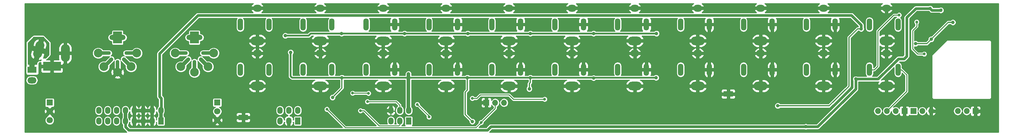
<source format=gtl>
G04 #@! TF.FileFunction,Copper,L1,Top,Signal*
%FSLAX46Y46*%
G04 Gerber Fmt 4.6, Leading zero omitted, Abs format (unit mm)*
G04 Created by KiCad (PCBNEW 4.0.2-stable) date 2019-06-10 2:57:16 PM*
%MOMM*%
G01*
G04 APERTURE LIST*
%ADD10C,0.200000*%
%ADD11R,5.080000X2.540000*%
%ADD12O,2.540000X5.080000*%
%ADD13C,2.540000*%
%ADD14R,1.500000X2.000000*%
%ADD15O,1.500000X2.000000*%
%ADD16O,4.000000X2.500000*%
%ADD17O,2.500000X2.000000*%
%ADD18O,1.500000X3.500000*%
%ADD19R,2.600000X1.800000*%
%ADD20O,2.600000X1.800000*%
%ADD21R,1.700000X1.700000*%
%ADD22O,1.700000X1.700000*%
%ADD23R,2.800000X1.600000*%
%ADD24C,2.500000*%
%ADD25R,2.500000X3.500000*%
%ADD26O,4.600000X1.450000*%
%ADD27O,4.300000X1.100000*%
%ADD28O,1.100000X4.300000*%
%ADD29C,1.100000*%
%ADD30R,1.800000X1.800000*%
%ADD31C,1.800000*%
%ADD32C,1.000000*%
%ADD33C,0.800000*%
%ADD34C,0.350000*%
%ADD35C,0.500000*%
%ADD36C,1.000000*%
%ADD37C,0.800000*%
%ADD38C,0.250000*%
%ADD39C,0.254000*%
G04 APERTURE END LIST*
D10*
D11*
X20250000Y-76060000D03*
D12*
X24060000Y-72250000D03*
D13*
X16768700Y-70023274D02*
X16111300Y-72476726D01*
D14*
X122290000Y-91770000D03*
D15*
X122290000Y-88730000D03*
X119750000Y-91770000D03*
X119750000Y-88730000D03*
X117210000Y-91770000D03*
X117210000Y-88730000D03*
D16*
X79000000Y-81700000D03*
D17*
X79000000Y-72300000D03*
D18*
X74100000Y-77000000D03*
X82300000Y-77000000D03*
D16*
X79000000Y-68700000D03*
D17*
X79000000Y-59300000D03*
D18*
X74100000Y-64000000D03*
X82300000Y-64000000D03*
D16*
X97000000Y-68700000D03*
D17*
X97000000Y-59300000D03*
D18*
X92100000Y-64000000D03*
X100300000Y-64000000D03*
D16*
X97000000Y-81700000D03*
D17*
X97000000Y-72300000D03*
D18*
X92100000Y-77000000D03*
X100300000Y-77000000D03*
D16*
X115000000Y-68700000D03*
D17*
X115000000Y-59300000D03*
D18*
X110100000Y-64000000D03*
X118300000Y-64000000D03*
D16*
X115000000Y-81700000D03*
D17*
X115000000Y-72300000D03*
D18*
X110100000Y-77000000D03*
X118300000Y-77000000D03*
D16*
X133000000Y-68700000D03*
D17*
X133000000Y-59300000D03*
D18*
X128100000Y-64000000D03*
X136300000Y-64000000D03*
D16*
X133000000Y-81700000D03*
D17*
X133000000Y-72300000D03*
D18*
X128100000Y-77000000D03*
X136300000Y-77000000D03*
D16*
X151000000Y-68700000D03*
D17*
X151000000Y-59300000D03*
D18*
X146100000Y-64000000D03*
X154300000Y-64000000D03*
D16*
X151000000Y-81700000D03*
D17*
X151000000Y-72300000D03*
D18*
X146100000Y-77000000D03*
X154300000Y-77000000D03*
D16*
X169000000Y-68700000D03*
D17*
X169000000Y-59300000D03*
D18*
X164100000Y-64000000D03*
X172300000Y-64000000D03*
D16*
X169000000Y-81700000D03*
D17*
X169000000Y-72300000D03*
D18*
X164100000Y-77000000D03*
X172300000Y-77000000D03*
D16*
X187000000Y-68700000D03*
D17*
X187000000Y-59300000D03*
D18*
X182100000Y-64000000D03*
X190300000Y-64000000D03*
D16*
X187000000Y-81700000D03*
D17*
X187000000Y-72300000D03*
D18*
X182100000Y-77000000D03*
X190300000Y-77000000D03*
D16*
X205000000Y-68700000D03*
D17*
X205000000Y-59300000D03*
D18*
X200100000Y-64000000D03*
X208300000Y-64000000D03*
D16*
X205000000Y-81700000D03*
D17*
X205000000Y-72300000D03*
D18*
X200100000Y-77000000D03*
X208300000Y-77000000D03*
D16*
X223000000Y-68700000D03*
D17*
X223000000Y-59300000D03*
D18*
X218100000Y-64000000D03*
X226300000Y-64000000D03*
D16*
X223000000Y-81700000D03*
D17*
X223000000Y-72300000D03*
D18*
X218100000Y-77000000D03*
X226300000Y-77000000D03*
D16*
X241000000Y-68700000D03*
D17*
X241000000Y-59300000D03*
D18*
X236100000Y-64000000D03*
X244300000Y-64000000D03*
D16*
X241000000Y-81700000D03*
D17*
X241000000Y-72300000D03*
D18*
X236100000Y-77000000D03*
X244300000Y-77000000D03*
D16*
X259000000Y-81700000D03*
D17*
X259000000Y-72300000D03*
D18*
X254100000Y-77000000D03*
X262300000Y-77000000D03*
D16*
X259000000Y-68700000D03*
D17*
X259000000Y-59300000D03*
D18*
X254100000Y-64000000D03*
X262300000Y-64000000D03*
D14*
X90540000Y-91770000D03*
D15*
X90540000Y-88730000D03*
X88000000Y-91770000D03*
X88000000Y-88730000D03*
X85460000Y-91770000D03*
X85460000Y-88730000D03*
D19*
X14500000Y-77000000D03*
D20*
X14500000Y-80040000D03*
D21*
X284480000Y-88900000D03*
D22*
X281940000Y-88900000D03*
X279400000Y-88900000D03*
D23*
X213750000Y-84000000D03*
X75000000Y-90750000D03*
D24*
X33500000Y-72250000D03*
X44500000Y-72250000D03*
X39000000Y-77750000D03*
D25*
X39000000Y-67750000D03*
D24*
X35110000Y-76140000D03*
X42890000Y-76140000D03*
D26*
X39000000Y-67750000D03*
D27*
X34900000Y-72250000D03*
X43100000Y-72250000D03*
D28*
X39000000Y-76350000D03*
D29*
X34968629Y-76281371D02*
X37231371Y-74018629D01*
X40768629Y-74018629D02*
X43031371Y-76281371D01*
D24*
X55500000Y-72250000D03*
X66500000Y-72250000D03*
X61000000Y-77750000D03*
D25*
X61000000Y-67750000D03*
D24*
X57110000Y-76140000D03*
X64890000Y-76140000D03*
D26*
X61000000Y-67750000D03*
D27*
X56900000Y-72250000D03*
X65100000Y-72250000D03*
D28*
X61000000Y-76350000D03*
D29*
X56968629Y-76281371D02*
X59231371Y-74018629D01*
X62768629Y-74018629D02*
X65031371Y-76281371D01*
D30*
X67530000Y-86460000D03*
D31*
X67530000Y-89000000D03*
X67530000Y-91540000D03*
D30*
X19580000Y-86460000D03*
D31*
X19580000Y-89000000D03*
X19580000Y-91540000D03*
D21*
X264160000Y-88900000D03*
D22*
X261620000Y-88900000D03*
X259080000Y-88900000D03*
X256540000Y-88900000D03*
D21*
X266700000Y-88900000D03*
D22*
X269240000Y-88900000D03*
X271780000Y-88900000D03*
D21*
X144500000Y-86500000D03*
D22*
X147040000Y-86500000D03*
X149580000Y-86500000D03*
D15*
X33610000Y-88730000D03*
X33610000Y-91770000D03*
X36150000Y-91770000D03*
X36150000Y-88730000D03*
X38690000Y-88730000D03*
X38690000Y-91770000D03*
X41230000Y-91770000D03*
X41230000Y-88730000D03*
X43770000Y-88730000D03*
X43770000Y-91770000D03*
D14*
X51390000Y-91770000D03*
D15*
X51390000Y-88730000D03*
X48850000Y-91770000D03*
X48850000Y-88730000D03*
X46310000Y-91770000D03*
X46310000Y-88730000D03*
D32*
X237700000Y-90900000D03*
X266100000Y-64100000D03*
X231406705Y-89195709D03*
X234600000Y-88500000D03*
X104000000Y-84750000D03*
X108250000Y-92124980D03*
X16700000Y-82800000D03*
X18800000Y-82800000D03*
X20700000Y-82800000D03*
X14500000Y-82800000D03*
X135700000Y-90300000D03*
X28600000Y-84300000D03*
X28600000Y-85300000D03*
X30400000Y-85300000D03*
X28600000Y-83300000D03*
X144000000Y-80500000D03*
X129750000Y-87750000D03*
X140500000Y-91900000D03*
X175199996Y-79400000D03*
X156800000Y-82500000D03*
X193100000Y-79299998D03*
X157100004Y-79300000D03*
X139100000Y-79300000D03*
X103199998Y-79300000D03*
X193199992Y-66600000D03*
X175199994Y-66600000D03*
X157100000Y-66600000D03*
X139200000Y-66600004D03*
X121100000Y-66600000D03*
X103100000Y-66600008D03*
X87000000Y-67250000D03*
X100500000Y-85000000D03*
X88500000Y-72000000D03*
X122250000Y-78250000D03*
X250200006Y-79700000D03*
X271500002Y-59400000D03*
X235950000Y-93400000D03*
X274550000Y-59900000D03*
X227900000Y-87400000D03*
X278000000Y-63400000D03*
X267324980Y-69530678D03*
X271800000Y-68249402D03*
X251750000Y-65250000D03*
D33*
X108500000Y-88800013D03*
X128100000Y-90600000D03*
X110500000Y-86200002D03*
X124750000Y-87000000D03*
X140500000Y-85250000D03*
X161200000Y-85500000D03*
X262600000Y-61300000D03*
X110800000Y-83800000D03*
X106250000Y-83750000D03*
X143000000Y-92200000D03*
X98900000Y-88400000D03*
X267637228Y-63277366D03*
X269800000Y-72500000D03*
D34*
X117210000Y-90290000D02*
X116810000Y-90290000D01*
X117590000Y-90290000D02*
X117580000Y-90300000D01*
X117210000Y-90290000D02*
X117590000Y-90290000D01*
X118500000Y-88960000D02*
X118500000Y-88400000D01*
X118480000Y-88980000D02*
X118500000Y-88960000D01*
X117210000Y-88980000D02*
X118480000Y-88980000D01*
X117210000Y-88980000D02*
X117210000Y-90290000D01*
X14500000Y-82800000D02*
X20700000Y-82800000D01*
X30400000Y-85300000D02*
X28600000Y-85300000D01*
X33180000Y-79750000D02*
X37000000Y-79750000D01*
X37000000Y-79750000D02*
X38210564Y-78539436D01*
X24060000Y-72250000D02*
X25680000Y-72250000D01*
X25680000Y-72250000D02*
X33180000Y-79750000D01*
X139100000Y-79300000D02*
X139100000Y-82900000D01*
X139100000Y-82900000D02*
X138500000Y-83500000D01*
X138500000Y-83500000D02*
X138500000Y-89900000D01*
X138500000Y-89900000D02*
X140000001Y-91400001D01*
X140000001Y-91400001D02*
X140500000Y-91900000D01*
D35*
X175299998Y-79299998D02*
X175199996Y-79400000D01*
X193100000Y-79299998D02*
X175299998Y-79299998D01*
X175099996Y-79300000D02*
X175199996Y-79400000D01*
X157100004Y-79300000D02*
X175099996Y-79300000D01*
D34*
X157100004Y-80699996D02*
X156800000Y-81000000D01*
X156800000Y-81000000D02*
X156800000Y-82500000D01*
X157100004Y-79300000D02*
X157100004Y-80699996D01*
D35*
X87000000Y-67250000D02*
X93650000Y-67250000D01*
X93650000Y-67250000D02*
X94300000Y-66600000D01*
X94300000Y-66600000D02*
X97467781Y-66600000D01*
X97467781Y-66600000D02*
X97467789Y-66600008D01*
X97467789Y-66600008D02*
X102392894Y-66600008D01*
X102392894Y-66600008D02*
X103100000Y-66600008D01*
X88500000Y-72000000D02*
X88500000Y-78900000D01*
X88500000Y-78900000D02*
X88900000Y-79300000D01*
X88900000Y-79300000D02*
X102492892Y-79300000D01*
X102492892Y-79300000D02*
X103199998Y-79300000D01*
D34*
X103199998Y-79300000D02*
X103199998Y-82300002D01*
X103199998Y-82300002D02*
X100500000Y-85000000D01*
D35*
X139100000Y-79300000D02*
X157100004Y-79300000D01*
X122250000Y-79250000D02*
X122300000Y-79300000D01*
X122300000Y-79300000D02*
X138392894Y-79300000D01*
X138392894Y-79300000D02*
X139100000Y-79300000D01*
X103907104Y-79300000D02*
X103199998Y-79300000D01*
X122200000Y-79300000D02*
X103907104Y-79300000D01*
X122250000Y-79250000D02*
X122200000Y-79300000D01*
X175199994Y-66600000D02*
X193199992Y-66600000D01*
X157100000Y-66600000D02*
X175199994Y-66600000D01*
X157099996Y-66600004D02*
X157100000Y-66600000D01*
X139200000Y-66600004D02*
X157099996Y-66600004D01*
X139199996Y-66600000D02*
X139200000Y-66600004D01*
X121100000Y-66600000D02*
X139199996Y-66600000D01*
X121099992Y-66600008D02*
X121100000Y-66600000D01*
X103100000Y-66600008D02*
X121099992Y-66600008D01*
D36*
X122250000Y-88940000D02*
X122250000Y-79250000D01*
X122250000Y-79250000D02*
X122250000Y-78250000D01*
X122290000Y-88980000D02*
X122250000Y-88940000D01*
D37*
X271500002Y-59400000D02*
X267400000Y-59400000D01*
X267400000Y-59400000D02*
X264800000Y-62000000D01*
X264800000Y-62000000D02*
X264800000Y-73100000D01*
X264800000Y-73100000D02*
X264000000Y-73900000D01*
X264000000Y-73900000D02*
X262420087Y-73900000D01*
X262420087Y-73900000D02*
X260899990Y-75420097D01*
X260899990Y-75420097D02*
X260879903Y-75420097D01*
X260879903Y-75420097D02*
X256600000Y-79700000D01*
X256600000Y-79700000D02*
X250907112Y-79700000D01*
X250907112Y-79700000D02*
X250200006Y-79700000D01*
X250200006Y-82507100D02*
X250200006Y-80407106D01*
X250200006Y-80407106D02*
X250200006Y-79700000D01*
X239307106Y-93400000D02*
X250200006Y-82507100D01*
X235950000Y-93400000D02*
X239307106Y-93400000D01*
X274550000Y-59900000D02*
X272000000Y-59900000D01*
X272000000Y-59900000D02*
X271500002Y-59400002D01*
X271500002Y-59400002D02*
X271500002Y-59400000D01*
X235200000Y-93400000D02*
X235950000Y-93400000D01*
D36*
X41230000Y-91520000D02*
X41230000Y-88980000D01*
D37*
X41250000Y-93500000D02*
X41250000Y-91540000D01*
X41250000Y-91540000D02*
X41230000Y-91520000D01*
X235200000Y-93400000D02*
X145850000Y-93400000D01*
X145850000Y-93400000D02*
X144829970Y-94420030D01*
X144829970Y-94420030D02*
X42170030Y-94420030D01*
X42170030Y-94420030D02*
X41250000Y-93500000D01*
X274650000Y-59800000D02*
X274550000Y-59900000D01*
D34*
X235300000Y-93300000D02*
X235200000Y-93400000D01*
X227900000Y-87400000D02*
X242600000Y-87400000D01*
X250750000Y-65250000D02*
X251750000Y-65250000D01*
X242600000Y-87400000D02*
X248250000Y-81750000D01*
X248250000Y-81750000D02*
X248250000Y-67750000D01*
X248250000Y-67750000D02*
X250750000Y-65250000D01*
D36*
X51390000Y-88980000D02*
X51390000Y-91520000D01*
D34*
X277292894Y-63400000D02*
X278000000Y-63400000D01*
X276649402Y-63400000D02*
X277292894Y-63400000D01*
X271800000Y-68249402D02*
X276649402Y-63400000D01*
X268032086Y-69530678D02*
X267324980Y-69530678D01*
X270518724Y-69530678D02*
X268032086Y-69530678D01*
X271800000Y-68249402D02*
X270518724Y-69530678D01*
D37*
X51390000Y-88980000D02*
X51500000Y-88870000D01*
X51500000Y-85250000D02*
X51000000Y-84750000D01*
X51500000Y-88870000D02*
X51500000Y-85250000D01*
X51000000Y-84750000D02*
X51000000Y-72400000D01*
X51000000Y-72400000D02*
X62000000Y-61400000D01*
X62000000Y-61400000D02*
X249000000Y-61400000D01*
X249000000Y-61400000D02*
X251750000Y-64150000D01*
X251750000Y-64150000D02*
X251750000Y-65250000D01*
D38*
X119750000Y-91520000D02*
X119750000Y-92850000D01*
X119750000Y-92850000D02*
X119454990Y-93145010D01*
X119454990Y-93145010D02*
X113845010Y-93145010D01*
X113845010Y-93145010D02*
X109500013Y-88800013D01*
X109500013Y-88800013D02*
X109065685Y-88800013D01*
X109065685Y-88800013D02*
X108500000Y-88800013D01*
X124750000Y-87000000D02*
X128100000Y-90350000D01*
X128100000Y-90350000D02*
X128100000Y-90600000D01*
X119750000Y-88980000D02*
X119750000Y-87250000D01*
X119750000Y-87250000D02*
X118700002Y-86200002D01*
X118700002Y-86200002D02*
X111065685Y-86200002D01*
X111065685Y-86200002D02*
X110500000Y-86200002D01*
X119750000Y-88000000D02*
X119750000Y-88980000D01*
X161200000Y-85500000D02*
X152250000Y-85500000D01*
X152250000Y-85500000D02*
X151000000Y-84250000D01*
X151000000Y-84250000D02*
X142750000Y-84250000D01*
X142750000Y-84250000D02*
X141750000Y-85250000D01*
X141750000Y-85250000D02*
X140500000Y-85250000D01*
X254100000Y-77000000D02*
X255500000Y-77000000D01*
X255500000Y-77000000D02*
X256500000Y-76000000D01*
X256500000Y-76000000D02*
X256500000Y-65900000D01*
X256500000Y-65900000D02*
X261100000Y-61300000D01*
X261100000Y-61300000D02*
X262600000Y-61300000D01*
X106250000Y-83750000D02*
X110750000Y-83750000D01*
X110750000Y-83750000D02*
X110800000Y-83800000D01*
X143399999Y-91800001D02*
X143000000Y-92200000D01*
X147040000Y-86500000D02*
X147040000Y-88160000D01*
X142600001Y-92599999D02*
X143000000Y-92200000D01*
X141554979Y-93645021D02*
X142600001Y-92599999D01*
X104145021Y-93645021D02*
X141554979Y-93645021D01*
X98900000Y-88400000D02*
X104145021Y-93645021D01*
X147040000Y-88160000D02*
X143399999Y-91800001D01*
X267637228Y-64562772D02*
X267637228Y-63843051D01*
X266449979Y-65750021D02*
X267637228Y-64562772D01*
X266449979Y-71049979D02*
X266449979Y-65750021D01*
X267900000Y-72500000D02*
X266449979Y-71049979D01*
X269800000Y-72500000D02*
X267900000Y-72500000D01*
X267637228Y-63843051D02*
X267637228Y-63277366D01*
X262300000Y-77000000D02*
X263250000Y-77000000D01*
X263250000Y-77000000D02*
X264750000Y-78500000D01*
X264750000Y-78500000D02*
X264750000Y-83230000D01*
X264750000Y-83230000D02*
X259080000Y-88900000D01*
D39*
G36*
X77798198Y-57982208D02*
X77366352Y-58446758D01*
X77236065Y-58682567D01*
X77321650Y-58927000D01*
X78627000Y-58927000D01*
X78627000Y-58907000D01*
X79373000Y-58907000D01*
X79373000Y-58927000D01*
X80678350Y-58927000D01*
X80763935Y-58682567D01*
X80633648Y-58446758D01*
X80201802Y-57982208D01*
X80190421Y-57977000D01*
X95809579Y-57977000D01*
X95798198Y-57982208D01*
X95366352Y-58446758D01*
X95236065Y-58682567D01*
X95321650Y-58927000D01*
X96627000Y-58927000D01*
X96627000Y-58907000D01*
X97373000Y-58907000D01*
X97373000Y-58927000D01*
X98678350Y-58927000D01*
X98763935Y-58682567D01*
X98633648Y-58446758D01*
X98201802Y-57982208D01*
X98190421Y-57977000D01*
X113809579Y-57977000D01*
X113798198Y-57982208D01*
X113366352Y-58446758D01*
X113236065Y-58682567D01*
X113321650Y-58927000D01*
X114627000Y-58927000D01*
X114627000Y-58907000D01*
X115373000Y-58907000D01*
X115373000Y-58927000D01*
X116678350Y-58927000D01*
X116763935Y-58682567D01*
X116633648Y-58446758D01*
X116201802Y-57982208D01*
X116190421Y-57977000D01*
X131809579Y-57977000D01*
X131798198Y-57982208D01*
X131366352Y-58446758D01*
X131236065Y-58682567D01*
X131321650Y-58927000D01*
X132627000Y-58927000D01*
X132627000Y-58907000D01*
X133373000Y-58907000D01*
X133373000Y-58927000D01*
X134678350Y-58927000D01*
X134763935Y-58682567D01*
X134633648Y-58446758D01*
X134201802Y-57982208D01*
X134190421Y-57977000D01*
X149809579Y-57977000D01*
X149798198Y-57982208D01*
X149366352Y-58446758D01*
X149236065Y-58682567D01*
X149321650Y-58927000D01*
X150627000Y-58927000D01*
X150627000Y-58907000D01*
X151373000Y-58907000D01*
X151373000Y-58927000D01*
X152678350Y-58927000D01*
X152763935Y-58682567D01*
X152633648Y-58446758D01*
X152201802Y-57982208D01*
X152190421Y-57977000D01*
X167809579Y-57977000D01*
X167798198Y-57982208D01*
X167366352Y-58446758D01*
X167236065Y-58682567D01*
X167321650Y-58927000D01*
X168627000Y-58927000D01*
X168627000Y-58907000D01*
X169373000Y-58907000D01*
X169373000Y-58927000D01*
X170678350Y-58927000D01*
X170763935Y-58682567D01*
X170633648Y-58446758D01*
X170201802Y-57982208D01*
X170190421Y-57977000D01*
X185809579Y-57977000D01*
X185798198Y-57982208D01*
X185366352Y-58446758D01*
X185236065Y-58682567D01*
X185321650Y-58927000D01*
X186627000Y-58927000D01*
X186627000Y-58907000D01*
X187373000Y-58907000D01*
X187373000Y-58927000D01*
X188678350Y-58927000D01*
X188763935Y-58682567D01*
X188633648Y-58446758D01*
X188201802Y-57982208D01*
X188190421Y-57977000D01*
X203809579Y-57977000D01*
X203798198Y-57982208D01*
X203366352Y-58446758D01*
X203236065Y-58682567D01*
X203321650Y-58927000D01*
X204627000Y-58927000D01*
X204627000Y-58907000D01*
X205373000Y-58907000D01*
X205373000Y-58927000D01*
X206678350Y-58927000D01*
X206763935Y-58682567D01*
X206633648Y-58446758D01*
X206201802Y-57982208D01*
X206190421Y-57977000D01*
X221809579Y-57977000D01*
X221798198Y-57982208D01*
X221366352Y-58446758D01*
X221236065Y-58682567D01*
X221321650Y-58927000D01*
X222627000Y-58927000D01*
X222627000Y-58907000D01*
X223373000Y-58907000D01*
X223373000Y-58927000D01*
X224678350Y-58927000D01*
X224763935Y-58682567D01*
X224633648Y-58446758D01*
X224201802Y-57982208D01*
X224190421Y-57977000D01*
X239809579Y-57977000D01*
X239798198Y-57982208D01*
X239366352Y-58446758D01*
X239236065Y-58682567D01*
X239321650Y-58927000D01*
X240627000Y-58927000D01*
X240627000Y-58907000D01*
X241373000Y-58907000D01*
X241373000Y-58927000D01*
X242678350Y-58927000D01*
X242763935Y-58682567D01*
X242633648Y-58446758D01*
X242201802Y-57982208D01*
X242190421Y-57977000D01*
X257809579Y-57977000D01*
X257798198Y-57982208D01*
X257366352Y-58446758D01*
X257236065Y-58682567D01*
X257321650Y-58927000D01*
X258627000Y-58927000D01*
X258627000Y-58907000D01*
X259373000Y-58907000D01*
X259373000Y-58927000D01*
X260678350Y-58927000D01*
X260763935Y-58682567D01*
X260633648Y-58446758D01*
X260201802Y-57982208D01*
X260190421Y-57977000D01*
X291023000Y-57977000D01*
X291023000Y-95023002D01*
X145386623Y-95023599D01*
X145414747Y-95004807D01*
X146192554Y-94227000D01*
X235524361Y-94227000D01*
X235764799Y-94326839D01*
X236133583Y-94327161D01*
X236375991Y-94227000D01*
X239307106Y-94227000D01*
X239623585Y-94164048D01*
X239891883Y-93984777D01*
X250784783Y-83091877D01*
X250964054Y-82823579D01*
X251027006Y-82507100D01*
X251027006Y-82357456D01*
X256483372Y-82357456D01*
X256653353Y-82769146D01*
X257184035Y-83298772D01*
X257877000Y-83585000D01*
X258627000Y-83585000D01*
X258627000Y-82073000D01*
X259373000Y-82073000D01*
X259373000Y-83585000D01*
X260123000Y-83585000D01*
X260815965Y-83298772D01*
X261346647Y-82769146D01*
X261516628Y-82357456D01*
X261435470Y-82073000D01*
X259373000Y-82073000D01*
X258627000Y-82073000D01*
X256564530Y-82073000D01*
X256483372Y-82357456D01*
X251027006Y-82357456D01*
X251027006Y-80527000D01*
X256600000Y-80527000D01*
X256796598Y-80487894D01*
X256653353Y-80630854D01*
X256483372Y-81042544D01*
X256564530Y-81327000D01*
X258627000Y-81327000D01*
X258627000Y-79815000D01*
X259373000Y-79815000D01*
X259373000Y-81327000D01*
X261435470Y-81327000D01*
X261516628Y-81042544D01*
X261346647Y-80630854D01*
X260815965Y-80101228D01*
X260123000Y-79815000D01*
X259373000Y-79815000D01*
X258627000Y-79815000D01*
X257877000Y-79815000D01*
X257498015Y-79971539D01*
X261123000Y-76346554D01*
X261123000Y-78042650D01*
X261212594Y-78493068D01*
X261467735Y-78874915D01*
X261849582Y-79130056D01*
X262300000Y-79219650D01*
X262750418Y-79130056D01*
X263132265Y-78874915D01*
X263387406Y-78493068D01*
X263477000Y-78042650D01*
X263477000Y-78007646D01*
X264198000Y-78728646D01*
X264198000Y-83001354D01*
X259514871Y-87684483D01*
X259080000Y-87597982D01*
X258591313Y-87695188D01*
X258177025Y-87972007D01*
X257900206Y-88386295D01*
X257810000Y-88839791D01*
X257719794Y-88386295D01*
X257442975Y-87972007D01*
X257028687Y-87695188D01*
X256540000Y-87597982D01*
X256051313Y-87695188D01*
X255637025Y-87972007D01*
X255360206Y-88386295D01*
X255263000Y-88874982D01*
X255263000Y-88925018D01*
X255360206Y-89413705D01*
X255637025Y-89827993D01*
X256051313Y-90104812D01*
X256540000Y-90202018D01*
X257028687Y-90104812D01*
X257442975Y-89827993D01*
X257719794Y-89413705D01*
X257810000Y-88960209D01*
X257900206Y-89413705D01*
X258177025Y-89827993D01*
X258591313Y-90104812D01*
X259080000Y-90202018D01*
X259568687Y-90104812D01*
X259982975Y-89827993D01*
X260259794Y-89413705D01*
X260350000Y-88960209D01*
X260440206Y-89413705D01*
X260717025Y-89827993D01*
X261131313Y-90104812D01*
X261620000Y-90202018D01*
X262108687Y-90104812D01*
X262522975Y-89827993D01*
X262675000Y-89600472D01*
X262675000Y-89876309D01*
X262771673Y-90109698D01*
X262950301Y-90288327D01*
X263183690Y-90385000D01*
X263628250Y-90385000D01*
X263787000Y-90226250D01*
X263787000Y-89273000D01*
X263767000Y-89273000D01*
X263767000Y-88527000D01*
X263787000Y-88527000D01*
X263787000Y-87573750D01*
X264533000Y-87573750D01*
X264533000Y-88527000D01*
X264553000Y-88527000D01*
X264553000Y-89273000D01*
X264533000Y-89273000D01*
X264533000Y-90226250D01*
X264691750Y-90385000D01*
X265136310Y-90385000D01*
X265369699Y-90288327D01*
X265548327Y-90109698D01*
X265564154Y-90071487D01*
X265680619Y-90151064D01*
X265850000Y-90185365D01*
X267550000Y-90185365D01*
X267708237Y-90155591D01*
X267853567Y-90062073D01*
X267951064Y-89919381D01*
X267985365Y-89750000D01*
X267985365Y-89037454D01*
X268060206Y-89413705D01*
X268337025Y-89827993D01*
X268751313Y-90104812D01*
X269240000Y-90202018D01*
X269728687Y-90104812D01*
X270142975Y-89827993D01*
X270419794Y-89413705D01*
X270447782Y-89273002D01*
X270501328Y-89273002D01*
X270418626Y-89493270D01*
X270749289Y-89969085D01*
X271186735Y-90261345D01*
X271407000Y-90172718D01*
X271407000Y-89273000D01*
X272153000Y-89273000D01*
X272153000Y-90172718D01*
X272373265Y-90261345D01*
X272810711Y-89969085D01*
X273141374Y-89493270D01*
X273058671Y-89273000D01*
X272153000Y-89273000D01*
X271407000Y-89273000D01*
X271387000Y-89273000D01*
X271387000Y-88874982D01*
X278123000Y-88874982D01*
X278123000Y-88925018D01*
X278220206Y-89413705D01*
X278497025Y-89827993D01*
X278911313Y-90104812D01*
X279400000Y-90202018D01*
X279888687Y-90104812D01*
X280302975Y-89827993D01*
X280579794Y-89413705D01*
X280670000Y-88960209D01*
X280760206Y-89413705D01*
X281037025Y-89827993D01*
X281451313Y-90104812D01*
X281940000Y-90202018D01*
X282428687Y-90104812D01*
X282842975Y-89827993D01*
X282995000Y-89600472D01*
X282995000Y-89876309D01*
X283091673Y-90109698D01*
X283270301Y-90288327D01*
X283503690Y-90385000D01*
X283948250Y-90385000D01*
X284107000Y-90226250D01*
X284107000Y-89273000D01*
X284853000Y-89273000D01*
X284853000Y-90226250D01*
X285011750Y-90385000D01*
X285456310Y-90385000D01*
X285689699Y-90288327D01*
X285868327Y-90109698D01*
X285965000Y-89876309D01*
X285965000Y-89431750D01*
X285806250Y-89273000D01*
X284853000Y-89273000D01*
X284107000Y-89273000D01*
X284087000Y-89273000D01*
X284087000Y-88527000D01*
X284107000Y-88527000D01*
X284107000Y-87573750D01*
X284853000Y-87573750D01*
X284853000Y-88527000D01*
X285806250Y-88527000D01*
X285965000Y-88368250D01*
X285965000Y-87923691D01*
X285868327Y-87690302D01*
X285689699Y-87511673D01*
X285456310Y-87415000D01*
X285011750Y-87415000D01*
X284853000Y-87573750D01*
X284107000Y-87573750D01*
X283948250Y-87415000D01*
X283503690Y-87415000D01*
X283270301Y-87511673D01*
X283091673Y-87690302D01*
X282995000Y-87923691D01*
X282995000Y-88199528D01*
X282842975Y-87972007D01*
X282428687Y-87695188D01*
X281940000Y-87597982D01*
X281451313Y-87695188D01*
X281037025Y-87972007D01*
X280760206Y-88386295D01*
X280670000Y-88839791D01*
X280579794Y-88386295D01*
X280302975Y-87972007D01*
X279888687Y-87695188D01*
X279400000Y-87597982D01*
X278911313Y-87695188D01*
X278497025Y-87972007D01*
X278220206Y-88386295D01*
X278123000Y-88874982D01*
X271387000Y-88874982D01*
X271387000Y-88527000D01*
X271407000Y-88527000D01*
X271407000Y-87627282D01*
X272153000Y-87627282D01*
X272153000Y-88527000D01*
X273058671Y-88527000D01*
X273141374Y-88306730D01*
X272810711Y-87830915D01*
X272373265Y-87538655D01*
X272153000Y-87627282D01*
X271407000Y-87627282D01*
X271186735Y-87538655D01*
X270749289Y-87830915D01*
X270418626Y-88306730D01*
X270501328Y-88526998D01*
X270447782Y-88526998D01*
X270419794Y-88386295D01*
X270142975Y-87972007D01*
X269728687Y-87695188D01*
X269240000Y-87597982D01*
X268751313Y-87695188D01*
X268337025Y-87972007D01*
X268060206Y-88386295D01*
X267985365Y-88762546D01*
X267985365Y-88050000D01*
X267955591Y-87891763D01*
X267862073Y-87746433D01*
X267719381Y-87648936D01*
X267550000Y-87614635D01*
X265850000Y-87614635D01*
X265691763Y-87644409D01*
X265563504Y-87726942D01*
X265548327Y-87690302D01*
X265369699Y-87511673D01*
X265136310Y-87415000D01*
X264691750Y-87415000D01*
X264533000Y-87573750D01*
X263787000Y-87573750D01*
X263628250Y-87415000D01*
X263183690Y-87415000D01*
X262950301Y-87511673D01*
X262771673Y-87690302D01*
X262675000Y-87923691D01*
X262675000Y-88199528D01*
X262522975Y-87972007D01*
X262108687Y-87695188D01*
X261620000Y-87597982D01*
X261131313Y-87695188D01*
X260932847Y-87827799D01*
X265140323Y-83620323D01*
X265259982Y-83441242D01*
X265302000Y-83230000D01*
X265302000Y-78500000D01*
X265259982Y-78288759D01*
X265140323Y-78109677D01*
X263640323Y-76609677D01*
X263477000Y-76500547D01*
X263477000Y-75957350D01*
X263387406Y-75506932D01*
X263132265Y-75125085D01*
X262750418Y-74869944D01*
X262641385Y-74848256D01*
X262762641Y-74727000D01*
X264000000Y-74727000D01*
X264316479Y-74664048D01*
X264584777Y-74484777D01*
X265384777Y-73684777D01*
X265564048Y-73416479D01*
X265627000Y-73100000D01*
X265627000Y-65750021D01*
X265897979Y-65750021D01*
X265897979Y-71049979D01*
X265939997Y-71261221D01*
X266059656Y-71440302D01*
X267509677Y-72890323D01*
X267688759Y-73009982D01*
X267900000Y-73052000D01*
X269182502Y-73052000D01*
X269330930Y-73200688D01*
X269634778Y-73326856D01*
X269963779Y-73327143D01*
X270267846Y-73201505D01*
X270469703Y-73000000D01*
X271973000Y-73000000D01*
X271973000Y-85000000D01*
X272013115Y-85201674D01*
X272127355Y-85372645D01*
X272298326Y-85486885D01*
X272500000Y-85527000D01*
X288500000Y-85527000D01*
X288701674Y-85486885D01*
X288872645Y-85372645D01*
X288986885Y-85201674D01*
X289027000Y-85000000D01*
X289027000Y-69000000D01*
X288986885Y-68798326D01*
X288872645Y-68627355D01*
X288701674Y-68513115D01*
X288500000Y-68473000D01*
X276500000Y-68473000D01*
X276331785Y-68506460D01*
X276298325Y-68513115D01*
X276127355Y-68627355D01*
X272127355Y-72627355D01*
X272013115Y-72798325D01*
X272013115Y-72798326D01*
X271973000Y-73000000D01*
X270469703Y-73000000D01*
X270500688Y-72969070D01*
X270626856Y-72665222D01*
X270627143Y-72336221D01*
X270501505Y-72032154D01*
X270269070Y-71799312D01*
X269965222Y-71673144D01*
X269636221Y-71672857D01*
X269332154Y-71798495D01*
X269182387Y-71948000D01*
X268128646Y-71948000D01*
X267001979Y-70821333D01*
X267001979Y-70400297D01*
X267139779Y-70457517D01*
X267508563Y-70457839D01*
X267849397Y-70317009D01*
X268034050Y-70132678D01*
X270518724Y-70132678D01*
X270749099Y-70086853D01*
X270944402Y-69956356D01*
X271724421Y-69176337D01*
X271983583Y-69176563D01*
X272324417Y-69035733D01*
X272585414Y-68775191D01*
X272726839Y-68434603D01*
X272727067Y-68173691D01*
X276898758Y-64002000D01*
X277291117Y-64002000D01*
X277474211Y-64185414D01*
X277814799Y-64326839D01*
X278183583Y-64327161D01*
X278524417Y-64186331D01*
X278785414Y-63925789D01*
X278926839Y-63585201D01*
X278927161Y-63216417D01*
X278786331Y-62875583D01*
X278525789Y-62614586D01*
X278185201Y-62473161D01*
X277816417Y-62472839D01*
X277475583Y-62613669D01*
X277290930Y-62798000D01*
X276649402Y-62798000D01*
X276419027Y-62843825D01*
X276223724Y-62974322D01*
X271875579Y-67322467D01*
X271616417Y-67322241D01*
X271275583Y-67463071D01*
X271014586Y-67723613D01*
X270873161Y-68064201D01*
X270872933Y-68325113D01*
X270269368Y-68928678D01*
X268033863Y-68928678D01*
X267850769Y-68745264D01*
X267510181Y-68603839D01*
X267141397Y-68603517D01*
X267001979Y-68661123D01*
X267001979Y-65978667D01*
X268027551Y-64953095D01*
X268147210Y-64774014D01*
X268189228Y-64562772D01*
X268189228Y-63894864D01*
X268337916Y-63746436D01*
X268464084Y-63442588D01*
X268464371Y-63113587D01*
X268338733Y-62809520D01*
X268106298Y-62576678D01*
X267802450Y-62450510D01*
X267473449Y-62450223D01*
X267169382Y-62575861D01*
X266936540Y-62808296D01*
X266810372Y-63112144D01*
X266810085Y-63441145D01*
X266935723Y-63745212D01*
X267085228Y-63894979D01*
X267085228Y-64334126D01*
X266059656Y-65359698D01*
X265939997Y-65538779D01*
X265939997Y-65538780D01*
X265897979Y-65750021D01*
X265627000Y-65750021D01*
X265627000Y-62342554D01*
X267742554Y-60227000D01*
X271074363Y-60227000D01*
X271216443Y-60285997D01*
X271415223Y-60484777D01*
X271683521Y-60664048D01*
X272000000Y-60727000D01*
X274124361Y-60727000D01*
X274364799Y-60826839D01*
X274733583Y-60827161D01*
X275074417Y-60686331D01*
X275335414Y-60425789D01*
X275476839Y-60085201D01*
X275477161Y-59716417D01*
X275444790Y-59638074D01*
X275414048Y-59483521D01*
X275234777Y-59215223D01*
X274966479Y-59035952D01*
X274812803Y-59005384D01*
X274735201Y-58973161D01*
X274650432Y-58973087D01*
X274650000Y-58973001D01*
X274649571Y-58973086D01*
X274366417Y-58972839D01*
X274124009Y-59073000D01*
X272367904Y-59073000D01*
X272286333Y-58875583D01*
X272025791Y-58614586D01*
X271685203Y-58473161D01*
X271316419Y-58472839D01*
X271074011Y-58573000D01*
X267400000Y-58573000D01*
X267083521Y-58635952D01*
X266815223Y-58815223D01*
X264215223Y-61415223D01*
X264035952Y-61683521D01*
X263973000Y-62000000D01*
X263973000Y-72757446D01*
X263657446Y-73073000D01*
X262420087Y-73073000D01*
X262103608Y-73135952D01*
X261835310Y-73315223D01*
X260355662Y-74794871D01*
X260295126Y-74835320D01*
X256257446Y-78873000D01*
X254933545Y-78873000D01*
X255187406Y-78493068D01*
X255277000Y-78042650D01*
X255277000Y-77552000D01*
X255500000Y-77552000D01*
X255711242Y-77509982D01*
X255890323Y-77390323D01*
X256890323Y-76390323D01*
X257009982Y-76211241D01*
X257052000Y-76000000D01*
X257052000Y-72917433D01*
X257236065Y-72917433D01*
X257366352Y-73153242D01*
X257798198Y-73617792D01*
X258374947Y-73881720D01*
X258627000Y-73762168D01*
X258627000Y-72673000D01*
X259373000Y-72673000D01*
X259373000Y-73762168D01*
X259625053Y-73881720D01*
X260201802Y-73617792D01*
X260633648Y-73153242D01*
X260763935Y-72917433D01*
X260678350Y-72673000D01*
X259373000Y-72673000D01*
X258627000Y-72673000D01*
X257321650Y-72673000D01*
X257236065Y-72917433D01*
X257052000Y-72917433D01*
X257052000Y-71682567D01*
X257236065Y-71682567D01*
X257321650Y-71927000D01*
X258627000Y-71927000D01*
X258627000Y-70837832D01*
X259373000Y-70837832D01*
X259373000Y-71927000D01*
X260678350Y-71927000D01*
X260763935Y-71682567D01*
X260633648Y-71446758D01*
X260201802Y-70982208D01*
X259625053Y-70718280D01*
X259373000Y-70837832D01*
X258627000Y-70837832D01*
X258374947Y-70718280D01*
X257798198Y-70982208D01*
X257366352Y-71446758D01*
X257236065Y-71682567D01*
X257052000Y-71682567D01*
X257052000Y-70167000D01*
X257184035Y-70298772D01*
X257877000Y-70585000D01*
X258627000Y-70585000D01*
X258627000Y-69073000D01*
X259373000Y-69073000D01*
X259373000Y-70585000D01*
X260123000Y-70585000D01*
X260815965Y-70298772D01*
X261346647Y-69769146D01*
X261516628Y-69357456D01*
X261435470Y-69073000D01*
X259373000Y-69073000D01*
X258627000Y-69073000D01*
X258607000Y-69073000D01*
X258607000Y-68327000D01*
X258627000Y-68327000D01*
X258627000Y-66815000D01*
X259373000Y-66815000D01*
X259373000Y-68327000D01*
X261435470Y-68327000D01*
X261516628Y-68042544D01*
X261346647Y-67630854D01*
X260815965Y-67101228D01*
X260123000Y-66815000D01*
X259373000Y-66815000D01*
X258627000Y-66815000D01*
X257877000Y-66815000D01*
X257184035Y-67101228D01*
X257052000Y-67233000D01*
X257052000Y-66128646D01*
X261328646Y-61852000D01*
X261939792Y-61852000D01*
X261849582Y-61869944D01*
X261467735Y-62125085D01*
X261212594Y-62506932D01*
X261123000Y-62957350D01*
X261123000Y-65042650D01*
X261212594Y-65493068D01*
X261467735Y-65874915D01*
X261849582Y-66130056D01*
X262300000Y-66219650D01*
X262750418Y-66130056D01*
X263132265Y-65874915D01*
X263387406Y-65493068D01*
X263477000Y-65042650D01*
X263477000Y-62957350D01*
X263387406Y-62506932D01*
X263132265Y-62125085D01*
X262993369Y-62032278D01*
X263067846Y-62001505D01*
X263300688Y-61769070D01*
X263426856Y-61465222D01*
X263427143Y-61136221D01*
X263301505Y-60832154D01*
X263069070Y-60599312D01*
X262765222Y-60473144D01*
X262436221Y-60472857D01*
X262132154Y-60598495D01*
X261982387Y-60748000D01*
X261100000Y-60748000D01*
X260888759Y-60790018D01*
X260833653Y-60826839D01*
X260709677Y-60909677D01*
X256109677Y-65509677D01*
X255990018Y-65688758D01*
X255959584Y-65841763D01*
X255948000Y-65900000D01*
X255948000Y-75771354D01*
X255277000Y-76442354D01*
X255277000Y-75957350D01*
X255187406Y-75506932D01*
X254932265Y-75125085D01*
X254550418Y-74869944D01*
X254100000Y-74780350D01*
X253649582Y-74869944D01*
X253267735Y-75125085D01*
X253012594Y-75506932D01*
X252923000Y-75957350D01*
X252923000Y-78042650D01*
X253012594Y-78493068D01*
X253266455Y-78873000D01*
X250625645Y-78873000D01*
X250385207Y-78773161D01*
X250016423Y-78772839D01*
X249675589Y-78913669D01*
X249414592Y-79174211D01*
X249273167Y-79514799D01*
X249272845Y-79883583D01*
X249373006Y-80125991D01*
X249373006Y-82164546D01*
X238964552Y-92573000D01*
X236375639Y-92573000D01*
X236135201Y-92473161D01*
X235766417Y-92472839D01*
X235524009Y-92573000D01*
X145850000Y-92573000D01*
X145538166Y-92635028D01*
X145533521Y-92635952D01*
X145265223Y-92815223D01*
X144487416Y-93593030D01*
X142387616Y-93593030D01*
X142953686Y-93026960D01*
X143163779Y-93027143D01*
X143467846Y-92901505D01*
X143700688Y-92669070D01*
X143826856Y-92365222D01*
X143827041Y-92153605D01*
X147430323Y-88550323D01*
X147549982Y-88371242D01*
X147592000Y-88160000D01*
X147592000Y-87662508D01*
X147942975Y-87427993D01*
X148219794Y-87013705D01*
X148310000Y-86560209D01*
X148400206Y-87013705D01*
X148677025Y-87427993D01*
X149091313Y-87704812D01*
X149580000Y-87802018D01*
X150068687Y-87704812D01*
X150482975Y-87427993D01*
X150759794Y-87013705D01*
X150857000Y-86525018D01*
X150857000Y-86474982D01*
X150759794Y-85986295D01*
X150482975Y-85572007D01*
X150068687Y-85295188D01*
X149580000Y-85197982D01*
X149091313Y-85295188D01*
X148677025Y-85572007D01*
X148400206Y-85986295D01*
X148310000Y-86439791D01*
X148219794Y-85986295D01*
X147942975Y-85572007D01*
X147528687Y-85295188D01*
X147040000Y-85197982D01*
X146551313Y-85295188D01*
X146137025Y-85572007D01*
X145985000Y-85799528D01*
X145985000Y-85523691D01*
X145888327Y-85290302D01*
X145709699Y-85111673D01*
X145476310Y-85015000D01*
X145031750Y-85015000D01*
X144873000Y-85173750D01*
X144873000Y-86127000D01*
X144893000Y-86127000D01*
X144893000Y-86873000D01*
X144873000Y-86873000D01*
X144873000Y-87826250D01*
X145031750Y-87985000D01*
X145476310Y-87985000D01*
X145709699Y-87888327D01*
X145888327Y-87709698D01*
X145985000Y-87476309D01*
X145985000Y-87200472D01*
X146137025Y-87427993D01*
X146488000Y-87662508D01*
X146488000Y-87931354D01*
X143046314Y-91373040D01*
X142836221Y-91372857D01*
X142532154Y-91498495D01*
X142299312Y-91730930D01*
X142173144Y-92034778D01*
X142172959Y-92246395D01*
X141326333Y-93093021D01*
X123326553Y-93093021D01*
X123343567Y-93082073D01*
X123441064Y-92939381D01*
X123475365Y-92770000D01*
X123475365Y-90770000D01*
X123445591Y-90611763D01*
X123352073Y-90466433D01*
X123209381Y-90368936D01*
X123040000Y-90334635D01*
X121540000Y-90334635D01*
X121381763Y-90364409D01*
X121236433Y-90457927D01*
X121138936Y-90600619D01*
X121104635Y-90770000D01*
X121104635Y-92770000D01*
X121134409Y-92928237D01*
X121227927Y-93073567D01*
X121256399Y-93093021D01*
X120263788Y-93093021D01*
X120582265Y-92880222D01*
X120837406Y-92498375D01*
X120927000Y-92047957D01*
X120927000Y-91492043D01*
X120837406Y-91041625D01*
X120582265Y-90659778D01*
X120200418Y-90404637D01*
X119750000Y-90315043D01*
X119299582Y-90404637D01*
X118917735Y-90659778D01*
X118662594Y-91041625D01*
X118573000Y-91492043D01*
X118573000Y-92047957D01*
X118662594Y-92498375D01*
X118725827Y-92593010D01*
X118234173Y-92593010D01*
X118297406Y-92498375D01*
X118387000Y-92047957D01*
X118387000Y-91492043D01*
X118297406Y-91041625D01*
X118042265Y-90659778D01*
X117660418Y-90404637D01*
X117461150Y-90365000D01*
X117583002Y-90365000D01*
X117583002Y-90148145D01*
X117787064Y-90239056D01*
X117914785Y-90159313D01*
X118312440Y-89799834D01*
X118542259Y-89315542D01*
X118419598Y-89103002D01*
X118591906Y-89103002D01*
X118662594Y-89458375D01*
X118917735Y-89840222D01*
X119299582Y-90095363D01*
X119750000Y-90184957D01*
X120200418Y-90095363D01*
X120582265Y-89840222D01*
X120837406Y-89458375D01*
X120927000Y-89007957D01*
X120927000Y-88452043D01*
X120837406Y-88001625D01*
X120582265Y-87619778D01*
X120302000Y-87432512D01*
X120302000Y-87250000D01*
X120259982Y-87038759D01*
X120140323Y-86859677D01*
X119090325Y-85809679D01*
X118911244Y-85690020D01*
X118700002Y-85648002D01*
X111117498Y-85648002D01*
X110969070Y-85499314D01*
X110665222Y-85373146D01*
X110336221Y-85372859D01*
X110032154Y-85498497D01*
X109799312Y-85730932D01*
X109673144Y-86034780D01*
X109672857Y-86363781D01*
X109798495Y-86667848D01*
X110030930Y-86900690D01*
X110334778Y-87026858D01*
X110663779Y-87027145D01*
X110967846Y-86901507D01*
X111117613Y-86752002D01*
X118471356Y-86752002D01*
X119170344Y-87450990D01*
X118917735Y-87619778D01*
X118662594Y-88001625D01*
X118591906Y-88356998D01*
X118419598Y-88356998D01*
X118542259Y-88144458D01*
X118312440Y-87660166D01*
X117914785Y-87300687D01*
X117787064Y-87220944D01*
X117583000Y-87311856D01*
X117583000Y-88357000D01*
X117603000Y-88357000D01*
X117603000Y-89103000D01*
X117583000Y-89103000D01*
X117583000Y-89123000D01*
X116837000Y-89123000D01*
X116837000Y-89103000D01*
X116000403Y-89103000D01*
X115877741Y-89315542D01*
X116107560Y-89799834D01*
X116505215Y-90159313D01*
X116632936Y-90239056D01*
X116836998Y-90148145D01*
X116836998Y-90365000D01*
X116958850Y-90365000D01*
X116759582Y-90404637D01*
X116377735Y-90659778D01*
X116122594Y-91041625D01*
X116033000Y-91492043D01*
X116033000Y-92047957D01*
X116122594Y-92498375D01*
X116185827Y-92593010D01*
X114073656Y-92593010D01*
X109890336Y-88409690D01*
X109711255Y-88290031D01*
X109500013Y-88248013D01*
X109117498Y-88248013D01*
X109014125Y-88144458D01*
X115877741Y-88144458D01*
X116000403Y-88357000D01*
X116837000Y-88357000D01*
X116837000Y-87311856D01*
X116632936Y-87220944D01*
X116505215Y-87300687D01*
X116107560Y-87660166D01*
X115877741Y-88144458D01*
X109014125Y-88144458D01*
X108969070Y-88099325D01*
X108665222Y-87973157D01*
X108336221Y-87972870D01*
X108032154Y-88098508D01*
X107799312Y-88330943D01*
X107673144Y-88634791D01*
X107672857Y-88963792D01*
X107798495Y-89267859D01*
X108030930Y-89500701D01*
X108334778Y-89626869D01*
X108663779Y-89627156D01*
X108967846Y-89501518D01*
X109117613Y-89352013D01*
X109271367Y-89352013D01*
X113012375Y-93093021D01*
X104373667Y-93093021D01*
X99726960Y-88446314D01*
X99727143Y-88236221D01*
X99601505Y-87932154D01*
X99369070Y-87699312D01*
X99065222Y-87573144D01*
X98736221Y-87572857D01*
X98432154Y-87698495D01*
X98199312Y-87930930D01*
X98073144Y-88234778D01*
X98072857Y-88563779D01*
X98198495Y-88867846D01*
X98430930Y-89100688D01*
X98734778Y-89226856D01*
X98946395Y-89227041D01*
X103312384Y-93593030D01*
X42512584Y-93593030D01*
X42077000Y-93157446D01*
X42077000Y-92858169D01*
X42317406Y-92498375D01*
X42388094Y-92143002D01*
X42560402Y-92143002D01*
X42437741Y-92355542D01*
X42667560Y-92839834D01*
X43065215Y-93199313D01*
X43192936Y-93279056D01*
X43397000Y-93188144D01*
X43397000Y-92143000D01*
X44143000Y-92143000D01*
X44143000Y-93188144D01*
X44347064Y-93279056D01*
X44474785Y-93199313D01*
X44872440Y-92839834D01*
X45040000Y-92486739D01*
X45207560Y-92839834D01*
X45605215Y-93199313D01*
X45732936Y-93279056D01*
X45937000Y-93188144D01*
X45937000Y-92143000D01*
X46683000Y-92143000D01*
X46683000Y-93188144D01*
X46887064Y-93279056D01*
X47014785Y-93199313D01*
X47412440Y-92839834D01*
X47580000Y-92486739D01*
X47747560Y-92839834D01*
X48145215Y-93199313D01*
X48272936Y-93279056D01*
X48477000Y-93188144D01*
X48477000Y-92143000D01*
X47640403Y-92143000D01*
X47580000Y-92247663D01*
X47519597Y-92143000D01*
X46683000Y-92143000D01*
X45937000Y-92143000D01*
X45100403Y-92143000D01*
X45040000Y-92247663D01*
X44979597Y-92143000D01*
X44143000Y-92143000D01*
X43397000Y-92143000D01*
X43377000Y-92143000D01*
X43377000Y-91397000D01*
X43397000Y-91397000D01*
X43397000Y-90351856D01*
X44143000Y-90351856D01*
X44143000Y-91397000D01*
X44979597Y-91397000D01*
X45040000Y-91292337D01*
X45100403Y-91397000D01*
X45937000Y-91397000D01*
X45937000Y-90351856D01*
X46683000Y-90351856D01*
X46683000Y-91397000D01*
X47519597Y-91397000D01*
X47580000Y-91292337D01*
X47640403Y-91397000D01*
X48477000Y-91397000D01*
X48477000Y-90351856D01*
X48272936Y-90260944D01*
X48145215Y-90340687D01*
X47747560Y-90700166D01*
X47580000Y-91053261D01*
X47412440Y-90700166D01*
X47014785Y-90340687D01*
X46887064Y-90260944D01*
X46683000Y-90351856D01*
X45937000Y-90351856D01*
X45732936Y-90260944D01*
X45605215Y-90340687D01*
X45207560Y-90700166D01*
X45040000Y-91053261D01*
X44872440Y-90700166D01*
X44474785Y-90340687D01*
X44347064Y-90260944D01*
X44143000Y-90351856D01*
X43397000Y-90351856D01*
X43192936Y-90260944D01*
X43065215Y-90340687D01*
X42667560Y-90700166D01*
X42437741Y-91184458D01*
X42560402Y-91396998D01*
X42388094Y-91396998D01*
X42317406Y-91041625D01*
X42157000Y-90801560D01*
X42157000Y-89698440D01*
X42317406Y-89458375D01*
X42388094Y-89103002D01*
X42560402Y-89103002D01*
X42437741Y-89315542D01*
X42667560Y-89799834D01*
X43065215Y-90159313D01*
X43192936Y-90239056D01*
X43397000Y-90148144D01*
X43397000Y-89103000D01*
X44143000Y-89103000D01*
X44143000Y-90148144D01*
X44347064Y-90239056D01*
X44474785Y-90159313D01*
X44872440Y-89799834D01*
X45040000Y-89446739D01*
X45207560Y-89799834D01*
X45605215Y-90159313D01*
X45732936Y-90239056D01*
X45937000Y-90148144D01*
X45937000Y-89103000D01*
X46683000Y-89103000D01*
X46683000Y-90148144D01*
X46887064Y-90239056D01*
X47014785Y-90159313D01*
X47412440Y-89799834D01*
X47580000Y-89446739D01*
X47747560Y-89799834D01*
X48145215Y-90159313D01*
X48272936Y-90239056D01*
X48477000Y-90148144D01*
X48477000Y-89103000D01*
X47640403Y-89103000D01*
X47580000Y-89207663D01*
X47519597Y-89103000D01*
X46683000Y-89103000D01*
X45937000Y-89103000D01*
X45100403Y-89103000D01*
X45040000Y-89207663D01*
X44979597Y-89103000D01*
X44143000Y-89103000D01*
X43397000Y-89103000D01*
X43377000Y-89103000D01*
X43377000Y-88357000D01*
X43397000Y-88357000D01*
X43397000Y-87311856D01*
X44143000Y-87311856D01*
X44143000Y-88357000D01*
X44979597Y-88357000D01*
X45040000Y-88252337D01*
X45100403Y-88357000D01*
X45937000Y-88357000D01*
X45937000Y-87311856D01*
X46683000Y-87311856D01*
X46683000Y-88357000D01*
X47519597Y-88357000D01*
X47580000Y-88252337D01*
X47640403Y-88357000D01*
X48477000Y-88357000D01*
X48477000Y-87311856D01*
X49223000Y-87311856D01*
X49223000Y-88357000D01*
X49243000Y-88357000D01*
X49243000Y-89103000D01*
X49223000Y-89103000D01*
X49223000Y-90148144D01*
X49427064Y-90239056D01*
X49554785Y-90159313D01*
X49952440Y-89799834D01*
X50182259Y-89315542D01*
X50059598Y-89103002D01*
X50231906Y-89103002D01*
X50302594Y-89458375D01*
X50463000Y-89698440D01*
X50463000Y-90376483D01*
X50336433Y-90457927D01*
X50238936Y-90600619D01*
X50204635Y-90770000D01*
X50204635Y-91396998D01*
X50059598Y-91396998D01*
X50182259Y-91184458D01*
X49952440Y-90700166D01*
X49554785Y-90340687D01*
X49427064Y-90260944D01*
X49223000Y-90351856D01*
X49223000Y-91397000D01*
X49243000Y-91397000D01*
X49243000Y-92143000D01*
X49223000Y-92143000D01*
X49223000Y-93188144D01*
X49427064Y-93279056D01*
X49554785Y-93199313D01*
X49952440Y-92839834D01*
X50182259Y-92355542D01*
X50059598Y-92143002D01*
X50204635Y-92143002D01*
X50204635Y-92770000D01*
X50234409Y-92928237D01*
X50327927Y-93073567D01*
X50470619Y-93171064D01*
X50640000Y-93205365D01*
X52140000Y-93205365D01*
X52298237Y-93175591D01*
X52443567Y-93082073D01*
X52541064Y-92939381D01*
X52575365Y-92770000D01*
X52575365Y-92762555D01*
X66834947Y-92762555D01*
X66938345Y-92988929D01*
X67537863Y-93105052D01*
X68121655Y-92988929D01*
X68225053Y-92762555D01*
X67530000Y-92067502D01*
X66834947Y-92762555D01*
X52575365Y-92762555D01*
X52575365Y-91547863D01*
X65964948Y-91547863D01*
X66081071Y-92131655D01*
X66307445Y-92235053D01*
X67002498Y-91540000D01*
X68057502Y-91540000D01*
X68752555Y-92235053D01*
X68978929Y-92131655D01*
X69095052Y-91532137D01*
X69045248Y-91281750D01*
X72965000Y-91281750D01*
X72965000Y-91676310D01*
X73061673Y-91909699D01*
X73240302Y-92088327D01*
X73473691Y-92185000D01*
X74468250Y-92185000D01*
X74627000Y-92026250D01*
X74627000Y-91123000D01*
X75373000Y-91123000D01*
X75373000Y-92026250D01*
X75531750Y-92185000D01*
X76526309Y-92185000D01*
X76759698Y-92088327D01*
X76938327Y-91909699D01*
X77035000Y-91676310D01*
X77035000Y-91492043D01*
X84283000Y-91492043D01*
X84283000Y-92047957D01*
X84372594Y-92498375D01*
X84627735Y-92880222D01*
X85009582Y-93135363D01*
X85460000Y-93224957D01*
X85910418Y-93135363D01*
X86292265Y-92880222D01*
X86547406Y-92498375D01*
X86618094Y-92143002D01*
X86790402Y-92143002D01*
X86667741Y-92355542D01*
X86897560Y-92839834D01*
X87295215Y-93199313D01*
X87422936Y-93279056D01*
X87627000Y-93188144D01*
X87627000Y-92143000D01*
X87607000Y-92143000D01*
X87607000Y-91397000D01*
X87627000Y-91397000D01*
X87627000Y-91377000D01*
X88373000Y-91377000D01*
X88373000Y-91397000D01*
X88393000Y-91397000D01*
X88393000Y-92143000D01*
X88373000Y-92143000D01*
X88373000Y-93188144D01*
X88577064Y-93279056D01*
X88704785Y-93199313D01*
X89102440Y-92839834D01*
X89332259Y-92355542D01*
X89209598Y-92143002D01*
X89354635Y-92143002D01*
X89354635Y-92770000D01*
X89384409Y-92928237D01*
X89477927Y-93073567D01*
X89620619Y-93171064D01*
X89790000Y-93205365D01*
X91290000Y-93205365D01*
X91448237Y-93175591D01*
X91593567Y-93082073D01*
X91691064Y-92939381D01*
X91725365Y-92770000D01*
X91725365Y-90770000D01*
X91695591Y-90611763D01*
X91602073Y-90466433D01*
X91459381Y-90368936D01*
X91290000Y-90334635D01*
X89790000Y-90334635D01*
X89631763Y-90364409D01*
X89486433Y-90457927D01*
X89388936Y-90600619D01*
X89354635Y-90770000D01*
X89354635Y-91396998D01*
X89209598Y-91396998D01*
X89332259Y-91184458D01*
X89102440Y-90700166D01*
X88704785Y-90340687D01*
X88577064Y-90260944D01*
X88373002Y-90351855D01*
X88373002Y-90135000D01*
X88251150Y-90135000D01*
X88450418Y-90095363D01*
X88832265Y-89840222D01*
X89087406Y-89458375D01*
X89177000Y-89007957D01*
X89177000Y-88452043D01*
X89363000Y-88452043D01*
X89363000Y-89007957D01*
X89452594Y-89458375D01*
X89707735Y-89840222D01*
X90089582Y-90095363D01*
X90540000Y-90184957D01*
X90990418Y-90095363D01*
X91372265Y-89840222D01*
X91627406Y-89458375D01*
X91717000Y-89007957D01*
X91717000Y-88452043D01*
X91627406Y-88001625D01*
X91372265Y-87619778D01*
X90990418Y-87364637D01*
X90540000Y-87275043D01*
X90089582Y-87364637D01*
X89707735Y-87619778D01*
X89452594Y-88001625D01*
X89363000Y-88452043D01*
X89177000Y-88452043D01*
X89087406Y-88001625D01*
X88832265Y-87619778D01*
X88450418Y-87364637D01*
X88000000Y-87275043D01*
X87549582Y-87364637D01*
X87167735Y-87619778D01*
X86912594Y-88001625D01*
X86823000Y-88452043D01*
X86823000Y-89007957D01*
X86912594Y-89458375D01*
X87167735Y-89840222D01*
X87549582Y-90095363D01*
X87748850Y-90135000D01*
X87626998Y-90135000D01*
X87626998Y-90351855D01*
X87422936Y-90260944D01*
X87295215Y-90340687D01*
X86897560Y-90700166D01*
X86667741Y-91184458D01*
X86790402Y-91396998D01*
X86618094Y-91396998D01*
X86547406Y-91041625D01*
X86292265Y-90659778D01*
X85910418Y-90404637D01*
X85460000Y-90315043D01*
X85009582Y-90404637D01*
X84627735Y-90659778D01*
X84372594Y-91041625D01*
X84283000Y-91492043D01*
X77035000Y-91492043D01*
X77035000Y-91281750D01*
X76876250Y-91123000D01*
X75373000Y-91123000D01*
X74627000Y-91123000D01*
X73123750Y-91123000D01*
X72965000Y-91281750D01*
X69045248Y-91281750D01*
X68978929Y-90948345D01*
X68752555Y-90844947D01*
X68057502Y-91540000D01*
X67002498Y-91540000D01*
X66307445Y-90844947D01*
X66081071Y-90948345D01*
X65964948Y-91547863D01*
X52575365Y-91547863D01*
X52575365Y-90770000D01*
X52545591Y-90611763D01*
X52452073Y-90466433D01*
X52317000Y-90374142D01*
X52317000Y-89698440D01*
X52477406Y-89458375D01*
X52567000Y-89007957D01*
X52567000Y-88452043D01*
X52477406Y-88001625D01*
X52327000Y-87776526D01*
X52327000Y-85560000D01*
X66194635Y-85560000D01*
X66194635Y-87360000D01*
X66224409Y-87518237D01*
X66317927Y-87663567D01*
X66460619Y-87761064D01*
X66630000Y-87795365D01*
X66970502Y-87795365D01*
X66779297Y-87874369D01*
X66405681Y-88247334D01*
X66203231Y-88734885D01*
X66202771Y-89262798D01*
X66404369Y-89750703D01*
X66777334Y-90124319D01*
X66899910Y-90175217D01*
X66834947Y-90317445D01*
X67530000Y-91012498D01*
X68225053Y-90317445D01*
X68160186Y-90175428D01*
X68280703Y-90125631D01*
X68583171Y-89823690D01*
X72965000Y-89823690D01*
X72965000Y-90218250D01*
X73123750Y-90377000D01*
X74627000Y-90377000D01*
X74627000Y-89473750D01*
X75373000Y-89473750D01*
X75373000Y-90377000D01*
X76876250Y-90377000D01*
X77035000Y-90218250D01*
X77035000Y-89823690D01*
X76938327Y-89590301D01*
X76759698Y-89411673D01*
X76526309Y-89315000D01*
X75531750Y-89315000D01*
X75373000Y-89473750D01*
X74627000Y-89473750D01*
X74468250Y-89315000D01*
X73473691Y-89315000D01*
X73240302Y-89411673D01*
X73061673Y-89590301D01*
X72965000Y-89823690D01*
X68583171Y-89823690D01*
X68654319Y-89752666D01*
X68856769Y-89265115D01*
X68857229Y-88737202D01*
X68739404Y-88452043D01*
X84283000Y-88452043D01*
X84283000Y-89007957D01*
X84372594Y-89458375D01*
X84627735Y-89840222D01*
X85009582Y-90095363D01*
X85460000Y-90184957D01*
X85910418Y-90095363D01*
X86292265Y-89840222D01*
X86547406Y-89458375D01*
X86637000Y-89007957D01*
X86637000Y-88452043D01*
X86547406Y-88001625D01*
X86292265Y-87619778D01*
X85910418Y-87364637D01*
X85460000Y-87275043D01*
X85009582Y-87364637D01*
X84627735Y-87619778D01*
X84372594Y-88001625D01*
X84283000Y-88452043D01*
X68739404Y-88452043D01*
X68655631Y-88249297D01*
X68282666Y-87875681D01*
X68089245Y-87795365D01*
X68430000Y-87795365D01*
X68588237Y-87765591D01*
X68733567Y-87672073D01*
X68831064Y-87529381D01*
X68865365Y-87360000D01*
X68865365Y-85560000D01*
X68835591Y-85401763D01*
X68742073Y-85256433D01*
X68599381Y-85158936D01*
X68430000Y-85124635D01*
X66630000Y-85124635D01*
X66471763Y-85154409D01*
X66326433Y-85247927D01*
X66228936Y-85390619D01*
X66194635Y-85560000D01*
X52327000Y-85560000D01*
X52327000Y-85250000D01*
X52264048Y-84933521D01*
X52084777Y-84665223D01*
X51827000Y-84407446D01*
X51827000Y-82357456D01*
X76483372Y-82357456D01*
X76653353Y-82769146D01*
X77184035Y-83298772D01*
X77877000Y-83585000D01*
X78627000Y-83585000D01*
X78627000Y-82073000D01*
X79373000Y-82073000D01*
X79373000Y-83585000D01*
X80123000Y-83585000D01*
X80815965Y-83298772D01*
X81346647Y-82769146D01*
X81516628Y-82357456D01*
X94483372Y-82357456D01*
X94653353Y-82769146D01*
X95184035Y-83298772D01*
X95877000Y-83585000D01*
X96627000Y-83585000D01*
X96627000Y-82073000D01*
X97373000Y-82073000D01*
X97373000Y-83585000D01*
X98123000Y-83585000D01*
X98815965Y-83298772D01*
X99346647Y-82769146D01*
X99516628Y-82357456D01*
X99435470Y-82073000D01*
X97373000Y-82073000D01*
X96627000Y-82073000D01*
X94564530Y-82073000D01*
X94483372Y-82357456D01*
X81516628Y-82357456D01*
X81435470Y-82073000D01*
X79373000Y-82073000D01*
X78627000Y-82073000D01*
X76564530Y-82073000D01*
X76483372Y-82357456D01*
X51827000Y-82357456D01*
X51827000Y-81042544D01*
X76483372Y-81042544D01*
X76564530Y-81327000D01*
X78627000Y-81327000D01*
X78627000Y-79815000D01*
X79373000Y-79815000D01*
X79373000Y-81327000D01*
X81435470Y-81327000D01*
X81516628Y-81042544D01*
X81346647Y-80630854D01*
X80815965Y-80101228D01*
X80123000Y-79815000D01*
X79373000Y-79815000D01*
X78627000Y-79815000D01*
X77877000Y-79815000D01*
X77184035Y-80101228D01*
X76653353Y-80630854D01*
X76483372Y-81042544D01*
X51827000Y-81042544D01*
X51827000Y-72742554D01*
X51987442Y-72582112D01*
X53822710Y-72582112D01*
X54077480Y-73198703D01*
X54548816Y-73670862D01*
X55164961Y-73926708D01*
X55832112Y-73927290D01*
X56448703Y-73672520D01*
X56895001Y-73227000D01*
X58550486Y-73227000D01*
X58725837Y-73192120D01*
X58576226Y-73292087D01*
X57405056Y-74463257D01*
X56777888Y-74462710D01*
X56161297Y-74717480D01*
X55689138Y-75188816D01*
X55433292Y-75804961D01*
X55432710Y-76472112D01*
X55687480Y-77088703D01*
X56158816Y-77560862D01*
X56774961Y-77816708D01*
X57442112Y-77817290D01*
X58058703Y-77562520D01*
X58530862Y-77091184D01*
X58786708Y-76475039D01*
X58787258Y-75844428D01*
X59957913Y-74673774D01*
X60057880Y-74524163D01*
X60023000Y-74699514D01*
X60023000Y-76355728D01*
X59579138Y-76798816D01*
X59323292Y-77414961D01*
X59322710Y-78082112D01*
X59577480Y-78698703D01*
X60048816Y-79170862D01*
X60664961Y-79426708D01*
X61332112Y-79427290D01*
X61948703Y-79172520D01*
X62420862Y-78701184D01*
X62676708Y-78085039D01*
X62677290Y-77417888D01*
X62422520Y-76801297D01*
X61977000Y-76354999D01*
X61977000Y-74699514D01*
X61942120Y-74524162D01*
X62042087Y-74673773D01*
X63213257Y-75844944D01*
X63212710Y-76472112D01*
X63467480Y-77088703D01*
X63938816Y-77560862D01*
X64554961Y-77816708D01*
X65222112Y-77817290D01*
X65838703Y-77562520D01*
X66310862Y-77091184D01*
X66566708Y-76475039D01*
X66567159Y-75957350D01*
X72923000Y-75957350D01*
X72923000Y-78042650D01*
X73012594Y-78493068D01*
X73267735Y-78874915D01*
X73649582Y-79130056D01*
X74100000Y-79219650D01*
X74550418Y-79130056D01*
X74932265Y-78874915D01*
X75187406Y-78493068D01*
X75277000Y-78042650D01*
X75277000Y-75957350D01*
X81123000Y-75957350D01*
X81123000Y-78042650D01*
X81212594Y-78493068D01*
X81467735Y-78874915D01*
X81849582Y-79130056D01*
X82300000Y-79219650D01*
X82750418Y-79130056D01*
X83132265Y-78874915D01*
X83387406Y-78493068D01*
X83477000Y-78042650D01*
X83477000Y-75957350D01*
X83387406Y-75506932D01*
X83132265Y-75125085D01*
X82750418Y-74869944D01*
X82300000Y-74780350D01*
X81849582Y-74869944D01*
X81467735Y-75125085D01*
X81212594Y-75506932D01*
X81123000Y-75957350D01*
X75277000Y-75957350D01*
X75187406Y-75506932D01*
X74932265Y-75125085D01*
X74550418Y-74869944D01*
X74100000Y-74780350D01*
X73649582Y-74869944D01*
X73267735Y-75125085D01*
X73012594Y-75506932D01*
X72923000Y-75957350D01*
X66567159Y-75957350D01*
X66567290Y-75807888D01*
X66312520Y-75191297D01*
X65841184Y-74719138D01*
X65225039Y-74463292D01*
X64594428Y-74462742D01*
X63423773Y-73292087D01*
X63274162Y-73192120D01*
X63449514Y-73227000D01*
X65105728Y-73227000D01*
X65548816Y-73670862D01*
X66164961Y-73926708D01*
X66832112Y-73927290D01*
X67448703Y-73672520D01*
X67920862Y-73201184D01*
X68038685Y-72917433D01*
X77236065Y-72917433D01*
X77366352Y-73153242D01*
X77798198Y-73617792D01*
X78374947Y-73881720D01*
X78627000Y-73762168D01*
X78627000Y-72673000D01*
X79373000Y-72673000D01*
X79373000Y-73762168D01*
X79625053Y-73881720D01*
X80201802Y-73617792D01*
X80633648Y-73153242D01*
X80763935Y-72917433D01*
X80678350Y-72673000D01*
X79373000Y-72673000D01*
X78627000Y-72673000D01*
X77321650Y-72673000D01*
X77236065Y-72917433D01*
X68038685Y-72917433D01*
X68176708Y-72585039D01*
X68177058Y-72183583D01*
X87572839Y-72183583D01*
X87713669Y-72524417D01*
X87823000Y-72633939D01*
X87823000Y-78900000D01*
X87874534Y-79159077D01*
X87935287Y-79250000D01*
X88021289Y-79378711D01*
X88421288Y-79778711D01*
X88491743Y-79825787D01*
X88640923Y-79925466D01*
X88900000Y-79977000D01*
X95484794Y-79977000D01*
X95184035Y-80101228D01*
X94653353Y-80630854D01*
X94483372Y-81042544D01*
X94564530Y-81327000D01*
X96627000Y-81327000D01*
X96627000Y-81307000D01*
X97373000Y-81307000D01*
X97373000Y-81327000D01*
X99435470Y-81327000D01*
X99516628Y-81042544D01*
X99346647Y-80630854D01*
X98815965Y-80101228D01*
X98515206Y-79977000D01*
X102565984Y-79977000D01*
X102597998Y-80009070D01*
X102597998Y-82050646D01*
X100575579Y-84073065D01*
X100316417Y-84072839D01*
X99975583Y-84213669D01*
X99714586Y-84474211D01*
X99573161Y-84814799D01*
X99572839Y-85183583D01*
X99713669Y-85524417D01*
X99974211Y-85785414D01*
X100314799Y-85926839D01*
X100683583Y-85927161D01*
X101024417Y-85786331D01*
X101285414Y-85525789D01*
X101426839Y-85185201D01*
X101427067Y-84924289D01*
X102437577Y-83913779D01*
X105422857Y-83913779D01*
X105548495Y-84217846D01*
X105780930Y-84450688D01*
X106084778Y-84576856D01*
X106413779Y-84577143D01*
X106717846Y-84451505D01*
X106867613Y-84302000D01*
X110132589Y-84302000D01*
X110330930Y-84500688D01*
X110634778Y-84626856D01*
X110963779Y-84627143D01*
X111267846Y-84501505D01*
X111500688Y-84269070D01*
X111626856Y-83965222D01*
X111627143Y-83636221D01*
X111501505Y-83332154D01*
X111269070Y-83099312D01*
X110965222Y-82973144D01*
X110636221Y-82972857D01*
X110332154Y-83098495D01*
X110232475Y-83198000D01*
X106867498Y-83198000D01*
X106719070Y-83049312D01*
X106415222Y-82923144D01*
X106086221Y-82922857D01*
X105782154Y-83048495D01*
X105549312Y-83280930D01*
X105423144Y-83584778D01*
X105422857Y-83913779D01*
X102437577Y-83913779D01*
X103625676Y-82725680D01*
X103756173Y-82530377D01*
X103790569Y-82357456D01*
X112483372Y-82357456D01*
X112653353Y-82769146D01*
X113184035Y-83298772D01*
X113877000Y-83585000D01*
X114627000Y-83585000D01*
X114627000Y-82073000D01*
X115373000Y-82073000D01*
X115373000Y-83585000D01*
X116123000Y-83585000D01*
X116815965Y-83298772D01*
X117346647Y-82769146D01*
X117516628Y-82357456D01*
X117435470Y-82073000D01*
X115373000Y-82073000D01*
X114627000Y-82073000D01*
X112564530Y-82073000D01*
X112483372Y-82357456D01*
X103790569Y-82357456D01*
X103801998Y-82300002D01*
X103801998Y-80008883D01*
X103833937Y-79977000D01*
X113484794Y-79977000D01*
X113184035Y-80101228D01*
X112653353Y-80630854D01*
X112483372Y-81042544D01*
X112564530Y-81327000D01*
X114627000Y-81327000D01*
X114627000Y-81307000D01*
X115373000Y-81307000D01*
X115373000Y-81327000D01*
X117435470Y-81327000D01*
X117516628Y-81042544D01*
X117346647Y-80630854D01*
X116815965Y-80101228D01*
X116515206Y-79977000D01*
X121323000Y-79977000D01*
X121323000Y-87821424D01*
X121202594Y-88001625D01*
X121113000Y-88452043D01*
X121113000Y-89007957D01*
X121202594Y-89458375D01*
X121457735Y-89840222D01*
X121839582Y-90095363D01*
X122290000Y-90184957D01*
X122740418Y-90095363D01*
X123122265Y-89840222D01*
X123377406Y-89458375D01*
X123467000Y-89007957D01*
X123467000Y-88452043D01*
X123377406Y-88001625D01*
X123177000Y-87701695D01*
X123177000Y-87163779D01*
X123922857Y-87163779D01*
X124048495Y-87467846D01*
X124280930Y-87700688D01*
X124584778Y-87826856D01*
X124796395Y-87827041D01*
X127311576Y-90342222D01*
X127273144Y-90434778D01*
X127272857Y-90763779D01*
X127398495Y-91067846D01*
X127630930Y-91300688D01*
X127934778Y-91426856D01*
X128263779Y-91427143D01*
X128567846Y-91301505D01*
X128800688Y-91069070D01*
X128926856Y-90765222D01*
X128927143Y-90436221D01*
X128801505Y-90132154D01*
X128569070Y-89899312D01*
X128331177Y-89800531D01*
X125576960Y-87046314D01*
X125577143Y-86836221D01*
X125451505Y-86532154D01*
X125219070Y-86299312D01*
X124915222Y-86173144D01*
X124586221Y-86172857D01*
X124282154Y-86298495D01*
X124049312Y-86530930D01*
X123923144Y-86834778D01*
X123922857Y-87163779D01*
X123177000Y-87163779D01*
X123177000Y-82357456D01*
X130483372Y-82357456D01*
X130653353Y-82769146D01*
X131184035Y-83298772D01*
X131877000Y-83585000D01*
X132627000Y-83585000D01*
X132627000Y-82073000D01*
X133373000Y-82073000D01*
X133373000Y-83585000D01*
X134123000Y-83585000D01*
X134815965Y-83298772D01*
X135346647Y-82769146D01*
X135516628Y-82357456D01*
X135435470Y-82073000D01*
X133373000Y-82073000D01*
X132627000Y-82073000D01*
X130564530Y-82073000D01*
X130483372Y-82357456D01*
X123177000Y-82357456D01*
X123177000Y-79977000D01*
X131484794Y-79977000D01*
X131184035Y-80101228D01*
X130653353Y-80630854D01*
X130483372Y-81042544D01*
X130564530Y-81327000D01*
X132627000Y-81327000D01*
X132627000Y-81307000D01*
X133373000Y-81307000D01*
X133373000Y-81327000D01*
X135435470Y-81327000D01*
X135516628Y-81042544D01*
X135346647Y-80630854D01*
X134815965Y-80101228D01*
X134515206Y-79977000D01*
X138465986Y-79977000D01*
X138498000Y-80009070D01*
X138498000Y-82650644D01*
X138074322Y-83074322D01*
X137943825Y-83269625D01*
X137898000Y-83500000D01*
X137898000Y-89900000D01*
X137943825Y-90130375D01*
X138074322Y-90325678D01*
X139573065Y-91824421D01*
X139572839Y-92083583D01*
X139713669Y-92424417D01*
X139974211Y-92685414D01*
X140314799Y-92826839D01*
X140683583Y-92827161D01*
X141024417Y-92686331D01*
X141285414Y-92425789D01*
X141426839Y-92085201D01*
X141427161Y-91716417D01*
X141286331Y-91375583D01*
X141025789Y-91114586D01*
X140685201Y-90973161D01*
X140424289Y-90972933D01*
X139102000Y-89650644D01*
X139102000Y-87031750D01*
X143015000Y-87031750D01*
X143015000Y-87476309D01*
X143111673Y-87709698D01*
X143290301Y-87888327D01*
X143523690Y-87985000D01*
X143968250Y-87985000D01*
X144127000Y-87826250D01*
X144127000Y-86873000D01*
X143173750Y-86873000D01*
X143015000Y-87031750D01*
X139102000Y-87031750D01*
X139102000Y-85413779D01*
X139672857Y-85413779D01*
X139798495Y-85717846D01*
X140030930Y-85950688D01*
X140334778Y-86076856D01*
X140663779Y-86077143D01*
X140967846Y-85951505D01*
X141117613Y-85802000D01*
X141750000Y-85802000D01*
X141961242Y-85759982D01*
X142140323Y-85640323D01*
X142256955Y-85523691D01*
X143015000Y-85523691D01*
X143015000Y-85968250D01*
X143173750Y-86127000D01*
X144127000Y-86127000D01*
X144127000Y-85173750D01*
X143968250Y-85015000D01*
X143523690Y-85015000D01*
X143290301Y-85111673D01*
X143111673Y-85290302D01*
X143015000Y-85523691D01*
X142256955Y-85523691D01*
X142978646Y-84802000D01*
X150771354Y-84802000D01*
X151859677Y-85890323D01*
X152038758Y-86009982D01*
X152250000Y-86052000D01*
X160582502Y-86052000D01*
X160730930Y-86200688D01*
X161034778Y-86326856D01*
X161363779Y-86327143D01*
X161667846Y-86201505D01*
X161900688Y-85969070D01*
X162026856Y-85665222D01*
X162027143Y-85336221D01*
X161901505Y-85032154D01*
X161669070Y-84799312D01*
X161365222Y-84673144D01*
X161036221Y-84672857D01*
X160732154Y-84798495D01*
X160582387Y-84948000D01*
X152478646Y-84948000D01*
X152062396Y-84531750D01*
X211715000Y-84531750D01*
X211715000Y-84926310D01*
X211811673Y-85159699D01*
X211990302Y-85338327D01*
X212223691Y-85435000D01*
X213218250Y-85435000D01*
X213377000Y-85276250D01*
X213377000Y-84373000D01*
X214123000Y-84373000D01*
X214123000Y-85276250D01*
X214281750Y-85435000D01*
X215276309Y-85435000D01*
X215509698Y-85338327D01*
X215688327Y-85159699D01*
X215785000Y-84926310D01*
X215785000Y-84531750D01*
X215626250Y-84373000D01*
X214123000Y-84373000D01*
X213377000Y-84373000D01*
X211873750Y-84373000D01*
X211715000Y-84531750D01*
X152062396Y-84531750D01*
X151390323Y-83859677D01*
X151211242Y-83740018D01*
X151000000Y-83698000D01*
X142750000Y-83698000D01*
X142538759Y-83740018D01*
X142359677Y-83859677D01*
X141521354Y-84698000D01*
X141117498Y-84698000D01*
X140969070Y-84549312D01*
X140665222Y-84423144D01*
X140336221Y-84422857D01*
X140032154Y-84548495D01*
X139799312Y-84780930D01*
X139673144Y-85084778D01*
X139672857Y-85413779D01*
X139102000Y-85413779D01*
X139102000Y-83749356D01*
X139525678Y-83325678D01*
X139656175Y-83130375D01*
X139702000Y-82900000D01*
X139702000Y-82357456D01*
X148483372Y-82357456D01*
X148653353Y-82769146D01*
X149184035Y-83298772D01*
X149877000Y-83585000D01*
X150627000Y-83585000D01*
X150627000Y-82073000D01*
X151373000Y-82073000D01*
X151373000Y-83585000D01*
X152123000Y-83585000D01*
X152815965Y-83298772D01*
X153346647Y-82769146D01*
X153516628Y-82357456D01*
X153435470Y-82073000D01*
X151373000Y-82073000D01*
X150627000Y-82073000D01*
X148564530Y-82073000D01*
X148483372Y-82357456D01*
X139702000Y-82357456D01*
X139702000Y-80008883D01*
X139733939Y-79977000D01*
X149484794Y-79977000D01*
X149184035Y-80101228D01*
X148653353Y-80630854D01*
X148483372Y-81042544D01*
X148564530Y-81327000D01*
X150627000Y-81327000D01*
X150627000Y-81307000D01*
X151373000Y-81307000D01*
X151373000Y-81327000D01*
X153435470Y-81327000D01*
X153516628Y-81042544D01*
X153346647Y-80630854D01*
X152815965Y-80101228D01*
X152515206Y-79977000D01*
X156465990Y-79977000D01*
X156498004Y-80009070D01*
X156498004Y-80450640D01*
X156374322Y-80574322D01*
X156243825Y-80769625D01*
X156198000Y-81000000D01*
X156198000Y-81791117D01*
X156014586Y-81974211D01*
X155873161Y-82314799D01*
X155872839Y-82683583D01*
X156013669Y-83024417D01*
X156274211Y-83285414D01*
X156614799Y-83426839D01*
X156983583Y-83427161D01*
X157324417Y-83286331D01*
X157585414Y-83025789D01*
X157726839Y-82685201D01*
X157727125Y-82357456D01*
X166483372Y-82357456D01*
X166653353Y-82769146D01*
X167184035Y-83298772D01*
X167877000Y-83585000D01*
X168627000Y-83585000D01*
X168627000Y-82073000D01*
X169373000Y-82073000D01*
X169373000Y-83585000D01*
X170123000Y-83585000D01*
X170815965Y-83298772D01*
X171346647Y-82769146D01*
X171516628Y-82357456D01*
X184483372Y-82357456D01*
X184653353Y-82769146D01*
X185184035Y-83298772D01*
X185877000Y-83585000D01*
X186627000Y-83585000D01*
X186627000Y-82073000D01*
X187373000Y-82073000D01*
X187373000Y-83585000D01*
X188123000Y-83585000D01*
X188815965Y-83298772D01*
X189346647Y-82769146D01*
X189516628Y-82357456D01*
X202483372Y-82357456D01*
X202653353Y-82769146D01*
X203184035Y-83298772D01*
X203877000Y-83585000D01*
X204627000Y-83585000D01*
X204627000Y-82073000D01*
X205373000Y-82073000D01*
X205373000Y-83585000D01*
X206123000Y-83585000D01*
X206815965Y-83298772D01*
X207041495Y-83073690D01*
X211715000Y-83073690D01*
X211715000Y-83468250D01*
X211873750Y-83627000D01*
X213377000Y-83627000D01*
X213377000Y-82723750D01*
X214123000Y-82723750D01*
X214123000Y-83627000D01*
X215626250Y-83627000D01*
X215785000Y-83468250D01*
X215785000Y-83073690D01*
X215688327Y-82840301D01*
X215509698Y-82661673D01*
X215276309Y-82565000D01*
X214281750Y-82565000D01*
X214123000Y-82723750D01*
X213377000Y-82723750D01*
X213218250Y-82565000D01*
X212223691Y-82565000D01*
X211990302Y-82661673D01*
X211811673Y-82840301D01*
X211715000Y-83073690D01*
X207041495Y-83073690D01*
X207346647Y-82769146D01*
X207516628Y-82357456D01*
X220483372Y-82357456D01*
X220653353Y-82769146D01*
X221184035Y-83298772D01*
X221877000Y-83585000D01*
X222627000Y-83585000D01*
X222627000Y-82073000D01*
X223373000Y-82073000D01*
X223373000Y-83585000D01*
X224123000Y-83585000D01*
X224815965Y-83298772D01*
X225346647Y-82769146D01*
X225516628Y-82357456D01*
X238483372Y-82357456D01*
X238653353Y-82769146D01*
X239184035Y-83298772D01*
X239877000Y-83585000D01*
X240627000Y-83585000D01*
X240627000Y-82073000D01*
X241373000Y-82073000D01*
X241373000Y-83585000D01*
X242123000Y-83585000D01*
X242815965Y-83298772D01*
X243346647Y-82769146D01*
X243516628Y-82357456D01*
X243435470Y-82073000D01*
X241373000Y-82073000D01*
X240627000Y-82073000D01*
X238564530Y-82073000D01*
X238483372Y-82357456D01*
X225516628Y-82357456D01*
X225435470Y-82073000D01*
X223373000Y-82073000D01*
X222627000Y-82073000D01*
X220564530Y-82073000D01*
X220483372Y-82357456D01*
X207516628Y-82357456D01*
X207435470Y-82073000D01*
X205373000Y-82073000D01*
X204627000Y-82073000D01*
X202564530Y-82073000D01*
X202483372Y-82357456D01*
X189516628Y-82357456D01*
X189435470Y-82073000D01*
X187373000Y-82073000D01*
X186627000Y-82073000D01*
X184564530Y-82073000D01*
X184483372Y-82357456D01*
X171516628Y-82357456D01*
X171435470Y-82073000D01*
X169373000Y-82073000D01*
X168627000Y-82073000D01*
X166564530Y-82073000D01*
X166483372Y-82357456D01*
X157727125Y-82357456D01*
X157727161Y-82316417D01*
X157586331Y-81975583D01*
X157402000Y-81790930D01*
X157402000Y-81249356D01*
X157525682Y-81125674D01*
X157656179Y-80930371D01*
X157702004Y-80699996D01*
X157702004Y-80008883D01*
X157733943Y-79977000D01*
X167484794Y-79977000D01*
X167184035Y-80101228D01*
X166653353Y-80630854D01*
X166483372Y-81042544D01*
X166564530Y-81327000D01*
X168627000Y-81327000D01*
X168627000Y-81307000D01*
X169373000Y-81307000D01*
X169373000Y-81327000D01*
X171435470Y-81327000D01*
X171516628Y-81042544D01*
X171346647Y-80630854D01*
X170815965Y-80101228D01*
X170515206Y-79977000D01*
X174466156Y-79977000D01*
X174674207Y-80185414D01*
X175014795Y-80326839D01*
X175383579Y-80327161D01*
X175724413Y-80186331D01*
X175934112Y-79976998D01*
X185484799Y-79976998D01*
X185184035Y-80101228D01*
X184653353Y-80630854D01*
X184483372Y-81042544D01*
X184564530Y-81327000D01*
X186627000Y-81327000D01*
X186627000Y-81307000D01*
X187373000Y-81307000D01*
X187373000Y-81327000D01*
X189435470Y-81327000D01*
X189516628Y-81042544D01*
X202483372Y-81042544D01*
X202564530Y-81327000D01*
X204627000Y-81327000D01*
X204627000Y-79815000D01*
X205373000Y-79815000D01*
X205373000Y-81327000D01*
X207435470Y-81327000D01*
X207516628Y-81042544D01*
X220483372Y-81042544D01*
X220564530Y-81327000D01*
X222627000Y-81327000D01*
X222627000Y-79815000D01*
X223373000Y-79815000D01*
X223373000Y-81327000D01*
X225435470Y-81327000D01*
X225516628Y-81042544D01*
X238483372Y-81042544D01*
X238564530Y-81327000D01*
X240627000Y-81327000D01*
X240627000Y-79815000D01*
X241373000Y-79815000D01*
X241373000Y-81327000D01*
X243435470Y-81327000D01*
X243516628Y-81042544D01*
X243346647Y-80630854D01*
X242815965Y-80101228D01*
X242123000Y-79815000D01*
X241373000Y-79815000D01*
X240627000Y-79815000D01*
X239877000Y-79815000D01*
X239184035Y-80101228D01*
X238653353Y-80630854D01*
X238483372Y-81042544D01*
X225516628Y-81042544D01*
X225346647Y-80630854D01*
X224815965Y-80101228D01*
X224123000Y-79815000D01*
X223373000Y-79815000D01*
X222627000Y-79815000D01*
X221877000Y-79815000D01*
X221184035Y-80101228D01*
X220653353Y-80630854D01*
X220483372Y-81042544D01*
X207516628Y-81042544D01*
X207346647Y-80630854D01*
X206815965Y-80101228D01*
X206123000Y-79815000D01*
X205373000Y-79815000D01*
X204627000Y-79815000D01*
X203877000Y-79815000D01*
X203184035Y-80101228D01*
X202653353Y-80630854D01*
X202483372Y-81042544D01*
X189516628Y-81042544D01*
X189346647Y-80630854D01*
X188815965Y-80101228D01*
X188515201Y-79976998D01*
X192465986Y-79976998D01*
X192574211Y-80085412D01*
X192914799Y-80226837D01*
X193283583Y-80227159D01*
X193624417Y-80086329D01*
X193885414Y-79825787D01*
X194026839Y-79485199D01*
X194027161Y-79116415D01*
X193886331Y-78775581D01*
X193625789Y-78514584D01*
X193285201Y-78373159D01*
X192916417Y-78372837D01*
X192575583Y-78513667D01*
X192466061Y-78622998D01*
X191561319Y-78622998D01*
X191685000Y-78373000D01*
X191685000Y-77373000D01*
X190673000Y-77373000D01*
X190673000Y-77393000D01*
X189927000Y-77393000D01*
X189927000Y-77373000D01*
X188915000Y-77373000D01*
X188915000Y-78373000D01*
X189038681Y-78622998D01*
X183100590Y-78622998D01*
X183187406Y-78493068D01*
X183277000Y-78042650D01*
X183277000Y-75957350D01*
X183211290Y-75627000D01*
X188915000Y-75627000D01*
X188915000Y-76627000D01*
X189927000Y-76627000D01*
X189927000Y-74831856D01*
X190673000Y-74831856D01*
X190673000Y-76627000D01*
X191685000Y-76627000D01*
X191685000Y-75957350D01*
X198923000Y-75957350D01*
X198923000Y-78042650D01*
X199012594Y-78493068D01*
X199267735Y-78874915D01*
X199649582Y-79130056D01*
X200100000Y-79219650D01*
X200550418Y-79130056D01*
X200932265Y-78874915D01*
X201187406Y-78493068D01*
X201277000Y-78042650D01*
X201277000Y-77373000D01*
X206915000Y-77373000D01*
X206915000Y-78373000D01*
X207163168Y-78874624D01*
X207584408Y-79243094D01*
X207722936Y-79259056D01*
X207927000Y-79168144D01*
X207927000Y-77373000D01*
X208673000Y-77373000D01*
X208673000Y-79168144D01*
X208877064Y-79259056D01*
X209015592Y-79243094D01*
X209436832Y-78874624D01*
X209685000Y-78373000D01*
X209685000Y-77373000D01*
X208673000Y-77373000D01*
X207927000Y-77373000D01*
X206915000Y-77373000D01*
X201277000Y-77373000D01*
X201277000Y-75957350D01*
X201211290Y-75627000D01*
X206915000Y-75627000D01*
X206915000Y-76627000D01*
X207927000Y-76627000D01*
X207927000Y-74831856D01*
X208673000Y-74831856D01*
X208673000Y-76627000D01*
X209685000Y-76627000D01*
X209685000Y-75957350D01*
X216923000Y-75957350D01*
X216923000Y-78042650D01*
X217012594Y-78493068D01*
X217267735Y-78874915D01*
X217649582Y-79130056D01*
X218100000Y-79219650D01*
X218550418Y-79130056D01*
X218932265Y-78874915D01*
X219187406Y-78493068D01*
X219277000Y-78042650D01*
X219277000Y-77373000D01*
X224915000Y-77373000D01*
X224915000Y-78373000D01*
X225163168Y-78874624D01*
X225584408Y-79243094D01*
X225722936Y-79259056D01*
X225927000Y-79168144D01*
X225927000Y-77373000D01*
X226673000Y-77373000D01*
X226673000Y-79168144D01*
X226877064Y-79259056D01*
X227015592Y-79243094D01*
X227436832Y-78874624D01*
X227685000Y-78373000D01*
X227685000Y-77373000D01*
X226673000Y-77373000D01*
X225927000Y-77373000D01*
X224915000Y-77373000D01*
X219277000Y-77373000D01*
X219277000Y-75957350D01*
X219211290Y-75627000D01*
X224915000Y-75627000D01*
X224915000Y-76627000D01*
X225927000Y-76627000D01*
X225927000Y-74831856D01*
X226673000Y-74831856D01*
X226673000Y-76627000D01*
X227685000Y-76627000D01*
X227685000Y-75957350D01*
X234923000Y-75957350D01*
X234923000Y-78042650D01*
X235012594Y-78493068D01*
X235267735Y-78874915D01*
X235649582Y-79130056D01*
X236100000Y-79219650D01*
X236550418Y-79130056D01*
X236932265Y-78874915D01*
X237187406Y-78493068D01*
X237277000Y-78042650D01*
X237277000Y-77373000D01*
X242915000Y-77373000D01*
X242915000Y-78373000D01*
X243163168Y-78874624D01*
X243584408Y-79243094D01*
X243722936Y-79259056D01*
X243927000Y-79168144D01*
X243927000Y-77373000D01*
X244673000Y-77373000D01*
X244673000Y-79168144D01*
X244877064Y-79259056D01*
X245015592Y-79243094D01*
X245436832Y-78874624D01*
X245685000Y-78373000D01*
X245685000Y-77373000D01*
X244673000Y-77373000D01*
X243927000Y-77373000D01*
X242915000Y-77373000D01*
X237277000Y-77373000D01*
X237277000Y-75957350D01*
X237211290Y-75627000D01*
X242915000Y-75627000D01*
X242915000Y-76627000D01*
X243927000Y-76627000D01*
X243927000Y-74831856D01*
X244673000Y-74831856D01*
X244673000Y-76627000D01*
X245685000Y-76627000D01*
X245685000Y-75627000D01*
X245436832Y-75125376D01*
X245015592Y-74756906D01*
X244877064Y-74740944D01*
X244673000Y-74831856D01*
X243927000Y-74831856D01*
X243722936Y-74740944D01*
X243584408Y-74756906D01*
X243163168Y-75125376D01*
X242915000Y-75627000D01*
X237211290Y-75627000D01*
X237187406Y-75506932D01*
X236932265Y-75125085D01*
X236550418Y-74869944D01*
X236100000Y-74780350D01*
X235649582Y-74869944D01*
X235267735Y-75125085D01*
X235012594Y-75506932D01*
X234923000Y-75957350D01*
X227685000Y-75957350D01*
X227685000Y-75627000D01*
X227436832Y-75125376D01*
X227015592Y-74756906D01*
X226877064Y-74740944D01*
X226673000Y-74831856D01*
X225927000Y-74831856D01*
X225722936Y-74740944D01*
X225584408Y-74756906D01*
X225163168Y-75125376D01*
X224915000Y-75627000D01*
X219211290Y-75627000D01*
X219187406Y-75506932D01*
X218932265Y-75125085D01*
X218550418Y-74869944D01*
X218100000Y-74780350D01*
X217649582Y-74869944D01*
X217267735Y-75125085D01*
X217012594Y-75506932D01*
X216923000Y-75957350D01*
X209685000Y-75957350D01*
X209685000Y-75627000D01*
X209436832Y-75125376D01*
X209015592Y-74756906D01*
X208877064Y-74740944D01*
X208673000Y-74831856D01*
X207927000Y-74831856D01*
X207722936Y-74740944D01*
X207584408Y-74756906D01*
X207163168Y-75125376D01*
X206915000Y-75627000D01*
X201211290Y-75627000D01*
X201187406Y-75506932D01*
X200932265Y-75125085D01*
X200550418Y-74869944D01*
X200100000Y-74780350D01*
X199649582Y-74869944D01*
X199267735Y-75125085D01*
X199012594Y-75506932D01*
X198923000Y-75957350D01*
X191685000Y-75957350D01*
X191685000Y-75627000D01*
X191436832Y-75125376D01*
X191015592Y-74756906D01*
X190877064Y-74740944D01*
X190673000Y-74831856D01*
X189927000Y-74831856D01*
X189722936Y-74740944D01*
X189584408Y-74756906D01*
X189163168Y-75125376D01*
X188915000Y-75627000D01*
X183211290Y-75627000D01*
X183187406Y-75506932D01*
X182932265Y-75125085D01*
X182550418Y-74869944D01*
X182100000Y-74780350D01*
X181649582Y-74869944D01*
X181267735Y-75125085D01*
X181012594Y-75506932D01*
X180923000Y-75957350D01*
X180923000Y-78042650D01*
X181012594Y-78493068D01*
X181099410Y-78622998D01*
X175734182Y-78622998D01*
X175725785Y-78614586D01*
X175385197Y-78473161D01*
X175016413Y-78472839D01*
X174675579Y-78613669D01*
X174666232Y-78623000D01*
X173561318Y-78623000D01*
X173685000Y-78373000D01*
X173685000Y-77373000D01*
X172673000Y-77373000D01*
X172673000Y-77393000D01*
X171927000Y-77393000D01*
X171927000Y-77373000D01*
X170915000Y-77373000D01*
X170915000Y-78373000D01*
X171038682Y-78623000D01*
X165100589Y-78623000D01*
X165187406Y-78493068D01*
X165277000Y-78042650D01*
X165277000Y-75957350D01*
X165211290Y-75627000D01*
X170915000Y-75627000D01*
X170915000Y-76627000D01*
X171927000Y-76627000D01*
X171927000Y-74831856D01*
X172673000Y-74831856D01*
X172673000Y-76627000D01*
X173685000Y-76627000D01*
X173685000Y-75627000D01*
X173436832Y-75125376D01*
X173015592Y-74756906D01*
X172877064Y-74740944D01*
X172673000Y-74831856D01*
X171927000Y-74831856D01*
X171722936Y-74740944D01*
X171584408Y-74756906D01*
X171163168Y-75125376D01*
X170915000Y-75627000D01*
X165211290Y-75627000D01*
X165187406Y-75506932D01*
X164932265Y-75125085D01*
X164550418Y-74869944D01*
X164100000Y-74780350D01*
X163649582Y-74869944D01*
X163267735Y-75125085D01*
X163012594Y-75506932D01*
X162923000Y-75957350D01*
X162923000Y-78042650D01*
X163012594Y-78493068D01*
X163099411Y-78623000D01*
X157734018Y-78623000D01*
X157625793Y-78514586D01*
X157285205Y-78373161D01*
X156916421Y-78372839D01*
X156575587Y-78513669D01*
X156466065Y-78623000D01*
X155561318Y-78623000D01*
X155685000Y-78373000D01*
X155685000Y-77373000D01*
X154673000Y-77373000D01*
X154673000Y-77393000D01*
X153927000Y-77393000D01*
X153927000Y-77373000D01*
X152915000Y-77373000D01*
X152915000Y-78373000D01*
X153038682Y-78623000D01*
X147100589Y-78623000D01*
X147187406Y-78493068D01*
X147277000Y-78042650D01*
X147277000Y-75957350D01*
X147211290Y-75627000D01*
X152915000Y-75627000D01*
X152915000Y-76627000D01*
X153927000Y-76627000D01*
X153927000Y-74831856D01*
X154673000Y-74831856D01*
X154673000Y-76627000D01*
X155685000Y-76627000D01*
X155685000Y-75627000D01*
X155436832Y-75125376D01*
X155015592Y-74756906D01*
X154877064Y-74740944D01*
X154673000Y-74831856D01*
X153927000Y-74831856D01*
X153722936Y-74740944D01*
X153584408Y-74756906D01*
X153163168Y-75125376D01*
X152915000Y-75627000D01*
X147211290Y-75627000D01*
X147187406Y-75506932D01*
X146932265Y-75125085D01*
X146550418Y-74869944D01*
X146100000Y-74780350D01*
X145649582Y-74869944D01*
X145267735Y-75125085D01*
X145012594Y-75506932D01*
X144923000Y-75957350D01*
X144923000Y-78042650D01*
X145012594Y-78493068D01*
X145099411Y-78623000D01*
X139734014Y-78623000D01*
X139625789Y-78514586D01*
X139285201Y-78373161D01*
X138916417Y-78372839D01*
X138575583Y-78513669D01*
X138466061Y-78623000D01*
X137561318Y-78623000D01*
X137685000Y-78373000D01*
X137685000Y-77373000D01*
X136673000Y-77373000D01*
X136673000Y-77393000D01*
X135927000Y-77393000D01*
X135927000Y-77373000D01*
X134915000Y-77373000D01*
X134915000Y-78373000D01*
X135038682Y-78623000D01*
X129100589Y-78623000D01*
X129187406Y-78493068D01*
X129277000Y-78042650D01*
X129277000Y-75957350D01*
X129211290Y-75627000D01*
X134915000Y-75627000D01*
X134915000Y-76627000D01*
X135927000Y-76627000D01*
X135927000Y-74831856D01*
X136673000Y-74831856D01*
X136673000Y-76627000D01*
X137685000Y-76627000D01*
X137685000Y-75627000D01*
X137436832Y-75125376D01*
X137015592Y-74756906D01*
X136877064Y-74740944D01*
X136673000Y-74831856D01*
X135927000Y-74831856D01*
X135722936Y-74740944D01*
X135584408Y-74756906D01*
X135163168Y-75125376D01*
X134915000Y-75627000D01*
X129211290Y-75627000D01*
X129187406Y-75506932D01*
X128932265Y-75125085D01*
X128550418Y-74869944D01*
X128100000Y-74780350D01*
X127649582Y-74869944D01*
X127267735Y-75125085D01*
X127012594Y-75506932D01*
X126923000Y-75957350D01*
X126923000Y-78042650D01*
X127012594Y-78493068D01*
X127099411Y-78623000D01*
X123177000Y-78623000D01*
X123177000Y-78250809D01*
X123177161Y-78066417D01*
X123036331Y-77725583D01*
X122775789Y-77464586D01*
X122435201Y-77323161D01*
X122066417Y-77322839D01*
X121725583Y-77463669D01*
X121464586Y-77724211D01*
X121323161Y-78064799D01*
X121322839Y-78433583D01*
X121323000Y-78433973D01*
X121323000Y-78623000D01*
X119561318Y-78623000D01*
X119685000Y-78373000D01*
X119685000Y-77373000D01*
X118673000Y-77373000D01*
X118673000Y-77393000D01*
X117927000Y-77393000D01*
X117927000Y-77373000D01*
X116915000Y-77373000D01*
X116915000Y-78373000D01*
X117038682Y-78623000D01*
X111100589Y-78623000D01*
X111187406Y-78493068D01*
X111277000Y-78042650D01*
X111277000Y-75957350D01*
X111211290Y-75627000D01*
X116915000Y-75627000D01*
X116915000Y-76627000D01*
X117927000Y-76627000D01*
X117927000Y-74831856D01*
X118673000Y-74831856D01*
X118673000Y-76627000D01*
X119685000Y-76627000D01*
X119685000Y-75627000D01*
X119436832Y-75125376D01*
X119015592Y-74756906D01*
X118877064Y-74740944D01*
X118673000Y-74831856D01*
X117927000Y-74831856D01*
X117722936Y-74740944D01*
X117584408Y-74756906D01*
X117163168Y-75125376D01*
X116915000Y-75627000D01*
X111211290Y-75627000D01*
X111187406Y-75506932D01*
X110932265Y-75125085D01*
X110550418Y-74869944D01*
X110100000Y-74780350D01*
X109649582Y-74869944D01*
X109267735Y-75125085D01*
X109012594Y-75506932D01*
X108923000Y-75957350D01*
X108923000Y-78042650D01*
X109012594Y-78493068D01*
X109099411Y-78623000D01*
X103834012Y-78623000D01*
X103725787Y-78514586D01*
X103385199Y-78373161D01*
X103016415Y-78372839D01*
X102675581Y-78513669D01*
X102566059Y-78623000D01*
X101300589Y-78623000D01*
X101387406Y-78493068D01*
X101477000Y-78042650D01*
X101477000Y-75957350D01*
X101387406Y-75506932D01*
X101132265Y-75125085D01*
X100750418Y-74869944D01*
X100300000Y-74780350D01*
X99849582Y-74869944D01*
X99467735Y-75125085D01*
X99212594Y-75506932D01*
X99123000Y-75957350D01*
X99123000Y-78042650D01*
X99212594Y-78493068D01*
X99299411Y-78623000D01*
X93100589Y-78623000D01*
X93187406Y-78493068D01*
X93277000Y-78042650D01*
X93277000Y-75957350D01*
X93187406Y-75506932D01*
X92932265Y-75125085D01*
X92550418Y-74869944D01*
X92100000Y-74780350D01*
X91649582Y-74869944D01*
X91267735Y-75125085D01*
X91012594Y-75506932D01*
X90923000Y-75957350D01*
X90923000Y-78042650D01*
X91012594Y-78493068D01*
X91099411Y-78623000D01*
X89180423Y-78623000D01*
X89177000Y-78619578D01*
X89177000Y-72917433D01*
X95236065Y-72917433D01*
X95366352Y-73153242D01*
X95798198Y-73617792D01*
X96374947Y-73881720D01*
X96627000Y-73762168D01*
X96627000Y-72673000D01*
X97373000Y-72673000D01*
X97373000Y-73762168D01*
X97625053Y-73881720D01*
X98201802Y-73617792D01*
X98633648Y-73153242D01*
X98763935Y-72917433D01*
X113236065Y-72917433D01*
X113366352Y-73153242D01*
X113798198Y-73617792D01*
X114374947Y-73881720D01*
X114627000Y-73762168D01*
X114627000Y-72673000D01*
X115373000Y-72673000D01*
X115373000Y-73762168D01*
X115625053Y-73881720D01*
X116201802Y-73617792D01*
X116633648Y-73153242D01*
X116763935Y-72917433D01*
X131236065Y-72917433D01*
X131366352Y-73153242D01*
X131798198Y-73617792D01*
X132374947Y-73881720D01*
X132627000Y-73762168D01*
X132627000Y-72673000D01*
X133373000Y-72673000D01*
X133373000Y-73762168D01*
X133625053Y-73881720D01*
X134201802Y-73617792D01*
X134633648Y-73153242D01*
X134763935Y-72917433D01*
X149236065Y-72917433D01*
X149366352Y-73153242D01*
X149798198Y-73617792D01*
X150374947Y-73881720D01*
X150627000Y-73762168D01*
X150627000Y-72673000D01*
X151373000Y-72673000D01*
X151373000Y-73762168D01*
X151625053Y-73881720D01*
X152201802Y-73617792D01*
X152633648Y-73153242D01*
X152763935Y-72917433D01*
X167236065Y-72917433D01*
X167366352Y-73153242D01*
X167798198Y-73617792D01*
X168374947Y-73881720D01*
X168627000Y-73762168D01*
X168627000Y-72673000D01*
X169373000Y-72673000D01*
X169373000Y-73762168D01*
X169625053Y-73881720D01*
X170201802Y-73617792D01*
X170633648Y-73153242D01*
X170763935Y-72917433D01*
X185236065Y-72917433D01*
X185366352Y-73153242D01*
X185798198Y-73617792D01*
X186374947Y-73881720D01*
X186627000Y-73762168D01*
X186627000Y-72673000D01*
X187373000Y-72673000D01*
X187373000Y-73762168D01*
X187625053Y-73881720D01*
X188201802Y-73617792D01*
X188633648Y-73153242D01*
X188763935Y-72917433D01*
X203236065Y-72917433D01*
X203366352Y-73153242D01*
X203798198Y-73617792D01*
X204374947Y-73881720D01*
X204627000Y-73762168D01*
X204627000Y-72673000D01*
X205373000Y-72673000D01*
X205373000Y-73762168D01*
X205625053Y-73881720D01*
X206201802Y-73617792D01*
X206633648Y-73153242D01*
X206763935Y-72917433D01*
X221236065Y-72917433D01*
X221366352Y-73153242D01*
X221798198Y-73617792D01*
X222374947Y-73881720D01*
X222627000Y-73762168D01*
X222627000Y-72673000D01*
X223373000Y-72673000D01*
X223373000Y-73762168D01*
X223625053Y-73881720D01*
X224201802Y-73617792D01*
X224633648Y-73153242D01*
X224763935Y-72917433D01*
X239236065Y-72917433D01*
X239366352Y-73153242D01*
X239798198Y-73617792D01*
X240374947Y-73881720D01*
X240627000Y-73762168D01*
X240627000Y-72673000D01*
X241373000Y-72673000D01*
X241373000Y-73762168D01*
X241625053Y-73881720D01*
X242201802Y-73617792D01*
X242633648Y-73153242D01*
X242763935Y-72917433D01*
X242678350Y-72673000D01*
X241373000Y-72673000D01*
X240627000Y-72673000D01*
X239321650Y-72673000D01*
X239236065Y-72917433D01*
X224763935Y-72917433D01*
X224678350Y-72673000D01*
X223373000Y-72673000D01*
X222627000Y-72673000D01*
X221321650Y-72673000D01*
X221236065Y-72917433D01*
X206763935Y-72917433D01*
X206678350Y-72673000D01*
X205373000Y-72673000D01*
X204627000Y-72673000D01*
X203321650Y-72673000D01*
X203236065Y-72917433D01*
X188763935Y-72917433D01*
X188678350Y-72673000D01*
X187373000Y-72673000D01*
X186627000Y-72673000D01*
X185321650Y-72673000D01*
X185236065Y-72917433D01*
X170763935Y-72917433D01*
X170678350Y-72673000D01*
X169373000Y-72673000D01*
X168627000Y-72673000D01*
X167321650Y-72673000D01*
X167236065Y-72917433D01*
X152763935Y-72917433D01*
X152678350Y-72673000D01*
X151373000Y-72673000D01*
X150627000Y-72673000D01*
X149321650Y-72673000D01*
X149236065Y-72917433D01*
X134763935Y-72917433D01*
X134678350Y-72673000D01*
X133373000Y-72673000D01*
X132627000Y-72673000D01*
X131321650Y-72673000D01*
X131236065Y-72917433D01*
X116763935Y-72917433D01*
X116678350Y-72673000D01*
X115373000Y-72673000D01*
X114627000Y-72673000D01*
X113321650Y-72673000D01*
X113236065Y-72917433D01*
X98763935Y-72917433D01*
X98678350Y-72673000D01*
X97373000Y-72673000D01*
X96627000Y-72673000D01*
X95321650Y-72673000D01*
X95236065Y-72917433D01*
X89177000Y-72917433D01*
X89177000Y-72634014D01*
X89285414Y-72525789D01*
X89426839Y-72185201D01*
X89427161Y-71816417D01*
X89371856Y-71682567D01*
X95236065Y-71682567D01*
X95321650Y-71927000D01*
X96627000Y-71927000D01*
X96627000Y-70837832D01*
X97373000Y-70837832D01*
X97373000Y-71927000D01*
X98678350Y-71927000D01*
X98763935Y-71682567D01*
X113236065Y-71682567D01*
X113321650Y-71927000D01*
X114627000Y-71927000D01*
X114627000Y-70837832D01*
X115373000Y-70837832D01*
X115373000Y-71927000D01*
X116678350Y-71927000D01*
X116763935Y-71682567D01*
X131236065Y-71682567D01*
X131321650Y-71927000D01*
X132627000Y-71927000D01*
X132627000Y-70837832D01*
X133373000Y-70837832D01*
X133373000Y-71927000D01*
X134678350Y-71927000D01*
X134763935Y-71682567D01*
X149236065Y-71682567D01*
X149321650Y-71927000D01*
X150627000Y-71927000D01*
X150627000Y-70837832D01*
X151373000Y-70837832D01*
X151373000Y-71927000D01*
X152678350Y-71927000D01*
X152763935Y-71682567D01*
X167236065Y-71682567D01*
X167321650Y-71927000D01*
X168627000Y-71927000D01*
X168627000Y-70837832D01*
X169373000Y-70837832D01*
X169373000Y-71927000D01*
X170678350Y-71927000D01*
X170763935Y-71682567D01*
X185236065Y-71682567D01*
X185321650Y-71927000D01*
X186627000Y-71927000D01*
X186627000Y-70837832D01*
X187373000Y-70837832D01*
X187373000Y-71927000D01*
X188678350Y-71927000D01*
X188763935Y-71682567D01*
X203236065Y-71682567D01*
X203321650Y-71927000D01*
X204627000Y-71927000D01*
X204627000Y-70837832D01*
X205373000Y-70837832D01*
X205373000Y-71927000D01*
X206678350Y-71927000D01*
X206763935Y-71682567D01*
X221236065Y-71682567D01*
X221321650Y-71927000D01*
X222627000Y-71927000D01*
X222627000Y-70837832D01*
X223373000Y-70837832D01*
X223373000Y-71927000D01*
X224678350Y-71927000D01*
X224763935Y-71682567D01*
X239236065Y-71682567D01*
X239321650Y-71927000D01*
X240627000Y-71927000D01*
X240627000Y-70837832D01*
X241373000Y-70837832D01*
X241373000Y-71927000D01*
X242678350Y-71927000D01*
X242763935Y-71682567D01*
X242633648Y-71446758D01*
X242201802Y-70982208D01*
X241625053Y-70718280D01*
X241373000Y-70837832D01*
X240627000Y-70837832D01*
X240374947Y-70718280D01*
X239798198Y-70982208D01*
X239366352Y-71446758D01*
X239236065Y-71682567D01*
X224763935Y-71682567D01*
X224633648Y-71446758D01*
X224201802Y-70982208D01*
X223625053Y-70718280D01*
X223373000Y-70837832D01*
X222627000Y-70837832D01*
X222374947Y-70718280D01*
X221798198Y-70982208D01*
X221366352Y-71446758D01*
X221236065Y-71682567D01*
X206763935Y-71682567D01*
X206633648Y-71446758D01*
X206201802Y-70982208D01*
X205625053Y-70718280D01*
X205373000Y-70837832D01*
X204627000Y-70837832D01*
X204374947Y-70718280D01*
X203798198Y-70982208D01*
X203366352Y-71446758D01*
X203236065Y-71682567D01*
X188763935Y-71682567D01*
X188633648Y-71446758D01*
X188201802Y-70982208D01*
X187625053Y-70718280D01*
X187373000Y-70837832D01*
X186627000Y-70837832D01*
X186374947Y-70718280D01*
X185798198Y-70982208D01*
X185366352Y-71446758D01*
X185236065Y-71682567D01*
X170763935Y-71682567D01*
X170633648Y-71446758D01*
X170201802Y-70982208D01*
X169625053Y-70718280D01*
X169373000Y-70837832D01*
X168627000Y-70837832D01*
X168374947Y-70718280D01*
X167798198Y-70982208D01*
X167366352Y-71446758D01*
X167236065Y-71682567D01*
X152763935Y-71682567D01*
X152633648Y-71446758D01*
X152201802Y-70982208D01*
X151625053Y-70718280D01*
X151373000Y-70837832D01*
X150627000Y-70837832D01*
X150374947Y-70718280D01*
X149798198Y-70982208D01*
X149366352Y-71446758D01*
X149236065Y-71682567D01*
X134763935Y-71682567D01*
X134633648Y-71446758D01*
X134201802Y-70982208D01*
X133625053Y-70718280D01*
X133373000Y-70837832D01*
X132627000Y-70837832D01*
X132374947Y-70718280D01*
X131798198Y-70982208D01*
X131366352Y-71446758D01*
X131236065Y-71682567D01*
X116763935Y-71682567D01*
X116633648Y-71446758D01*
X116201802Y-70982208D01*
X115625053Y-70718280D01*
X115373000Y-70837832D01*
X114627000Y-70837832D01*
X114374947Y-70718280D01*
X113798198Y-70982208D01*
X113366352Y-71446758D01*
X113236065Y-71682567D01*
X98763935Y-71682567D01*
X98633648Y-71446758D01*
X98201802Y-70982208D01*
X97625053Y-70718280D01*
X97373000Y-70837832D01*
X96627000Y-70837832D01*
X96374947Y-70718280D01*
X95798198Y-70982208D01*
X95366352Y-71446758D01*
X95236065Y-71682567D01*
X89371856Y-71682567D01*
X89286331Y-71475583D01*
X89025789Y-71214586D01*
X88685201Y-71073161D01*
X88316417Y-71072839D01*
X87975583Y-71213669D01*
X87714586Y-71474211D01*
X87573161Y-71814799D01*
X87572839Y-72183583D01*
X68177058Y-72183583D01*
X68177290Y-71917888D01*
X68080058Y-71682567D01*
X77236065Y-71682567D01*
X77321650Y-71927000D01*
X78627000Y-71927000D01*
X78627000Y-70837832D01*
X79373000Y-70837832D01*
X79373000Y-71927000D01*
X80678350Y-71927000D01*
X80763935Y-71682567D01*
X80633648Y-71446758D01*
X80201802Y-70982208D01*
X79625053Y-70718280D01*
X79373000Y-70837832D01*
X78627000Y-70837832D01*
X78374947Y-70718280D01*
X77798198Y-70982208D01*
X77366352Y-71446758D01*
X77236065Y-71682567D01*
X68080058Y-71682567D01*
X67922520Y-71301297D01*
X67451184Y-70829138D01*
X66835039Y-70573292D01*
X66167888Y-70572710D01*
X65551297Y-70827480D01*
X65104999Y-71273000D01*
X63449514Y-71273000D01*
X63075632Y-71347370D01*
X62758671Y-71559157D01*
X62546884Y-71876118D01*
X62472514Y-72250000D01*
X62546884Y-72623882D01*
X62758671Y-72940843D01*
X62908282Y-73040810D01*
X62732930Y-73005930D01*
X62359049Y-73080300D01*
X62042087Y-73292087D01*
X61830300Y-73609049D01*
X61755930Y-73982930D01*
X61790810Y-74158282D01*
X61690843Y-74008671D01*
X61373882Y-73796884D01*
X61000000Y-73722514D01*
X60626118Y-73796884D01*
X60309157Y-74008671D01*
X60209190Y-74158283D01*
X60244069Y-73982930D01*
X60169700Y-73609049D01*
X59957913Y-73292087D01*
X59640951Y-73080300D01*
X59267070Y-73005931D01*
X59091717Y-73040810D01*
X59241329Y-72940843D01*
X59453116Y-72623882D01*
X59527486Y-72250000D01*
X59453116Y-71876118D01*
X59241329Y-71559157D01*
X58924368Y-71347370D01*
X58550486Y-71273000D01*
X56894272Y-71273000D01*
X56451184Y-70829138D01*
X55835039Y-70573292D01*
X55167888Y-70572710D01*
X54551297Y-70827480D01*
X54079138Y-71298816D01*
X53823292Y-71914961D01*
X53822710Y-72582112D01*
X51987442Y-72582112D01*
X56819554Y-67750000D01*
X58219575Y-67750000D01*
X58307266Y-68190851D01*
X58556988Y-68564587D01*
X58930724Y-68814309D01*
X59314635Y-68890674D01*
X59314635Y-69500000D01*
X59344409Y-69658237D01*
X59437927Y-69803567D01*
X59580619Y-69901064D01*
X59750000Y-69935365D01*
X62250000Y-69935365D01*
X62408237Y-69905591D01*
X62553567Y-69812073D01*
X62651064Y-69669381D01*
X62685365Y-69500000D01*
X62685365Y-69357456D01*
X76483372Y-69357456D01*
X76653353Y-69769146D01*
X77184035Y-70298772D01*
X77877000Y-70585000D01*
X78627000Y-70585000D01*
X78627000Y-69073000D01*
X79373000Y-69073000D01*
X79373000Y-70585000D01*
X80123000Y-70585000D01*
X80815965Y-70298772D01*
X81346647Y-69769146D01*
X81516628Y-69357456D01*
X94483372Y-69357456D01*
X94653353Y-69769146D01*
X95184035Y-70298772D01*
X95877000Y-70585000D01*
X96627000Y-70585000D01*
X96627000Y-69073000D01*
X97373000Y-69073000D01*
X97373000Y-70585000D01*
X98123000Y-70585000D01*
X98815965Y-70298772D01*
X99346647Y-69769146D01*
X99516628Y-69357456D01*
X112483372Y-69357456D01*
X112653353Y-69769146D01*
X113184035Y-70298772D01*
X113877000Y-70585000D01*
X114627000Y-70585000D01*
X114627000Y-69073000D01*
X115373000Y-69073000D01*
X115373000Y-70585000D01*
X116123000Y-70585000D01*
X116815965Y-70298772D01*
X117346647Y-69769146D01*
X117516628Y-69357456D01*
X130483372Y-69357456D01*
X130653353Y-69769146D01*
X131184035Y-70298772D01*
X131877000Y-70585000D01*
X132627000Y-70585000D01*
X132627000Y-69073000D01*
X133373000Y-69073000D01*
X133373000Y-70585000D01*
X134123000Y-70585000D01*
X134815965Y-70298772D01*
X135346647Y-69769146D01*
X135516628Y-69357456D01*
X148483372Y-69357456D01*
X148653353Y-69769146D01*
X149184035Y-70298772D01*
X149877000Y-70585000D01*
X150627000Y-70585000D01*
X150627000Y-69073000D01*
X151373000Y-69073000D01*
X151373000Y-70585000D01*
X152123000Y-70585000D01*
X152815965Y-70298772D01*
X153346647Y-69769146D01*
X153516628Y-69357456D01*
X166483372Y-69357456D01*
X166653353Y-69769146D01*
X167184035Y-70298772D01*
X167877000Y-70585000D01*
X168627000Y-70585000D01*
X168627000Y-69073000D01*
X169373000Y-69073000D01*
X169373000Y-70585000D01*
X170123000Y-70585000D01*
X170815965Y-70298772D01*
X171346647Y-69769146D01*
X171516628Y-69357456D01*
X184483372Y-69357456D01*
X184653353Y-69769146D01*
X185184035Y-70298772D01*
X185877000Y-70585000D01*
X186627000Y-70585000D01*
X186627000Y-69073000D01*
X187373000Y-69073000D01*
X187373000Y-70585000D01*
X188123000Y-70585000D01*
X188815965Y-70298772D01*
X189346647Y-69769146D01*
X189516628Y-69357456D01*
X202483372Y-69357456D01*
X202653353Y-69769146D01*
X203184035Y-70298772D01*
X203877000Y-70585000D01*
X204627000Y-70585000D01*
X204627000Y-69073000D01*
X205373000Y-69073000D01*
X205373000Y-70585000D01*
X206123000Y-70585000D01*
X206815965Y-70298772D01*
X207346647Y-69769146D01*
X207516628Y-69357456D01*
X220483372Y-69357456D01*
X220653353Y-69769146D01*
X221184035Y-70298772D01*
X221877000Y-70585000D01*
X222627000Y-70585000D01*
X222627000Y-69073000D01*
X223373000Y-69073000D01*
X223373000Y-70585000D01*
X224123000Y-70585000D01*
X224815965Y-70298772D01*
X225346647Y-69769146D01*
X225516628Y-69357456D01*
X238483372Y-69357456D01*
X238653353Y-69769146D01*
X239184035Y-70298772D01*
X239877000Y-70585000D01*
X240627000Y-70585000D01*
X240627000Y-69073000D01*
X241373000Y-69073000D01*
X241373000Y-70585000D01*
X242123000Y-70585000D01*
X242815965Y-70298772D01*
X243346647Y-69769146D01*
X243516628Y-69357456D01*
X243435470Y-69073000D01*
X241373000Y-69073000D01*
X240627000Y-69073000D01*
X238564530Y-69073000D01*
X238483372Y-69357456D01*
X225516628Y-69357456D01*
X225435470Y-69073000D01*
X223373000Y-69073000D01*
X222627000Y-69073000D01*
X220564530Y-69073000D01*
X220483372Y-69357456D01*
X207516628Y-69357456D01*
X207435470Y-69073000D01*
X205373000Y-69073000D01*
X204627000Y-69073000D01*
X202564530Y-69073000D01*
X202483372Y-69357456D01*
X189516628Y-69357456D01*
X189435470Y-69073000D01*
X187373000Y-69073000D01*
X186627000Y-69073000D01*
X184564530Y-69073000D01*
X184483372Y-69357456D01*
X171516628Y-69357456D01*
X171435470Y-69073000D01*
X169373000Y-69073000D01*
X168627000Y-69073000D01*
X166564530Y-69073000D01*
X166483372Y-69357456D01*
X153516628Y-69357456D01*
X153435470Y-69073000D01*
X151373000Y-69073000D01*
X150627000Y-69073000D01*
X148564530Y-69073000D01*
X148483372Y-69357456D01*
X135516628Y-69357456D01*
X135435470Y-69073000D01*
X133373000Y-69073000D01*
X132627000Y-69073000D01*
X130564530Y-69073000D01*
X130483372Y-69357456D01*
X117516628Y-69357456D01*
X117435470Y-69073000D01*
X115373000Y-69073000D01*
X114627000Y-69073000D01*
X112564530Y-69073000D01*
X112483372Y-69357456D01*
X99516628Y-69357456D01*
X99435470Y-69073000D01*
X97373000Y-69073000D01*
X96627000Y-69073000D01*
X94564530Y-69073000D01*
X94483372Y-69357456D01*
X81516628Y-69357456D01*
X81435470Y-69073000D01*
X79373000Y-69073000D01*
X78627000Y-69073000D01*
X76564530Y-69073000D01*
X76483372Y-69357456D01*
X62685365Y-69357456D01*
X62685365Y-68890674D01*
X63069276Y-68814309D01*
X63443012Y-68564587D01*
X63692734Y-68190851D01*
X63722234Y-68042544D01*
X76483372Y-68042544D01*
X76564530Y-68327000D01*
X78627000Y-68327000D01*
X78627000Y-66815000D01*
X79373000Y-66815000D01*
X79373000Y-68327000D01*
X81435470Y-68327000D01*
X81516628Y-68042544D01*
X81346647Y-67630854D01*
X80815965Y-67101228D01*
X80123000Y-66815000D01*
X79373000Y-66815000D01*
X78627000Y-66815000D01*
X77877000Y-66815000D01*
X77184035Y-67101228D01*
X76653353Y-67630854D01*
X76483372Y-68042544D01*
X63722234Y-68042544D01*
X63780425Y-67750000D01*
X63692734Y-67309149D01*
X63443012Y-66935413D01*
X63069276Y-66685691D01*
X62685365Y-66609326D01*
X62685365Y-66000000D01*
X62655591Y-65841763D01*
X62562073Y-65696433D01*
X62419381Y-65598936D01*
X62250000Y-65564635D01*
X59750000Y-65564635D01*
X59591763Y-65594409D01*
X59446433Y-65687927D01*
X59348936Y-65830619D01*
X59314635Y-66000000D01*
X59314635Y-66609326D01*
X58930724Y-66685691D01*
X58556988Y-66935413D01*
X58307266Y-67309149D01*
X58219575Y-67750000D01*
X56819554Y-67750000D01*
X62342554Y-62227000D01*
X73199638Y-62227000D01*
X73012594Y-62506932D01*
X72923000Y-62957350D01*
X72923000Y-65042650D01*
X73012594Y-65493068D01*
X73267735Y-65874915D01*
X73649582Y-66130056D01*
X74100000Y-66219650D01*
X74550418Y-66130056D01*
X74932265Y-65874915D01*
X75187406Y-65493068D01*
X75277000Y-65042650D01*
X75277000Y-62957350D01*
X75187406Y-62506932D01*
X75000362Y-62227000D01*
X81399638Y-62227000D01*
X81212594Y-62506932D01*
X81123000Y-62957350D01*
X81123000Y-65042650D01*
X81212594Y-65493068D01*
X81467735Y-65874915D01*
X81849582Y-66130056D01*
X82300000Y-66219650D01*
X82750418Y-66130056D01*
X83132265Y-65874915D01*
X83387406Y-65493068D01*
X83477000Y-65042650D01*
X83477000Y-62957350D01*
X83387406Y-62506932D01*
X83200362Y-62227000D01*
X91199638Y-62227000D01*
X91012594Y-62506932D01*
X90923000Y-62957350D01*
X90923000Y-65042650D01*
X91012594Y-65493068D01*
X91267735Y-65874915D01*
X91649582Y-66130056D01*
X92100000Y-66219650D01*
X92550418Y-66130056D01*
X92932265Y-65874915D01*
X93187406Y-65493068D01*
X93277000Y-65042650D01*
X93277000Y-62957350D01*
X93187406Y-62506932D01*
X93000362Y-62227000D01*
X99399638Y-62227000D01*
X99212594Y-62506932D01*
X99123000Y-62957350D01*
X99123000Y-65042650D01*
X99212594Y-65493068D01*
X99467735Y-65874915D01*
X99539712Y-65923008D01*
X97467821Y-65923008D01*
X97467781Y-65923000D01*
X94300000Y-65923000D01*
X94040923Y-65974534D01*
X93891746Y-66074211D01*
X93821289Y-66121289D01*
X93369578Y-66573000D01*
X87634014Y-66573000D01*
X87525789Y-66464586D01*
X87185201Y-66323161D01*
X86816417Y-66322839D01*
X86475583Y-66463669D01*
X86214586Y-66724211D01*
X86073161Y-67064799D01*
X86072839Y-67433583D01*
X86213669Y-67774417D01*
X86474211Y-68035414D01*
X86814799Y-68176839D01*
X87183583Y-68177161D01*
X87524417Y-68036331D01*
X87633939Y-67927000D01*
X93650000Y-67927000D01*
X93909077Y-67875466D01*
X94128711Y-67728711D01*
X94580422Y-67277000D01*
X95007913Y-67277000D01*
X94653353Y-67630854D01*
X94483372Y-68042544D01*
X94564530Y-68327000D01*
X96627000Y-68327000D01*
X96627000Y-68307000D01*
X97373000Y-68307000D01*
X97373000Y-68327000D01*
X99435470Y-68327000D01*
X99516628Y-68042544D01*
X99346647Y-67630854D01*
X98992095Y-67277008D01*
X102465986Y-67277008D01*
X102574211Y-67385422D01*
X102914799Y-67526847D01*
X103283583Y-67527169D01*
X103624417Y-67386339D01*
X103733939Y-67277008D01*
X113007905Y-67277008D01*
X112653353Y-67630854D01*
X112483372Y-68042544D01*
X112564530Y-68327000D01*
X114627000Y-68327000D01*
X114627000Y-68307000D01*
X115373000Y-68307000D01*
X115373000Y-68327000D01*
X117435470Y-68327000D01*
X117516628Y-68042544D01*
X117346647Y-67630854D01*
X116992095Y-67277008D01*
X120465994Y-67277008D01*
X120574211Y-67385414D01*
X120914799Y-67526839D01*
X121283583Y-67527161D01*
X121624417Y-67386331D01*
X121733939Y-67277000D01*
X131007913Y-67277000D01*
X130653353Y-67630854D01*
X130483372Y-68042544D01*
X130564530Y-68327000D01*
X132627000Y-68327000D01*
X132627000Y-68307000D01*
X133373000Y-68307000D01*
X133373000Y-68327000D01*
X135435470Y-68327000D01*
X135516628Y-68042544D01*
X135346647Y-67630854D01*
X134992087Y-67277000D01*
X138565982Y-67277000D01*
X138674211Y-67385418D01*
X139014799Y-67526843D01*
X139383583Y-67527165D01*
X139724417Y-67386335D01*
X139833939Y-67277004D01*
X149007909Y-67277004D01*
X148653353Y-67630854D01*
X148483372Y-68042544D01*
X148564530Y-68327000D01*
X150627000Y-68327000D01*
X150627000Y-68307000D01*
X151373000Y-68307000D01*
X151373000Y-68327000D01*
X153435470Y-68327000D01*
X153516628Y-68042544D01*
X153346647Y-67630854D01*
X152992091Y-67277004D01*
X156465990Y-67277004D01*
X156574211Y-67385414D01*
X156914799Y-67526839D01*
X157283583Y-67527161D01*
X157624417Y-67386331D01*
X157733939Y-67277000D01*
X167007913Y-67277000D01*
X166653353Y-67630854D01*
X166483372Y-68042544D01*
X166564530Y-68327000D01*
X168627000Y-68327000D01*
X168627000Y-68307000D01*
X169373000Y-68307000D01*
X169373000Y-68327000D01*
X171435470Y-68327000D01*
X171516628Y-68042544D01*
X171346647Y-67630854D01*
X170992087Y-67277000D01*
X174565980Y-67277000D01*
X174674205Y-67385414D01*
X175014793Y-67526839D01*
X175383577Y-67527161D01*
X175724411Y-67386331D01*
X175833933Y-67277000D01*
X185007913Y-67277000D01*
X184653353Y-67630854D01*
X184483372Y-68042544D01*
X184564530Y-68327000D01*
X186627000Y-68327000D01*
X186627000Y-68307000D01*
X187373000Y-68307000D01*
X187373000Y-68327000D01*
X189435470Y-68327000D01*
X189516628Y-68042544D01*
X202483372Y-68042544D01*
X202564530Y-68327000D01*
X204627000Y-68327000D01*
X204627000Y-66815000D01*
X205373000Y-66815000D01*
X205373000Y-68327000D01*
X207435470Y-68327000D01*
X207516628Y-68042544D01*
X220483372Y-68042544D01*
X220564530Y-68327000D01*
X222627000Y-68327000D01*
X222627000Y-66815000D01*
X223373000Y-66815000D01*
X223373000Y-68327000D01*
X225435470Y-68327000D01*
X225516628Y-68042544D01*
X238483372Y-68042544D01*
X238564530Y-68327000D01*
X240627000Y-68327000D01*
X240627000Y-66815000D01*
X241373000Y-66815000D01*
X241373000Y-68327000D01*
X243435470Y-68327000D01*
X243516628Y-68042544D01*
X243346647Y-67630854D01*
X242815965Y-67101228D01*
X242123000Y-66815000D01*
X241373000Y-66815000D01*
X240627000Y-66815000D01*
X239877000Y-66815000D01*
X239184035Y-67101228D01*
X238653353Y-67630854D01*
X238483372Y-68042544D01*
X225516628Y-68042544D01*
X225346647Y-67630854D01*
X224815965Y-67101228D01*
X224123000Y-66815000D01*
X223373000Y-66815000D01*
X222627000Y-66815000D01*
X221877000Y-66815000D01*
X221184035Y-67101228D01*
X220653353Y-67630854D01*
X220483372Y-68042544D01*
X207516628Y-68042544D01*
X207346647Y-67630854D01*
X206815965Y-67101228D01*
X206123000Y-66815000D01*
X205373000Y-66815000D01*
X204627000Y-66815000D01*
X203877000Y-66815000D01*
X203184035Y-67101228D01*
X202653353Y-67630854D01*
X202483372Y-68042544D01*
X189516628Y-68042544D01*
X189346647Y-67630854D01*
X188992087Y-67277000D01*
X192565978Y-67277000D01*
X192674203Y-67385414D01*
X193014791Y-67526839D01*
X193383575Y-67527161D01*
X193724409Y-67386331D01*
X193985406Y-67125789D01*
X194126831Y-66785201D01*
X194127153Y-66416417D01*
X193986323Y-66075583D01*
X193725781Y-65814586D01*
X193385193Y-65673161D01*
X193016409Y-65672839D01*
X192675575Y-65813669D01*
X192566053Y-65923000D01*
X191381528Y-65923000D01*
X191436832Y-65874624D01*
X191685000Y-65373000D01*
X191685000Y-64373000D01*
X190673000Y-64373000D01*
X190673000Y-64393000D01*
X189927000Y-64393000D01*
X189927000Y-64373000D01*
X188915000Y-64373000D01*
X188915000Y-65373000D01*
X189163168Y-65874624D01*
X189218472Y-65923000D01*
X182860300Y-65923000D01*
X182932265Y-65874915D01*
X183187406Y-65493068D01*
X183277000Y-65042650D01*
X183277000Y-62957350D01*
X183187406Y-62506932D01*
X183000362Y-62227000D01*
X189112892Y-62227000D01*
X188915000Y-62627000D01*
X188915000Y-63627000D01*
X189927000Y-63627000D01*
X189927000Y-63607000D01*
X190673000Y-63607000D01*
X190673000Y-63627000D01*
X191685000Y-63627000D01*
X191685000Y-62627000D01*
X191487108Y-62227000D01*
X199199638Y-62227000D01*
X199012594Y-62506932D01*
X198923000Y-62957350D01*
X198923000Y-65042650D01*
X199012594Y-65493068D01*
X199267735Y-65874915D01*
X199649582Y-66130056D01*
X200100000Y-66219650D01*
X200550418Y-66130056D01*
X200932265Y-65874915D01*
X201187406Y-65493068D01*
X201277000Y-65042650D01*
X201277000Y-64373000D01*
X206915000Y-64373000D01*
X206915000Y-65373000D01*
X207163168Y-65874624D01*
X207584408Y-66243094D01*
X207722936Y-66259056D01*
X207927000Y-66168144D01*
X207927000Y-64373000D01*
X208673000Y-64373000D01*
X208673000Y-66168144D01*
X208877064Y-66259056D01*
X209015592Y-66243094D01*
X209436832Y-65874624D01*
X209685000Y-65373000D01*
X209685000Y-64373000D01*
X208673000Y-64373000D01*
X207927000Y-64373000D01*
X206915000Y-64373000D01*
X201277000Y-64373000D01*
X201277000Y-62957350D01*
X201187406Y-62506932D01*
X201000362Y-62227000D01*
X207112892Y-62227000D01*
X206915000Y-62627000D01*
X206915000Y-63627000D01*
X207927000Y-63627000D01*
X207927000Y-63607000D01*
X208673000Y-63607000D01*
X208673000Y-63627000D01*
X209685000Y-63627000D01*
X209685000Y-62627000D01*
X209487108Y-62227000D01*
X217199638Y-62227000D01*
X217012594Y-62506932D01*
X216923000Y-62957350D01*
X216923000Y-65042650D01*
X217012594Y-65493068D01*
X217267735Y-65874915D01*
X217649582Y-66130056D01*
X218100000Y-66219650D01*
X218550418Y-66130056D01*
X218932265Y-65874915D01*
X219187406Y-65493068D01*
X219277000Y-65042650D01*
X219277000Y-64373000D01*
X224915000Y-64373000D01*
X224915000Y-65373000D01*
X225163168Y-65874624D01*
X225584408Y-66243094D01*
X225722936Y-66259056D01*
X225927000Y-66168144D01*
X225927000Y-64373000D01*
X226673000Y-64373000D01*
X226673000Y-66168144D01*
X226877064Y-66259056D01*
X227015592Y-66243094D01*
X227436832Y-65874624D01*
X227685000Y-65373000D01*
X227685000Y-64373000D01*
X226673000Y-64373000D01*
X225927000Y-64373000D01*
X224915000Y-64373000D01*
X219277000Y-64373000D01*
X219277000Y-62957350D01*
X219187406Y-62506932D01*
X219000362Y-62227000D01*
X225112892Y-62227000D01*
X224915000Y-62627000D01*
X224915000Y-63627000D01*
X225927000Y-63627000D01*
X225927000Y-63607000D01*
X226673000Y-63607000D01*
X226673000Y-63627000D01*
X227685000Y-63627000D01*
X227685000Y-62627000D01*
X227487108Y-62227000D01*
X235199638Y-62227000D01*
X235012594Y-62506932D01*
X234923000Y-62957350D01*
X234923000Y-65042650D01*
X235012594Y-65493068D01*
X235267735Y-65874915D01*
X235649582Y-66130056D01*
X236100000Y-66219650D01*
X236550418Y-66130056D01*
X236932265Y-65874915D01*
X237187406Y-65493068D01*
X237277000Y-65042650D01*
X237277000Y-64373000D01*
X242915000Y-64373000D01*
X242915000Y-65373000D01*
X243163168Y-65874624D01*
X243584408Y-66243094D01*
X243722936Y-66259056D01*
X243927000Y-66168144D01*
X243927000Y-64373000D01*
X244673000Y-64373000D01*
X244673000Y-66168144D01*
X244877064Y-66259056D01*
X245015592Y-66243094D01*
X245436832Y-65874624D01*
X245685000Y-65373000D01*
X245685000Y-64373000D01*
X244673000Y-64373000D01*
X243927000Y-64373000D01*
X242915000Y-64373000D01*
X237277000Y-64373000D01*
X237277000Y-62957350D01*
X237187406Y-62506932D01*
X237000362Y-62227000D01*
X243112892Y-62227000D01*
X242915000Y-62627000D01*
X242915000Y-63627000D01*
X243927000Y-63627000D01*
X243927000Y-63607000D01*
X244673000Y-63607000D01*
X244673000Y-63627000D01*
X245685000Y-63627000D01*
X245685000Y-62627000D01*
X245487108Y-62227000D01*
X248657446Y-62227000D01*
X250923000Y-64492555D01*
X250923000Y-64648000D01*
X250750000Y-64648000D01*
X250519625Y-64693825D01*
X250324322Y-64824322D01*
X247824322Y-67324322D01*
X247693825Y-67519625D01*
X247648000Y-67750000D01*
X247648000Y-81500643D01*
X242350644Y-86798000D01*
X228608883Y-86798000D01*
X228425789Y-86614586D01*
X228085201Y-86473161D01*
X227716417Y-86472839D01*
X227375583Y-86613669D01*
X227114586Y-86874211D01*
X226973161Y-87214799D01*
X226972839Y-87583583D01*
X227113669Y-87924417D01*
X227374211Y-88185414D01*
X227714799Y-88326839D01*
X228083583Y-88327161D01*
X228424417Y-88186331D01*
X228609070Y-88002000D01*
X242600000Y-88002000D01*
X242830375Y-87956175D01*
X243025678Y-87825678D01*
X248675679Y-82175678D01*
X248806175Y-81980375D01*
X248852000Y-81750000D01*
X248852000Y-67999356D01*
X250999356Y-65852000D01*
X251041117Y-65852000D01*
X251224211Y-66035414D01*
X251564799Y-66176839D01*
X251933583Y-66177161D01*
X252274417Y-66036331D01*
X252535414Y-65775789D01*
X252676839Y-65435201D01*
X252677161Y-65066417D01*
X252577000Y-64824009D01*
X252577000Y-64150000D01*
X252514048Y-63833521D01*
X252455042Y-63745212D01*
X252334777Y-63565222D01*
X251726905Y-62957350D01*
X252923000Y-62957350D01*
X252923000Y-65042650D01*
X253012594Y-65493068D01*
X253267735Y-65874915D01*
X253649582Y-66130056D01*
X254100000Y-66219650D01*
X254550418Y-66130056D01*
X254932265Y-65874915D01*
X255187406Y-65493068D01*
X255277000Y-65042650D01*
X255277000Y-62957350D01*
X255187406Y-62506932D01*
X254932265Y-62125085D01*
X254550418Y-61869944D01*
X254100000Y-61780350D01*
X253649582Y-61869944D01*
X253267735Y-62125085D01*
X253012594Y-62506932D01*
X252923000Y-62957350D01*
X251726905Y-62957350D01*
X249584777Y-60815223D01*
X249316479Y-60635952D01*
X249000000Y-60573000D01*
X242243441Y-60573000D01*
X242633648Y-60153242D01*
X242763935Y-59917433D01*
X257236065Y-59917433D01*
X257366352Y-60153242D01*
X257798198Y-60617792D01*
X258374947Y-60881720D01*
X258627000Y-60762168D01*
X258627000Y-59673000D01*
X259373000Y-59673000D01*
X259373000Y-60762168D01*
X259625053Y-60881720D01*
X260201802Y-60617792D01*
X260633648Y-60153242D01*
X260763935Y-59917433D01*
X260678350Y-59673000D01*
X259373000Y-59673000D01*
X258627000Y-59673000D01*
X257321650Y-59673000D01*
X257236065Y-59917433D01*
X242763935Y-59917433D01*
X242678350Y-59673000D01*
X241373000Y-59673000D01*
X241373000Y-59693000D01*
X240627000Y-59693000D01*
X240627000Y-59673000D01*
X239321650Y-59673000D01*
X239236065Y-59917433D01*
X239366352Y-60153242D01*
X239756559Y-60573000D01*
X224243441Y-60573000D01*
X224633648Y-60153242D01*
X224763935Y-59917433D01*
X224678350Y-59673000D01*
X223373000Y-59673000D01*
X223373000Y-59693000D01*
X222627000Y-59693000D01*
X222627000Y-59673000D01*
X221321650Y-59673000D01*
X221236065Y-59917433D01*
X221366352Y-60153242D01*
X221756559Y-60573000D01*
X206243441Y-60573000D01*
X206633648Y-60153242D01*
X206763935Y-59917433D01*
X206678350Y-59673000D01*
X205373000Y-59673000D01*
X205373000Y-59693000D01*
X204627000Y-59693000D01*
X204627000Y-59673000D01*
X203321650Y-59673000D01*
X203236065Y-59917433D01*
X203366352Y-60153242D01*
X203756559Y-60573000D01*
X188243441Y-60573000D01*
X188633648Y-60153242D01*
X188763935Y-59917433D01*
X188678350Y-59673000D01*
X187373000Y-59673000D01*
X187373000Y-59693000D01*
X186627000Y-59693000D01*
X186627000Y-59673000D01*
X185321650Y-59673000D01*
X185236065Y-59917433D01*
X185366352Y-60153242D01*
X185756559Y-60573000D01*
X170243441Y-60573000D01*
X170633648Y-60153242D01*
X170763935Y-59917433D01*
X170678350Y-59673000D01*
X169373000Y-59673000D01*
X169373000Y-59693000D01*
X168627000Y-59693000D01*
X168627000Y-59673000D01*
X167321650Y-59673000D01*
X167236065Y-59917433D01*
X167366352Y-60153242D01*
X167756559Y-60573000D01*
X152243441Y-60573000D01*
X152633648Y-60153242D01*
X152763935Y-59917433D01*
X152678350Y-59673000D01*
X151373000Y-59673000D01*
X151373000Y-59693000D01*
X150627000Y-59693000D01*
X150627000Y-59673000D01*
X149321650Y-59673000D01*
X149236065Y-59917433D01*
X149366352Y-60153242D01*
X149756559Y-60573000D01*
X134243441Y-60573000D01*
X134633648Y-60153242D01*
X134763935Y-59917433D01*
X134678350Y-59673000D01*
X133373000Y-59673000D01*
X133373000Y-59693000D01*
X132627000Y-59693000D01*
X132627000Y-59673000D01*
X131321650Y-59673000D01*
X131236065Y-59917433D01*
X131366352Y-60153242D01*
X131756559Y-60573000D01*
X116243441Y-60573000D01*
X116633648Y-60153242D01*
X116763935Y-59917433D01*
X116678350Y-59673000D01*
X115373000Y-59673000D01*
X115373000Y-59693000D01*
X114627000Y-59693000D01*
X114627000Y-59673000D01*
X113321650Y-59673000D01*
X113236065Y-59917433D01*
X113366352Y-60153242D01*
X113756559Y-60573000D01*
X98243441Y-60573000D01*
X98633648Y-60153242D01*
X98763935Y-59917433D01*
X98678350Y-59673000D01*
X97373000Y-59673000D01*
X97373000Y-59693000D01*
X96627000Y-59693000D01*
X96627000Y-59673000D01*
X95321650Y-59673000D01*
X95236065Y-59917433D01*
X95366352Y-60153242D01*
X95756559Y-60573000D01*
X80243441Y-60573000D01*
X80633648Y-60153242D01*
X80763935Y-59917433D01*
X80678350Y-59673000D01*
X79373000Y-59673000D01*
X79373000Y-59693000D01*
X78627000Y-59693000D01*
X78627000Y-59673000D01*
X77321650Y-59673000D01*
X77236065Y-59917433D01*
X77366352Y-60153242D01*
X77756559Y-60573000D01*
X62000000Y-60573000D01*
X61683521Y-60635952D01*
X61415223Y-60815223D01*
X50415223Y-71815223D01*
X50235952Y-72083521D01*
X50173000Y-72400000D01*
X50173000Y-84750000D01*
X50235952Y-85066479D01*
X50415223Y-85334777D01*
X50673000Y-85592554D01*
X50673000Y-87542761D01*
X50557735Y-87619778D01*
X50302594Y-88001625D01*
X50231906Y-88356998D01*
X50059598Y-88356998D01*
X50182259Y-88144458D01*
X49952440Y-87660166D01*
X49554785Y-87300687D01*
X49427064Y-87220944D01*
X49223000Y-87311856D01*
X48477000Y-87311856D01*
X48272936Y-87220944D01*
X48145215Y-87300687D01*
X47747560Y-87660166D01*
X47580000Y-88013261D01*
X47412440Y-87660166D01*
X47014785Y-87300687D01*
X46887064Y-87220944D01*
X46683000Y-87311856D01*
X45937000Y-87311856D01*
X45732936Y-87220944D01*
X45605215Y-87300687D01*
X45207560Y-87660166D01*
X45040000Y-88013261D01*
X44872440Y-87660166D01*
X44474785Y-87300687D01*
X44347064Y-87220944D01*
X44143000Y-87311856D01*
X43397000Y-87311856D01*
X43192936Y-87220944D01*
X43065215Y-87300687D01*
X42667560Y-87660166D01*
X42437741Y-88144458D01*
X42560402Y-88356998D01*
X42388094Y-88356998D01*
X42317406Y-88001625D01*
X42062265Y-87619778D01*
X41680418Y-87364637D01*
X41230000Y-87275043D01*
X40779582Y-87364637D01*
X40397735Y-87619778D01*
X40142594Y-88001625D01*
X40053000Y-88452043D01*
X40053000Y-89007957D01*
X40142594Y-89458375D01*
X40303000Y-89698440D01*
X40303000Y-90801560D01*
X40142594Y-91041625D01*
X40053000Y-91492043D01*
X40053000Y-92047957D01*
X40142594Y-92498375D01*
X40397735Y-92880222D01*
X40423000Y-92897103D01*
X40423000Y-93500000D01*
X40485952Y-93816479D01*
X40665223Y-94084777D01*
X41585253Y-95004807D01*
X41614014Y-95024025D01*
X12471432Y-95024144D01*
X12471432Y-91802798D01*
X18252771Y-91802798D01*
X18454369Y-92290703D01*
X18827334Y-92664319D01*
X19314885Y-92866769D01*
X19842798Y-92867229D01*
X20330703Y-92665631D01*
X20704319Y-92292666D01*
X20906769Y-91805115D01*
X20907041Y-91492043D01*
X32433000Y-91492043D01*
X32433000Y-92047957D01*
X32522594Y-92498375D01*
X32777735Y-92880222D01*
X33159582Y-93135363D01*
X33610000Y-93224957D01*
X34060418Y-93135363D01*
X34442265Y-92880222D01*
X34697406Y-92498375D01*
X34787000Y-92047957D01*
X34787000Y-91492043D01*
X34973000Y-91492043D01*
X34973000Y-92047957D01*
X35062594Y-92498375D01*
X35317735Y-92880222D01*
X35699582Y-93135363D01*
X36150000Y-93224957D01*
X36600418Y-93135363D01*
X36982265Y-92880222D01*
X37237406Y-92498375D01*
X37327000Y-92047957D01*
X37327000Y-91492043D01*
X37513000Y-91492043D01*
X37513000Y-92047957D01*
X37602594Y-92498375D01*
X37857735Y-92880222D01*
X38239582Y-93135363D01*
X38690000Y-93224957D01*
X39140418Y-93135363D01*
X39522265Y-92880222D01*
X39777406Y-92498375D01*
X39867000Y-92047957D01*
X39867000Y-91492043D01*
X39777406Y-91041625D01*
X39522265Y-90659778D01*
X39140418Y-90404637D01*
X38690000Y-90315043D01*
X38239582Y-90404637D01*
X37857735Y-90659778D01*
X37602594Y-91041625D01*
X37513000Y-91492043D01*
X37327000Y-91492043D01*
X37237406Y-91041625D01*
X36982265Y-90659778D01*
X36600418Y-90404637D01*
X36150000Y-90315043D01*
X35699582Y-90404637D01*
X35317735Y-90659778D01*
X35062594Y-91041625D01*
X34973000Y-91492043D01*
X34787000Y-91492043D01*
X34697406Y-91041625D01*
X34442265Y-90659778D01*
X34060418Y-90404637D01*
X33610000Y-90315043D01*
X33159582Y-90404637D01*
X32777735Y-90659778D01*
X32522594Y-91041625D01*
X32433000Y-91492043D01*
X20907041Y-91492043D01*
X20907229Y-91277202D01*
X20705631Y-90789297D01*
X20332666Y-90415681D01*
X20210090Y-90364783D01*
X20275053Y-90222555D01*
X19580000Y-89527502D01*
X18884947Y-90222555D01*
X18949814Y-90364572D01*
X18829297Y-90414369D01*
X18455681Y-90787334D01*
X18253231Y-91274885D01*
X18252771Y-91802798D01*
X12471432Y-91802798D01*
X12471432Y-89007863D01*
X18014948Y-89007863D01*
X18131071Y-89591655D01*
X18357445Y-89695053D01*
X19052498Y-89000000D01*
X20107502Y-89000000D01*
X20802555Y-89695053D01*
X21028929Y-89591655D01*
X21145052Y-88992137D01*
X21037622Y-88452043D01*
X32433000Y-88452043D01*
X32433000Y-89007957D01*
X32522594Y-89458375D01*
X32777735Y-89840222D01*
X33159582Y-90095363D01*
X33610000Y-90184957D01*
X34060418Y-90095363D01*
X34442265Y-89840222D01*
X34697406Y-89458375D01*
X34787000Y-89007957D01*
X34787000Y-88452043D01*
X34973000Y-88452043D01*
X34973000Y-89007957D01*
X35062594Y-89458375D01*
X35317735Y-89840222D01*
X35699582Y-90095363D01*
X36150000Y-90184957D01*
X36600418Y-90095363D01*
X36982265Y-89840222D01*
X37237406Y-89458375D01*
X37327000Y-89007957D01*
X37327000Y-88452043D01*
X37513000Y-88452043D01*
X37513000Y-89007957D01*
X37602594Y-89458375D01*
X37857735Y-89840222D01*
X38239582Y-90095363D01*
X38690000Y-90184957D01*
X39140418Y-90095363D01*
X39522265Y-89840222D01*
X39777406Y-89458375D01*
X39867000Y-89007957D01*
X39867000Y-88452043D01*
X39777406Y-88001625D01*
X39522265Y-87619778D01*
X39140418Y-87364637D01*
X38690000Y-87275043D01*
X38239582Y-87364637D01*
X37857735Y-87619778D01*
X37602594Y-88001625D01*
X37513000Y-88452043D01*
X37327000Y-88452043D01*
X37237406Y-88001625D01*
X36982265Y-87619778D01*
X36600418Y-87364637D01*
X36150000Y-87275043D01*
X35699582Y-87364637D01*
X35317735Y-87619778D01*
X35062594Y-88001625D01*
X34973000Y-88452043D01*
X34787000Y-88452043D01*
X34697406Y-88001625D01*
X34442265Y-87619778D01*
X34060418Y-87364637D01*
X33610000Y-87275043D01*
X33159582Y-87364637D01*
X32777735Y-87619778D01*
X32522594Y-88001625D01*
X32433000Y-88452043D01*
X21037622Y-88452043D01*
X21028929Y-88408345D01*
X20802555Y-88304947D01*
X20107502Y-89000000D01*
X19052498Y-89000000D01*
X18357445Y-88304947D01*
X18131071Y-88408345D01*
X18014948Y-89007863D01*
X12471432Y-89007863D01*
X12471432Y-85560000D01*
X18244635Y-85560000D01*
X18244635Y-87360000D01*
X18274409Y-87518237D01*
X18367927Y-87663567D01*
X18510619Y-87761064D01*
X18680000Y-87795365D01*
X18902867Y-87795365D01*
X19580000Y-88472498D01*
X20257133Y-87795365D01*
X20480000Y-87795365D01*
X20638237Y-87765591D01*
X20783567Y-87672073D01*
X20881064Y-87529381D01*
X20915365Y-87360000D01*
X20915365Y-85560000D01*
X20885591Y-85401763D01*
X20792073Y-85256433D01*
X20649381Y-85158936D01*
X20480000Y-85124635D01*
X18680000Y-85124635D01*
X18521763Y-85154409D01*
X18376433Y-85247927D01*
X18278936Y-85390619D01*
X18244635Y-85560000D01*
X12471432Y-85560000D01*
X12471432Y-80040000D01*
X12739166Y-80040000D01*
X12840178Y-80547821D01*
X13127835Y-80978331D01*
X13558345Y-81265988D01*
X14066166Y-81367000D01*
X14933834Y-81367000D01*
X15441655Y-81265988D01*
X15872165Y-80978331D01*
X16159822Y-80547821D01*
X16260834Y-80040000D01*
X16159822Y-79532179D01*
X15872165Y-79101669D01*
X15441655Y-78814012D01*
X14933834Y-78713000D01*
X14066166Y-78713000D01*
X13558345Y-78814012D01*
X13127835Y-79101669D01*
X12840178Y-79532179D01*
X12739166Y-80040000D01*
X12471432Y-80040000D01*
X12471432Y-76100000D01*
X12764635Y-76100000D01*
X12764635Y-77900000D01*
X12782685Y-77995930D01*
X12776297Y-78047037D01*
X12802202Y-78255196D01*
X12893923Y-78397735D01*
X13033873Y-78493358D01*
X13200000Y-78527000D01*
X16000000Y-78527000D01*
X16155196Y-78497798D01*
X16297735Y-78406077D01*
X16393358Y-78266127D01*
X16427000Y-78100000D01*
X16427000Y-76591750D01*
X17075000Y-76591750D01*
X17075000Y-77456310D01*
X17171673Y-77689699D01*
X17350302Y-77868327D01*
X17583691Y-77965000D01*
X19718250Y-77965000D01*
X19877000Y-77806250D01*
X19877000Y-76433000D01*
X20623000Y-76433000D01*
X20623000Y-77806250D01*
X20781750Y-77965000D01*
X22916309Y-77965000D01*
X23149698Y-77868327D01*
X23328327Y-77689699D01*
X23425000Y-77456310D01*
X23425000Y-76591750D01*
X23266250Y-76433000D01*
X20623000Y-76433000D01*
X19877000Y-76433000D01*
X17233750Y-76433000D01*
X17075000Y-76591750D01*
X16427000Y-76591750D01*
X16427000Y-75176870D01*
X16676870Y-74927000D01*
X17000000Y-74927000D01*
X17075000Y-74912351D01*
X17075000Y-75528250D01*
X17233750Y-75687000D01*
X19877000Y-75687000D01*
X19877000Y-74313750D01*
X20623000Y-74313750D01*
X20623000Y-75687000D01*
X23266250Y-75687000D01*
X23425000Y-75528250D01*
X23425000Y-75299569D01*
X23687000Y-75225948D01*
X23687000Y-72623000D01*
X24433000Y-72623000D01*
X24433000Y-75225948D01*
X24720647Y-75306776D01*
X25143288Y-75130789D01*
X25677250Y-74593619D01*
X25965000Y-73893000D01*
X25965000Y-72623000D01*
X24433000Y-72623000D01*
X23687000Y-72623000D01*
X22155000Y-72623000D01*
X22155000Y-73893000D01*
X22262606Y-74155000D01*
X20781750Y-74155000D01*
X20623000Y-74313750D01*
X19877000Y-74313750D01*
X19718250Y-74155000D01*
X18612634Y-74155000D01*
X18660677Y-74145616D01*
X18801935Y-74051935D01*
X19801935Y-73051935D01*
X19893358Y-72916127D01*
X19927000Y-72750000D01*
X19927000Y-72582112D01*
X31822710Y-72582112D01*
X32077480Y-73198703D01*
X32548816Y-73670862D01*
X33164961Y-73926708D01*
X33832112Y-73927290D01*
X34448703Y-73672520D01*
X34895001Y-73227000D01*
X36550486Y-73227000D01*
X36725837Y-73192120D01*
X36576226Y-73292087D01*
X35405056Y-74463257D01*
X34777888Y-74462710D01*
X34161297Y-74717480D01*
X33689138Y-75188816D01*
X33433292Y-75804961D01*
X33432710Y-76472112D01*
X33687480Y-77088703D01*
X34158816Y-77560862D01*
X34774961Y-77816708D01*
X35442112Y-77817290D01*
X36058703Y-77562520D01*
X36530862Y-77091184D01*
X36786708Y-76475039D01*
X36787258Y-75844428D01*
X37957913Y-74673774D01*
X38057880Y-74524163D01*
X38023000Y-74699514D01*
X38023000Y-77300502D01*
X37517711Y-76795213D01*
X37255447Y-76943561D01*
X37079632Y-77672559D01*
X37196176Y-78413347D01*
X37255447Y-78556439D01*
X37517711Y-78704787D01*
X38056018Y-78166480D01*
X38097370Y-78374368D01*
X38309157Y-78691329D01*
X38475216Y-78802286D01*
X38045213Y-79232289D01*
X38193561Y-79494553D01*
X38922559Y-79670368D01*
X39663347Y-79553824D01*
X39806439Y-79494553D01*
X39954787Y-79232289D01*
X39524784Y-78802286D01*
X39690843Y-78691329D01*
X39902630Y-78374368D01*
X39943982Y-78166480D01*
X40482289Y-78704787D01*
X40744553Y-78556439D01*
X40920368Y-77827441D01*
X40803824Y-77086653D01*
X40744553Y-76943561D01*
X40482289Y-76795213D01*
X39977000Y-77300502D01*
X39977000Y-74699514D01*
X39942120Y-74524162D01*
X40042087Y-74673773D01*
X41213257Y-75844944D01*
X41212710Y-76472112D01*
X41467480Y-77088703D01*
X41938816Y-77560862D01*
X42554961Y-77816708D01*
X43222112Y-77817290D01*
X43838703Y-77562520D01*
X44310862Y-77091184D01*
X44566708Y-76475039D01*
X44567290Y-75807888D01*
X44312520Y-75191297D01*
X43841184Y-74719138D01*
X43225039Y-74463292D01*
X42594428Y-74462742D01*
X41423773Y-73292087D01*
X41274162Y-73192120D01*
X41449514Y-73227000D01*
X43105728Y-73227000D01*
X43548816Y-73670862D01*
X44164961Y-73926708D01*
X44832112Y-73927290D01*
X45448703Y-73672520D01*
X45920862Y-73201184D01*
X46176708Y-72585039D01*
X46177290Y-71917888D01*
X45922520Y-71301297D01*
X45451184Y-70829138D01*
X44835039Y-70573292D01*
X44167888Y-70572710D01*
X43551297Y-70827480D01*
X43104999Y-71273000D01*
X41449514Y-71273000D01*
X41075632Y-71347370D01*
X40758671Y-71559157D01*
X40546884Y-71876118D01*
X40472514Y-72250000D01*
X40546884Y-72623882D01*
X40758671Y-72940843D01*
X40908282Y-73040810D01*
X40732930Y-73005930D01*
X40359049Y-73080300D01*
X40042087Y-73292087D01*
X39830300Y-73609049D01*
X39755930Y-73982930D01*
X39790810Y-74158282D01*
X39690843Y-74008671D01*
X39373882Y-73796884D01*
X39000000Y-73722514D01*
X38626118Y-73796884D01*
X38309157Y-74008671D01*
X38209190Y-74158283D01*
X38244069Y-73982930D01*
X38169700Y-73609049D01*
X37957913Y-73292087D01*
X37640951Y-73080300D01*
X37267070Y-73005931D01*
X37091717Y-73040810D01*
X37241329Y-72940843D01*
X37453116Y-72623882D01*
X37527486Y-72250000D01*
X37453116Y-71876118D01*
X37241329Y-71559157D01*
X36924368Y-71347370D01*
X36550486Y-71273000D01*
X34894272Y-71273000D01*
X34451184Y-70829138D01*
X33835039Y-70573292D01*
X33167888Y-70572710D01*
X32551297Y-70827480D01*
X32079138Y-71298816D01*
X31823292Y-71914961D01*
X31822710Y-72582112D01*
X19927000Y-72582112D01*
X19927000Y-70607000D01*
X22155000Y-70607000D01*
X22155000Y-71877000D01*
X23687000Y-71877000D01*
X23687000Y-69274052D01*
X24433000Y-69274052D01*
X24433000Y-71877000D01*
X25965000Y-71877000D01*
X25965000Y-70607000D01*
X25677250Y-69906381D01*
X25143288Y-69369211D01*
X24720647Y-69193224D01*
X24433000Y-69274052D01*
X23687000Y-69274052D01*
X23399353Y-69193224D01*
X22976712Y-69369211D01*
X22442750Y-69906381D01*
X22155000Y-70607000D01*
X19927000Y-70607000D01*
X19927000Y-69250000D01*
X19895616Y-69089323D01*
X19801935Y-68948065D01*
X18603870Y-67750000D01*
X36219575Y-67750000D01*
X36307266Y-68190851D01*
X36556988Y-68564587D01*
X36930724Y-68814309D01*
X37314635Y-68890674D01*
X37314635Y-69500000D01*
X37344409Y-69658237D01*
X37437927Y-69803567D01*
X37580619Y-69901064D01*
X37750000Y-69935365D01*
X40250000Y-69935365D01*
X40408237Y-69905591D01*
X40553567Y-69812073D01*
X40651064Y-69669381D01*
X40685365Y-69500000D01*
X40685365Y-68890674D01*
X41069276Y-68814309D01*
X41443012Y-68564587D01*
X41692734Y-68190851D01*
X41780425Y-67750000D01*
X41692734Y-67309149D01*
X41443012Y-66935413D01*
X41069276Y-66685691D01*
X40685365Y-66609326D01*
X40685365Y-66000000D01*
X40655591Y-65841763D01*
X40562073Y-65696433D01*
X40419381Y-65598936D01*
X40250000Y-65564635D01*
X37750000Y-65564635D01*
X37591763Y-65594409D01*
X37446433Y-65687927D01*
X37348936Y-65830619D01*
X37314635Y-66000000D01*
X37314635Y-66609326D01*
X36930724Y-66685691D01*
X36556988Y-66935413D01*
X36307266Y-67309149D01*
X36219575Y-67750000D01*
X18603870Y-67750000D01*
X18051935Y-67198065D01*
X17916127Y-67106642D01*
X17750000Y-67073000D01*
X15000000Y-67073000D01*
X14839323Y-67104384D01*
X14698065Y-67198065D01*
X12948065Y-68948065D01*
X12855617Y-69086319D01*
X12823008Y-69252652D01*
X12863896Y-75835547D01*
X12798936Y-75930619D01*
X12764635Y-76100000D01*
X12471432Y-76100000D01*
X12471432Y-57977000D01*
X77809579Y-57977000D01*
X77798198Y-57982208D01*
X77798198Y-57982208D01*
G37*
X77798198Y-57982208D02*
X77366352Y-58446758D01*
X77236065Y-58682567D01*
X77321650Y-58927000D01*
X78627000Y-58927000D01*
X78627000Y-58907000D01*
X79373000Y-58907000D01*
X79373000Y-58927000D01*
X80678350Y-58927000D01*
X80763935Y-58682567D01*
X80633648Y-58446758D01*
X80201802Y-57982208D01*
X80190421Y-57977000D01*
X95809579Y-57977000D01*
X95798198Y-57982208D01*
X95366352Y-58446758D01*
X95236065Y-58682567D01*
X95321650Y-58927000D01*
X96627000Y-58927000D01*
X96627000Y-58907000D01*
X97373000Y-58907000D01*
X97373000Y-58927000D01*
X98678350Y-58927000D01*
X98763935Y-58682567D01*
X98633648Y-58446758D01*
X98201802Y-57982208D01*
X98190421Y-57977000D01*
X113809579Y-57977000D01*
X113798198Y-57982208D01*
X113366352Y-58446758D01*
X113236065Y-58682567D01*
X113321650Y-58927000D01*
X114627000Y-58927000D01*
X114627000Y-58907000D01*
X115373000Y-58907000D01*
X115373000Y-58927000D01*
X116678350Y-58927000D01*
X116763935Y-58682567D01*
X116633648Y-58446758D01*
X116201802Y-57982208D01*
X116190421Y-57977000D01*
X131809579Y-57977000D01*
X131798198Y-57982208D01*
X131366352Y-58446758D01*
X131236065Y-58682567D01*
X131321650Y-58927000D01*
X132627000Y-58927000D01*
X132627000Y-58907000D01*
X133373000Y-58907000D01*
X133373000Y-58927000D01*
X134678350Y-58927000D01*
X134763935Y-58682567D01*
X134633648Y-58446758D01*
X134201802Y-57982208D01*
X134190421Y-57977000D01*
X149809579Y-57977000D01*
X149798198Y-57982208D01*
X149366352Y-58446758D01*
X149236065Y-58682567D01*
X149321650Y-58927000D01*
X150627000Y-58927000D01*
X150627000Y-58907000D01*
X151373000Y-58907000D01*
X151373000Y-58927000D01*
X152678350Y-58927000D01*
X152763935Y-58682567D01*
X152633648Y-58446758D01*
X152201802Y-57982208D01*
X152190421Y-57977000D01*
X167809579Y-57977000D01*
X167798198Y-57982208D01*
X167366352Y-58446758D01*
X167236065Y-58682567D01*
X167321650Y-58927000D01*
X168627000Y-58927000D01*
X168627000Y-58907000D01*
X169373000Y-58907000D01*
X169373000Y-58927000D01*
X170678350Y-58927000D01*
X170763935Y-58682567D01*
X170633648Y-58446758D01*
X170201802Y-57982208D01*
X170190421Y-57977000D01*
X185809579Y-57977000D01*
X185798198Y-57982208D01*
X185366352Y-58446758D01*
X185236065Y-58682567D01*
X185321650Y-58927000D01*
X186627000Y-58927000D01*
X186627000Y-58907000D01*
X187373000Y-58907000D01*
X187373000Y-58927000D01*
X188678350Y-58927000D01*
X188763935Y-58682567D01*
X188633648Y-58446758D01*
X188201802Y-57982208D01*
X188190421Y-57977000D01*
X203809579Y-57977000D01*
X203798198Y-57982208D01*
X203366352Y-58446758D01*
X203236065Y-58682567D01*
X203321650Y-58927000D01*
X204627000Y-58927000D01*
X204627000Y-58907000D01*
X205373000Y-58907000D01*
X205373000Y-58927000D01*
X206678350Y-58927000D01*
X206763935Y-58682567D01*
X206633648Y-58446758D01*
X206201802Y-57982208D01*
X206190421Y-57977000D01*
X221809579Y-57977000D01*
X221798198Y-57982208D01*
X221366352Y-58446758D01*
X221236065Y-58682567D01*
X221321650Y-58927000D01*
X222627000Y-58927000D01*
X222627000Y-58907000D01*
X223373000Y-58907000D01*
X223373000Y-58927000D01*
X224678350Y-58927000D01*
X224763935Y-58682567D01*
X224633648Y-58446758D01*
X224201802Y-57982208D01*
X224190421Y-57977000D01*
X239809579Y-57977000D01*
X239798198Y-57982208D01*
X239366352Y-58446758D01*
X239236065Y-58682567D01*
X239321650Y-58927000D01*
X240627000Y-58927000D01*
X240627000Y-58907000D01*
X241373000Y-58907000D01*
X241373000Y-58927000D01*
X242678350Y-58927000D01*
X242763935Y-58682567D01*
X242633648Y-58446758D01*
X242201802Y-57982208D01*
X242190421Y-57977000D01*
X257809579Y-57977000D01*
X257798198Y-57982208D01*
X257366352Y-58446758D01*
X257236065Y-58682567D01*
X257321650Y-58927000D01*
X258627000Y-58927000D01*
X258627000Y-58907000D01*
X259373000Y-58907000D01*
X259373000Y-58927000D01*
X260678350Y-58927000D01*
X260763935Y-58682567D01*
X260633648Y-58446758D01*
X260201802Y-57982208D01*
X260190421Y-57977000D01*
X291023000Y-57977000D01*
X291023000Y-95023002D01*
X145386623Y-95023599D01*
X145414747Y-95004807D01*
X146192554Y-94227000D01*
X235524361Y-94227000D01*
X235764799Y-94326839D01*
X236133583Y-94327161D01*
X236375991Y-94227000D01*
X239307106Y-94227000D01*
X239623585Y-94164048D01*
X239891883Y-93984777D01*
X250784783Y-83091877D01*
X250964054Y-82823579D01*
X251027006Y-82507100D01*
X251027006Y-82357456D01*
X256483372Y-82357456D01*
X256653353Y-82769146D01*
X257184035Y-83298772D01*
X257877000Y-83585000D01*
X258627000Y-83585000D01*
X258627000Y-82073000D01*
X259373000Y-82073000D01*
X259373000Y-83585000D01*
X260123000Y-83585000D01*
X260815965Y-83298772D01*
X261346647Y-82769146D01*
X261516628Y-82357456D01*
X261435470Y-82073000D01*
X259373000Y-82073000D01*
X258627000Y-82073000D01*
X256564530Y-82073000D01*
X256483372Y-82357456D01*
X251027006Y-82357456D01*
X251027006Y-80527000D01*
X256600000Y-80527000D01*
X256796598Y-80487894D01*
X256653353Y-80630854D01*
X256483372Y-81042544D01*
X256564530Y-81327000D01*
X258627000Y-81327000D01*
X258627000Y-79815000D01*
X259373000Y-79815000D01*
X259373000Y-81327000D01*
X261435470Y-81327000D01*
X261516628Y-81042544D01*
X261346647Y-80630854D01*
X260815965Y-80101228D01*
X260123000Y-79815000D01*
X259373000Y-79815000D01*
X258627000Y-79815000D01*
X257877000Y-79815000D01*
X257498015Y-79971539D01*
X261123000Y-76346554D01*
X261123000Y-78042650D01*
X261212594Y-78493068D01*
X261467735Y-78874915D01*
X261849582Y-79130056D01*
X262300000Y-79219650D01*
X262750418Y-79130056D01*
X263132265Y-78874915D01*
X263387406Y-78493068D01*
X263477000Y-78042650D01*
X263477000Y-78007646D01*
X264198000Y-78728646D01*
X264198000Y-83001354D01*
X259514871Y-87684483D01*
X259080000Y-87597982D01*
X258591313Y-87695188D01*
X258177025Y-87972007D01*
X257900206Y-88386295D01*
X257810000Y-88839791D01*
X257719794Y-88386295D01*
X257442975Y-87972007D01*
X257028687Y-87695188D01*
X256540000Y-87597982D01*
X256051313Y-87695188D01*
X255637025Y-87972007D01*
X255360206Y-88386295D01*
X255263000Y-88874982D01*
X255263000Y-88925018D01*
X255360206Y-89413705D01*
X255637025Y-89827993D01*
X256051313Y-90104812D01*
X256540000Y-90202018D01*
X257028687Y-90104812D01*
X257442975Y-89827993D01*
X257719794Y-89413705D01*
X257810000Y-88960209D01*
X257900206Y-89413705D01*
X258177025Y-89827993D01*
X258591313Y-90104812D01*
X259080000Y-90202018D01*
X259568687Y-90104812D01*
X259982975Y-89827993D01*
X260259794Y-89413705D01*
X260350000Y-88960209D01*
X260440206Y-89413705D01*
X260717025Y-89827993D01*
X261131313Y-90104812D01*
X261620000Y-90202018D01*
X262108687Y-90104812D01*
X262522975Y-89827993D01*
X262675000Y-89600472D01*
X262675000Y-89876309D01*
X262771673Y-90109698D01*
X262950301Y-90288327D01*
X263183690Y-90385000D01*
X263628250Y-90385000D01*
X263787000Y-90226250D01*
X263787000Y-89273000D01*
X263767000Y-89273000D01*
X263767000Y-88527000D01*
X263787000Y-88527000D01*
X263787000Y-87573750D01*
X264533000Y-87573750D01*
X264533000Y-88527000D01*
X264553000Y-88527000D01*
X264553000Y-89273000D01*
X264533000Y-89273000D01*
X264533000Y-90226250D01*
X264691750Y-90385000D01*
X265136310Y-90385000D01*
X265369699Y-90288327D01*
X265548327Y-90109698D01*
X265564154Y-90071487D01*
X265680619Y-90151064D01*
X265850000Y-90185365D01*
X267550000Y-90185365D01*
X267708237Y-90155591D01*
X267853567Y-90062073D01*
X267951064Y-89919381D01*
X267985365Y-89750000D01*
X267985365Y-89037454D01*
X268060206Y-89413705D01*
X268337025Y-89827993D01*
X268751313Y-90104812D01*
X269240000Y-90202018D01*
X269728687Y-90104812D01*
X270142975Y-89827993D01*
X270419794Y-89413705D01*
X270447782Y-89273002D01*
X270501328Y-89273002D01*
X270418626Y-89493270D01*
X270749289Y-89969085D01*
X271186735Y-90261345D01*
X271407000Y-90172718D01*
X271407000Y-89273000D01*
X272153000Y-89273000D01*
X272153000Y-90172718D01*
X272373265Y-90261345D01*
X272810711Y-89969085D01*
X273141374Y-89493270D01*
X273058671Y-89273000D01*
X272153000Y-89273000D01*
X271407000Y-89273000D01*
X271387000Y-89273000D01*
X271387000Y-88874982D01*
X278123000Y-88874982D01*
X278123000Y-88925018D01*
X278220206Y-89413705D01*
X278497025Y-89827993D01*
X278911313Y-90104812D01*
X279400000Y-90202018D01*
X279888687Y-90104812D01*
X280302975Y-89827993D01*
X280579794Y-89413705D01*
X280670000Y-88960209D01*
X280760206Y-89413705D01*
X281037025Y-89827993D01*
X281451313Y-90104812D01*
X281940000Y-90202018D01*
X282428687Y-90104812D01*
X282842975Y-89827993D01*
X282995000Y-89600472D01*
X282995000Y-89876309D01*
X283091673Y-90109698D01*
X283270301Y-90288327D01*
X283503690Y-90385000D01*
X283948250Y-90385000D01*
X284107000Y-90226250D01*
X284107000Y-89273000D01*
X284853000Y-89273000D01*
X284853000Y-90226250D01*
X285011750Y-90385000D01*
X285456310Y-90385000D01*
X285689699Y-90288327D01*
X285868327Y-90109698D01*
X285965000Y-89876309D01*
X285965000Y-89431750D01*
X285806250Y-89273000D01*
X284853000Y-89273000D01*
X284107000Y-89273000D01*
X284087000Y-89273000D01*
X284087000Y-88527000D01*
X284107000Y-88527000D01*
X284107000Y-87573750D01*
X284853000Y-87573750D01*
X284853000Y-88527000D01*
X285806250Y-88527000D01*
X285965000Y-88368250D01*
X285965000Y-87923691D01*
X285868327Y-87690302D01*
X285689699Y-87511673D01*
X285456310Y-87415000D01*
X285011750Y-87415000D01*
X284853000Y-87573750D01*
X284107000Y-87573750D01*
X283948250Y-87415000D01*
X283503690Y-87415000D01*
X283270301Y-87511673D01*
X283091673Y-87690302D01*
X282995000Y-87923691D01*
X282995000Y-88199528D01*
X282842975Y-87972007D01*
X282428687Y-87695188D01*
X281940000Y-87597982D01*
X281451313Y-87695188D01*
X281037025Y-87972007D01*
X280760206Y-88386295D01*
X280670000Y-88839791D01*
X280579794Y-88386295D01*
X280302975Y-87972007D01*
X279888687Y-87695188D01*
X279400000Y-87597982D01*
X278911313Y-87695188D01*
X278497025Y-87972007D01*
X278220206Y-88386295D01*
X278123000Y-88874982D01*
X271387000Y-88874982D01*
X271387000Y-88527000D01*
X271407000Y-88527000D01*
X271407000Y-87627282D01*
X272153000Y-87627282D01*
X272153000Y-88527000D01*
X273058671Y-88527000D01*
X273141374Y-88306730D01*
X272810711Y-87830915D01*
X272373265Y-87538655D01*
X272153000Y-87627282D01*
X271407000Y-87627282D01*
X271186735Y-87538655D01*
X270749289Y-87830915D01*
X270418626Y-88306730D01*
X270501328Y-88526998D01*
X270447782Y-88526998D01*
X270419794Y-88386295D01*
X270142975Y-87972007D01*
X269728687Y-87695188D01*
X269240000Y-87597982D01*
X268751313Y-87695188D01*
X268337025Y-87972007D01*
X268060206Y-88386295D01*
X267985365Y-88762546D01*
X267985365Y-88050000D01*
X267955591Y-87891763D01*
X267862073Y-87746433D01*
X267719381Y-87648936D01*
X267550000Y-87614635D01*
X265850000Y-87614635D01*
X265691763Y-87644409D01*
X265563504Y-87726942D01*
X265548327Y-87690302D01*
X265369699Y-87511673D01*
X265136310Y-87415000D01*
X264691750Y-87415000D01*
X264533000Y-87573750D01*
X263787000Y-87573750D01*
X263628250Y-87415000D01*
X263183690Y-87415000D01*
X262950301Y-87511673D01*
X262771673Y-87690302D01*
X262675000Y-87923691D01*
X262675000Y-88199528D01*
X262522975Y-87972007D01*
X262108687Y-87695188D01*
X261620000Y-87597982D01*
X261131313Y-87695188D01*
X260932847Y-87827799D01*
X265140323Y-83620323D01*
X265259982Y-83441242D01*
X265302000Y-83230000D01*
X265302000Y-78500000D01*
X265259982Y-78288759D01*
X265140323Y-78109677D01*
X263640323Y-76609677D01*
X263477000Y-76500547D01*
X263477000Y-75957350D01*
X263387406Y-75506932D01*
X263132265Y-75125085D01*
X262750418Y-74869944D01*
X262641385Y-74848256D01*
X262762641Y-74727000D01*
X264000000Y-74727000D01*
X264316479Y-74664048D01*
X264584777Y-74484777D01*
X265384777Y-73684777D01*
X265564048Y-73416479D01*
X265627000Y-73100000D01*
X265627000Y-65750021D01*
X265897979Y-65750021D01*
X265897979Y-71049979D01*
X265939997Y-71261221D01*
X266059656Y-71440302D01*
X267509677Y-72890323D01*
X267688759Y-73009982D01*
X267900000Y-73052000D01*
X269182502Y-73052000D01*
X269330930Y-73200688D01*
X269634778Y-73326856D01*
X269963779Y-73327143D01*
X270267846Y-73201505D01*
X270469703Y-73000000D01*
X271973000Y-73000000D01*
X271973000Y-85000000D01*
X272013115Y-85201674D01*
X272127355Y-85372645D01*
X272298326Y-85486885D01*
X272500000Y-85527000D01*
X288500000Y-85527000D01*
X288701674Y-85486885D01*
X288872645Y-85372645D01*
X288986885Y-85201674D01*
X289027000Y-85000000D01*
X289027000Y-69000000D01*
X288986885Y-68798326D01*
X288872645Y-68627355D01*
X288701674Y-68513115D01*
X288500000Y-68473000D01*
X276500000Y-68473000D01*
X276331785Y-68506460D01*
X276298325Y-68513115D01*
X276127355Y-68627355D01*
X272127355Y-72627355D01*
X272013115Y-72798325D01*
X272013115Y-72798326D01*
X271973000Y-73000000D01*
X270469703Y-73000000D01*
X270500688Y-72969070D01*
X270626856Y-72665222D01*
X270627143Y-72336221D01*
X270501505Y-72032154D01*
X270269070Y-71799312D01*
X269965222Y-71673144D01*
X269636221Y-71672857D01*
X269332154Y-71798495D01*
X269182387Y-71948000D01*
X268128646Y-71948000D01*
X267001979Y-70821333D01*
X267001979Y-70400297D01*
X267139779Y-70457517D01*
X267508563Y-70457839D01*
X267849397Y-70317009D01*
X268034050Y-70132678D01*
X270518724Y-70132678D01*
X270749099Y-70086853D01*
X270944402Y-69956356D01*
X271724421Y-69176337D01*
X271983583Y-69176563D01*
X272324417Y-69035733D01*
X272585414Y-68775191D01*
X272726839Y-68434603D01*
X272727067Y-68173691D01*
X276898758Y-64002000D01*
X277291117Y-64002000D01*
X277474211Y-64185414D01*
X277814799Y-64326839D01*
X278183583Y-64327161D01*
X278524417Y-64186331D01*
X278785414Y-63925789D01*
X278926839Y-63585201D01*
X278927161Y-63216417D01*
X278786331Y-62875583D01*
X278525789Y-62614586D01*
X278185201Y-62473161D01*
X277816417Y-62472839D01*
X277475583Y-62613669D01*
X277290930Y-62798000D01*
X276649402Y-62798000D01*
X276419027Y-62843825D01*
X276223724Y-62974322D01*
X271875579Y-67322467D01*
X271616417Y-67322241D01*
X271275583Y-67463071D01*
X271014586Y-67723613D01*
X270873161Y-68064201D01*
X270872933Y-68325113D01*
X270269368Y-68928678D01*
X268033863Y-68928678D01*
X267850769Y-68745264D01*
X267510181Y-68603839D01*
X267141397Y-68603517D01*
X267001979Y-68661123D01*
X267001979Y-65978667D01*
X268027551Y-64953095D01*
X268147210Y-64774014D01*
X268189228Y-64562772D01*
X268189228Y-63894864D01*
X268337916Y-63746436D01*
X268464084Y-63442588D01*
X268464371Y-63113587D01*
X268338733Y-62809520D01*
X268106298Y-62576678D01*
X267802450Y-62450510D01*
X267473449Y-62450223D01*
X267169382Y-62575861D01*
X266936540Y-62808296D01*
X266810372Y-63112144D01*
X266810085Y-63441145D01*
X266935723Y-63745212D01*
X267085228Y-63894979D01*
X267085228Y-64334126D01*
X266059656Y-65359698D01*
X265939997Y-65538779D01*
X265939997Y-65538780D01*
X265897979Y-65750021D01*
X265627000Y-65750021D01*
X265627000Y-62342554D01*
X267742554Y-60227000D01*
X271074363Y-60227000D01*
X271216443Y-60285997D01*
X271415223Y-60484777D01*
X271683521Y-60664048D01*
X272000000Y-60727000D01*
X274124361Y-60727000D01*
X274364799Y-60826839D01*
X274733583Y-60827161D01*
X275074417Y-60686331D01*
X275335414Y-60425789D01*
X275476839Y-60085201D01*
X275477161Y-59716417D01*
X275444790Y-59638074D01*
X275414048Y-59483521D01*
X275234777Y-59215223D01*
X274966479Y-59035952D01*
X274812803Y-59005384D01*
X274735201Y-58973161D01*
X274650432Y-58973087D01*
X274650000Y-58973001D01*
X274649571Y-58973086D01*
X274366417Y-58972839D01*
X274124009Y-59073000D01*
X272367904Y-59073000D01*
X272286333Y-58875583D01*
X272025791Y-58614586D01*
X271685203Y-58473161D01*
X271316419Y-58472839D01*
X271074011Y-58573000D01*
X267400000Y-58573000D01*
X267083521Y-58635952D01*
X266815223Y-58815223D01*
X264215223Y-61415223D01*
X264035952Y-61683521D01*
X263973000Y-62000000D01*
X263973000Y-72757446D01*
X263657446Y-73073000D01*
X262420087Y-73073000D01*
X262103608Y-73135952D01*
X261835310Y-73315223D01*
X260355662Y-74794871D01*
X260295126Y-74835320D01*
X256257446Y-78873000D01*
X254933545Y-78873000D01*
X255187406Y-78493068D01*
X255277000Y-78042650D01*
X255277000Y-77552000D01*
X255500000Y-77552000D01*
X255711242Y-77509982D01*
X255890323Y-77390323D01*
X256890323Y-76390323D01*
X257009982Y-76211241D01*
X257052000Y-76000000D01*
X257052000Y-72917433D01*
X257236065Y-72917433D01*
X257366352Y-73153242D01*
X257798198Y-73617792D01*
X258374947Y-73881720D01*
X258627000Y-73762168D01*
X258627000Y-72673000D01*
X259373000Y-72673000D01*
X259373000Y-73762168D01*
X259625053Y-73881720D01*
X260201802Y-73617792D01*
X260633648Y-73153242D01*
X260763935Y-72917433D01*
X260678350Y-72673000D01*
X259373000Y-72673000D01*
X258627000Y-72673000D01*
X257321650Y-72673000D01*
X257236065Y-72917433D01*
X257052000Y-72917433D01*
X257052000Y-71682567D01*
X257236065Y-71682567D01*
X257321650Y-71927000D01*
X258627000Y-71927000D01*
X258627000Y-70837832D01*
X259373000Y-70837832D01*
X259373000Y-71927000D01*
X260678350Y-71927000D01*
X260763935Y-71682567D01*
X260633648Y-71446758D01*
X260201802Y-70982208D01*
X259625053Y-70718280D01*
X259373000Y-70837832D01*
X258627000Y-70837832D01*
X258374947Y-70718280D01*
X257798198Y-70982208D01*
X257366352Y-71446758D01*
X257236065Y-71682567D01*
X257052000Y-71682567D01*
X257052000Y-70167000D01*
X257184035Y-70298772D01*
X257877000Y-70585000D01*
X258627000Y-70585000D01*
X258627000Y-69073000D01*
X259373000Y-69073000D01*
X259373000Y-70585000D01*
X260123000Y-70585000D01*
X260815965Y-70298772D01*
X261346647Y-69769146D01*
X261516628Y-69357456D01*
X261435470Y-69073000D01*
X259373000Y-69073000D01*
X258627000Y-69073000D01*
X258607000Y-69073000D01*
X258607000Y-68327000D01*
X258627000Y-68327000D01*
X258627000Y-66815000D01*
X259373000Y-66815000D01*
X259373000Y-68327000D01*
X261435470Y-68327000D01*
X261516628Y-68042544D01*
X261346647Y-67630854D01*
X260815965Y-67101228D01*
X260123000Y-66815000D01*
X259373000Y-66815000D01*
X258627000Y-66815000D01*
X257877000Y-66815000D01*
X257184035Y-67101228D01*
X257052000Y-67233000D01*
X257052000Y-66128646D01*
X261328646Y-61852000D01*
X261939792Y-61852000D01*
X261849582Y-61869944D01*
X261467735Y-62125085D01*
X261212594Y-62506932D01*
X261123000Y-62957350D01*
X261123000Y-65042650D01*
X261212594Y-65493068D01*
X261467735Y-65874915D01*
X261849582Y-66130056D01*
X262300000Y-66219650D01*
X262750418Y-66130056D01*
X263132265Y-65874915D01*
X263387406Y-65493068D01*
X263477000Y-65042650D01*
X263477000Y-62957350D01*
X263387406Y-62506932D01*
X263132265Y-62125085D01*
X262993369Y-62032278D01*
X263067846Y-62001505D01*
X263300688Y-61769070D01*
X263426856Y-61465222D01*
X263427143Y-61136221D01*
X263301505Y-60832154D01*
X263069070Y-60599312D01*
X262765222Y-60473144D01*
X262436221Y-60472857D01*
X262132154Y-60598495D01*
X261982387Y-60748000D01*
X261100000Y-60748000D01*
X260888759Y-60790018D01*
X260833653Y-60826839D01*
X260709677Y-60909677D01*
X256109677Y-65509677D01*
X255990018Y-65688758D01*
X255959584Y-65841763D01*
X255948000Y-65900000D01*
X255948000Y-75771354D01*
X255277000Y-76442354D01*
X255277000Y-75957350D01*
X255187406Y-75506932D01*
X254932265Y-75125085D01*
X254550418Y-74869944D01*
X254100000Y-74780350D01*
X253649582Y-74869944D01*
X253267735Y-75125085D01*
X253012594Y-75506932D01*
X252923000Y-75957350D01*
X252923000Y-78042650D01*
X253012594Y-78493068D01*
X253266455Y-78873000D01*
X250625645Y-78873000D01*
X250385207Y-78773161D01*
X250016423Y-78772839D01*
X249675589Y-78913669D01*
X249414592Y-79174211D01*
X249273167Y-79514799D01*
X249272845Y-79883583D01*
X249373006Y-80125991D01*
X249373006Y-82164546D01*
X238964552Y-92573000D01*
X236375639Y-92573000D01*
X236135201Y-92473161D01*
X235766417Y-92472839D01*
X235524009Y-92573000D01*
X145850000Y-92573000D01*
X145538166Y-92635028D01*
X145533521Y-92635952D01*
X145265223Y-92815223D01*
X144487416Y-93593030D01*
X142387616Y-93593030D01*
X142953686Y-93026960D01*
X143163779Y-93027143D01*
X143467846Y-92901505D01*
X143700688Y-92669070D01*
X143826856Y-92365222D01*
X143827041Y-92153605D01*
X147430323Y-88550323D01*
X147549982Y-88371242D01*
X147592000Y-88160000D01*
X147592000Y-87662508D01*
X147942975Y-87427993D01*
X148219794Y-87013705D01*
X148310000Y-86560209D01*
X148400206Y-87013705D01*
X148677025Y-87427993D01*
X149091313Y-87704812D01*
X149580000Y-87802018D01*
X150068687Y-87704812D01*
X150482975Y-87427993D01*
X150759794Y-87013705D01*
X150857000Y-86525018D01*
X150857000Y-86474982D01*
X150759794Y-85986295D01*
X150482975Y-85572007D01*
X150068687Y-85295188D01*
X149580000Y-85197982D01*
X149091313Y-85295188D01*
X148677025Y-85572007D01*
X148400206Y-85986295D01*
X148310000Y-86439791D01*
X148219794Y-85986295D01*
X147942975Y-85572007D01*
X147528687Y-85295188D01*
X147040000Y-85197982D01*
X146551313Y-85295188D01*
X146137025Y-85572007D01*
X145985000Y-85799528D01*
X145985000Y-85523691D01*
X145888327Y-85290302D01*
X145709699Y-85111673D01*
X145476310Y-85015000D01*
X145031750Y-85015000D01*
X144873000Y-85173750D01*
X144873000Y-86127000D01*
X144893000Y-86127000D01*
X144893000Y-86873000D01*
X144873000Y-86873000D01*
X144873000Y-87826250D01*
X145031750Y-87985000D01*
X145476310Y-87985000D01*
X145709699Y-87888327D01*
X145888327Y-87709698D01*
X145985000Y-87476309D01*
X145985000Y-87200472D01*
X146137025Y-87427993D01*
X146488000Y-87662508D01*
X146488000Y-87931354D01*
X143046314Y-91373040D01*
X142836221Y-91372857D01*
X142532154Y-91498495D01*
X142299312Y-91730930D01*
X142173144Y-92034778D01*
X142172959Y-92246395D01*
X141326333Y-93093021D01*
X123326553Y-93093021D01*
X123343567Y-93082073D01*
X123441064Y-92939381D01*
X123475365Y-92770000D01*
X123475365Y-90770000D01*
X123445591Y-90611763D01*
X123352073Y-90466433D01*
X123209381Y-90368936D01*
X123040000Y-90334635D01*
X121540000Y-90334635D01*
X121381763Y-90364409D01*
X121236433Y-90457927D01*
X121138936Y-90600619D01*
X121104635Y-90770000D01*
X121104635Y-92770000D01*
X121134409Y-92928237D01*
X121227927Y-93073567D01*
X121256399Y-93093021D01*
X120263788Y-93093021D01*
X120582265Y-92880222D01*
X120837406Y-92498375D01*
X120927000Y-92047957D01*
X120927000Y-91492043D01*
X120837406Y-91041625D01*
X120582265Y-90659778D01*
X120200418Y-90404637D01*
X119750000Y-90315043D01*
X119299582Y-90404637D01*
X118917735Y-90659778D01*
X118662594Y-91041625D01*
X118573000Y-91492043D01*
X118573000Y-92047957D01*
X118662594Y-92498375D01*
X118725827Y-92593010D01*
X118234173Y-92593010D01*
X118297406Y-92498375D01*
X118387000Y-92047957D01*
X118387000Y-91492043D01*
X118297406Y-91041625D01*
X118042265Y-90659778D01*
X117660418Y-90404637D01*
X117461150Y-90365000D01*
X117583002Y-90365000D01*
X117583002Y-90148145D01*
X117787064Y-90239056D01*
X117914785Y-90159313D01*
X118312440Y-89799834D01*
X118542259Y-89315542D01*
X118419598Y-89103002D01*
X118591906Y-89103002D01*
X118662594Y-89458375D01*
X118917735Y-89840222D01*
X119299582Y-90095363D01*
X119750000Y-90184957D01*
X120200418Y-90095363D01*
X120582265Y-89840222D01*
X120837406Y-89458375D01*
X120927000Y-89007957D01*
X120927000Y-88452043D01*
X120837406Y-88001625D01*
X120582265Y-87619778D01*
X120302000Y-87432512D01*
X120302000Y-87250000D01*
X120259982Y-87038759D01*
X120140323Y-86859677D01*
X119090325Y-85809679D01*
X118911244Y-85690020D01*
X118700002Y-85648002D01*
X111117498Y-85648002D01*
X110969070Y-85499314D01*
X110665222Y-85373146D01*
X110336221Y-85372859D01*
X110032154Y-85498497D01*
X109799312Y-85730932D01*
X109673144Y-86034780D01*
X109672857Y-86363781D01*
X109798495Y-86667848D01*
X110030930Y-86900690D01*
X110334778Y-87026858D01*
X110663779Y-87027145D01*
X110967846Y-86901507D01*
X111117613Y-86752002D01*
X118471356Y-86752002D01*
X119170344Y-87450990D01*
X118917735Y-87619778D01*
X118662594Y-88001625D01*
X118591906Y-88356998D01*
X118419598Y-88356998D01*
X118542259Y-88144458D01*
X118312440Y-87660166D01*
X117914785Y-87300687D01*
X117787064Y-87220944D01*
X117583000Y-87311856D01*
X117583000Y-88357000D01*
X117603000Y-88357000D01*
X117603000Y-89103000D01*
X117583000Y-89103000D01*
X117583000Y-89123000D01*
X116837000Y-89123000D01*
X116837000Y-89103000D01*
X116000403Y-89103000D01*
X115877741Y-89315542D01*
X116107560Y-89799834D01*
X116505215Y-90159313D01*
X116632936Y-90239056D01*
X116836998Y-90148145D01*
X116836998Y-90365000D01*
X116958850Y-90365000D01*
X116759582Y-90404637D01*
X116377735Y-90659778D01*
X116122594Y-91041625D01*
X116033000Y-91492043D01*
X116033000Y-92047957D01*
X116122594Y-92498375D01*
X116185827Y-92593010D01*
X114073656Y-92593010D01*
X109890336Y-88409690D01*
X109711255Y-88290031D01*
X109500013Y-88248013D01*
X109117498Y-88248013D01*
X109014125Y-88144458D01*
X115877741Y-88144458D01*
X116000403Y-88357000D01*
X116837000Y-88357000D01*
X116837000Y-87311856D01*
X116632936Y-87220944D01*
X116505215Y-87300687D01*
X116107560Y-87660166D01*
X115877741Y-88144458D01*
X109014125Y-88144458D01*
X108969070Y-88099325D01*
X108665222Y-87973157D01*
X108336221Y-87972870D01*
X108032154Y-88098508D01*
X107799312Y-88330943D01*
X107673144Y-88634791D01*
X107672857Y-88963792D01*
X107798495Y-89267859D01*
X108030930Y-89500701D01*
X108334778Y-89626869D01*
X108663779Y-89627156D01*
X108967846Y-89501518D01*
X109117613Y-89352013D01*
X109271367Y-89352013D01*
X113012375Y-93093021D01*
X104373667Y-93093021D01*
X99726960Y-88446314D01*
X99727143Y-88236221D01*
X99601505Y-87932154D01*
X99369070Y-87699312D01*
X99065222Y-87573144D01*
X98736221Y-87572857D01*
X98432154Y-87698495D01*
X98199312Y-87930930D01*
X98073144Y-88234778D01*
X98072857Y-88563779D01*
X98198495Y-88867846D01*
X98430930Y-89100688D01*
X98734778Y-89226856D01*
X98946395Y-89227041D01*
X103312384Y-93593030D01*
X42512584Y-93593030D01*
X42077000Y-93157446D01*
X42077000Y-92858169D01*
X42317406Y-92498375D01*
X42388094Y-92143002D01*
X42560402Y-92143002D01*
X42437741Y-92355542D01*
X42667560Y-92839834D01*
X43065215Y-93199313D01*
X43192936Y-93279056D01*
X43397000Y-93188144D01*
X43397000Y-92143000D01*
X44143000Y-92143000D01*
X44143000Y-93188144D01*
X44347064Y-93279056D01*
X44474785Y-93199313D01*
X44872440Y-92839834D01*
X45040000Y-92486739D01*
X45207560Y-92839834D01*
X45605215Y-93199313D01*
X45732936Y-93279056D01*
X45937000Y-93188144D01*
X45937000Y-92143000D01*
X46683000Y-92143000D01*
X46683000Y-93188144D01*
X46887064Y-93279056D01*
X47014785Y-93199313D01*
X47412440Y-92839834D01*
X47580000Y-92486739D01*
X47747560Y-92839834D01*
X48145215Y-93199313D01*
X48272936Y-93279056D01*
X48477000Y-93188144D01*
X48477000Y-92143000D01*
X47640403Y-92143000D01*
X47580000Y-92247663D01*
X47519597Y-92143000D01*
X46683000Y-92143000D01*
X45937000Y-92143000D01*
X45100403Y-92143000D01*
X45040000Y-92247663D01*
X44979597Y-92143000D01*
X44143000Y-92143000D01*
X43397000Y-92143000D01*
X43377000Y-92143000D01*
X43377000Y-91397000D01*
X43397000Y-91397000D01*
X43397000Y-90351856D01*
X44143000Y-90351856D01*
X44143000Y-91397000D01*
X44979597Y-91397000D01*
X45040000Y-91292337D01*
X45100403Y-91397000D01*
X45937000Y-91397000D01*
X45937000Y-90351856D01*
X46683000Y-90351856D01*
X46683000Y-91397000D01*
X47519597Y-91397000D01*
X47580000Y-91292337D01*
X47640403Y-91397000D01*
X48477000Y-91397000D01*
X48477000Y-90351856D01*
X48272936Y-90260944D01*
X48145215Y-90340687D01*
X47747560Y-90700166D01*
X47580000Y-91053261D01*
X47412440Y-90700166D01*
X47014785Y-90340687D01*
X46887064Y-90260944D01*
X46683000Y-90351856D01*
X45937000Y-90351856D01*
X45732936Y-90260944D01*
X45605215Y-90340687D01*
X45207560Y-90700166D01*
X45040000Y-91053261D01*
X44872440Y-90700166D01*
X44474785Y-90340687D01*
X44347064Y-90260944D01*
X44143000Y-90351856D01*
X43397000Y-90351856D01*
X43192936Y-90260944D01*
X43065215Y-90340687D01*
X42667560Y-90700166D01*
X42437741Y-91184458D01*
X42560402Y-91396998D01*
X42388094Y-91396998D01*
X42317406Y-91041625D01*
X42157000Y-90801560D01*
X42157000Y-89698440D01*
X42317406Y-89458375D01*
X42388094Y-89103002D01*
X42560402Y-89103002D01*
X42437741Y-89315542D01*
X42667560Y-89799834D01*
X43065215Y-90159313D01*
X43192936Y-90239056D01*
X43397000Y-90148144D01*
X43397000Y-89103000D01*
X44143000Y-89103000D01*
X44143000Y-90148144D01*
X44347064Y-90239056D01*
X44474785Y-90159313D01*
X44872440Y-89799834D01*
X45040000Y-89446739D01*
X45207560Y-89799834D01*
X45605215Y-90159313D01*
X45732936Y-90239056D01*
X45937000Y-90148144D01*
X45937000Y-89103000D01*
X46683000Y-89103000D01*
X46683000Y-90148144D01*
X46887064Y-90239056D01*
X47014785Y-90159313D01*
X47412440Y-89799834D01*
X47580000Y-89446739D01*
X47747560Y-89799834D01*
X48145215Y-90159313D01*
X48272936Y-90239056D01*
X48477000Y-90148144D01*
X48477000Y-89103000D01*
X47640403Y-89103000D01*
X47580000Y-89207663D01*
X47519597Y-89103000D01*
X46683000Y-89103000D01*
X45937000Y-89103000D01*
X45100403Y-89103000D01*
X45040000Y-89207663D01*
X44979597Y-89103000D01*
X44143000Y-89103000D01*
X43397000Y-89103000D01*
X43377000Y-89103000D01*
X43377000Y-88357000D01*
X43397000Y-88357000D01*
X43397000Y-87311856D01*
X44143000Y-87311856D01*
X44143000Y-88357000D01*
X44979597Y-88357000D01*
X45040000Y-88252337D01*
X45100403Y-88357000D01*
X45937000Y-88357000D01*
X45937000Y-87311856D01*
X46683000Y-87311856D01*
X46683000Y-88357000D01*
X47519597Y-88357000D01*
X47580000Y-88252337D01*
X47640403Y-88357000D01*
X48477000Y-88357000D01*
X48477000Y-87311856D01*
X49223000Y-87311856D01*
X49223000Y-88357000D01*
X49243000Y-88357000D01*
X49243000Y-89103000D01*
X49223000Y-89103000D01*
X49223000Y-90148144D01*
X49427064Y-90239056D01*
X49554785Y-90159313D01*
X49952440Y-89799834D01*
X50182259Y-89315542D01*
X50059598Y-89103002D01*
X50231906Y-89103002D01*
X50302594Y-89458375D01*
X50463000Y-89698440D01*
X50463000Y-90376483D01*
X50336433Y-90457927D01*
X50238936Y-90600619D01*
X50204635Y-90770000D01*
X50204635Y-91396998D01*
X50059598Y-91396998D01*
X50182259Y-91184458D01*
X49952440Y-90700166D01*
X49554785Y-90340687D01*
X49427064Y-90260944D01*
X49223000Y-90351856D01*
X49223000Y-91397000D01*
X49243000Y-91397000D01*
X49243000Y-92143000D01*
X49223000Y-92143000D01*
X49223000Y-93188144D01*
X49427064Y-93279056D01*
X49554785Y-93199313D01*
X49952440Y-92839834D01*
X50182259Y-92355542D01*
X50059598Y-92143002D01*
X50204635Y-92143002D01*
X50204635Y-92770000D01*
X50234409Y-92928237D01*
X50327927Y-93073567D01*
X50470619Y-93171064D01*
X50640000Y-93205365D01*
X52140000Y-93205365D01*
X52298237Y-93175591D01*
X52443567Y-93082073D01*
X52541064Y-92939381D01*
X52575365Y-92770000D01*
X52575365Y-92762555D01*
X66834947Y-92762555D01*
X66938345Y-92988929D01*
X67537863Y-93105052D01*
X68121655Y-92988929D01*
X68225053Y-92762555D01*
X67530000Y-92067502D01*
X66834947Y-92762555D01*
X52575365Y-92762555D01*
X52575365Y-91547863D01*
X65964948Y-91547863D01*
X66081071Y-92131655D01*
X66307445Y-92235053D01*
X67002498Y-91540000D01*
X68057502Y-91540000D01*
X68752555Y-92235053D01*
X68978929Y-92131655D01*
X69095052Y-91532137D01*
X69045248Y-91281750D01*
X72965000Y-91281750D01*
X72965000Y-91676310D01*
X73061673Y-91909699D01*
X73240302Y-92088327D01*
X73473691Y-92185000D01*
X74468250Y-92185000D01*
X74627000Y-92026250D01*
X74627000Y-91123000D01*
X75373000Y-91123000D01*
X75373000Y-92026250D01*
X75531750Y-92185000D01*
X76526309Y-92185000D01*
X76759698Y-92088327D01*
X76938327Y-91909699D01*
X77035000Y-91676310D01*
X77035000Y-91492043D01*
X84283000Y-91492043D01*
X84283000Y-92047957D01*
X84372594Y-92498375D01*
X84627735Y-92880222D01*
X85009582Y-93135363D01*
X85460000Y-93224957D01*
X85910418Y-93135363D01*
X86292265Y-92880222D01*
X86547406Y-92498375D01*
X86618094Y-92143002D01*
X86790402Y-92143002D01*
X86667741Y-92355542D01*
X86897560Y-92839834D01*
X87295215Y-93199313D01*
X87422936Y-93279056D01*
X87627000Y-93188144D01*
X87627000Y-92143000D01*
X87607000Y-92143000D01*
X87607000Y-91397000D01*
X87627000Y-91397000D01*
X87627000Y-91377000D01*
X88373000Y-91377000D01*
X88373000Y-91397000D01*
X88393000Y-91397000D01*
X88393000Y-92143000D01*
X88373000Y-92143000D01*
X88373000Y-93188144D01*
X88577064Y-93279056D01*
X88704785Y-93199313D01*
X89102440Y-92839834D01*
X89332259Y-92355542D01*
X89209598Y-92143002D01*
X89354635Y-92143002D01*
X89354635Y-92770000D01*
X89384409Y-92928237D01*
X89477927Y-93073567D01*
X89620619Y-93171064D01*
X89790000Y-93205365D01*
X91290000Y-93205365D01*
X91448237Y-93175591D01*
X91593567Y-93082073D01*
X91691064Y-92939381D01*
X91725365Y-92770000D01*
X91725365Y-90770000D01*
X91695591Y-90611763D01*
X91602073Y-90466433D01*
X91459381Y-90368936D01*
X91290000Y-90334635D01*
X89790000Y-90334635D01*
X89631763Y-90364409D01*
X89486433Y-90457927D01*
X89388936Y-90600619D01*
X89354635Y-90770000D01*
X89354635Y-91396998D01*
X89209598Y-91396998D01*
X89332259Y-91184458D01*
X89102440Y-90700166D01*
X88704785Y-90340687D01*
X88577064Y-90260944D01*
X88373002Y-90351855D01*
X88373002Y-90135000D01*
X88251150Y-90135000D01*
X88450418Y-90095363D01*
X88832265Y-89840222D01*
X89087406Y-89458375D01*
X89177000Y-89007957D01*
X89177000Y-88452043D01*
X89363000Y-88452043D01*
X89363000Y-89007957D01*
X89452594Y-89458375D01*
X89707735Y-89840222D01*
X90089582Y-90095363D01*
X90540000Y-90184957D01*
X90990418Y-90095363D01*
X91372265Y-89840222D01*
X91627406Y-89458375D01*
X91717000Y-89007957D01*
X91717000Y-88452043D01*
X91627406Y-88001625D01*
X91372265Y-87619778D01*
X90990418Y-87364637D01*
X90540000Y-87275043D01*
X90089582Y-87364637D01*
X89707735Y-87619778D01*
X89452594Y-88001625D01*
X89363000Y-88452043D01*
X89177000Y-88452043D01*
X89087406Y-88001625D01*
X88832265Y-87619778D01*
X88450418Y-87364637D01*
X88000000Y-87275043D01*
X87549582Y-87364637D01*
X87167735Y-87619778D01*
X86912594Y-88001625D01*
X86823000Y-88452043D01*
X86823000Y-89007957D01*
X86912594Y-89458375D01*
X87167735Y-89840222D01*
X87549582Y-90095363D01*
X87748850Y-90135000D01*
X87626998Y-90135000D01*
X87626998Y-90351855D01*
X87422936Y-90260944D01*
X87295215Y-90340687D01*
X86897560Y-90700166D01*
X86667741Y-91184458D01*
X86790402Y-91396998D01*
X86618094Y-91396998D01*
X86547406Y-91041625D01*
X86292265Y-90659778D01*
X85910418Y-90404637D01*
X85460000Y-90315043D01*
X85009582Y-90404637D01*
X84627735Y-90659778D01*
X84372594Y-91041625D01*
X84283000Y-91492043D01*
X77035000Y-91492043D01*
X77035000Y-91281750D01*
X76876250Y-91123000D01*
X75373000Y-91123000D01*
X74627000Y-91123000D01*
X73123750Y-91123000D01*
X72965000Y-91281750D01*
X69045248Y-91281750D01*
X68978929Y-90948345D01*
X68752555Y-90844947D01*
X68057502Y-91540000D01*
X67002498Y-91540000D01*
X66307445Y-90844947D01*
X66081071Y-90948345D01*
X65964948Y-91547863D01*
X52575365Y-91547863D01*
X52575365Y-90770000D01*
X52545591Y-90611763D01*
X52452073Y-90466433D01*
X52317000Y-90374142D01*
X52317000Y-89698440D01*
X52477406Y-89458375D01*
X52567000Y-89007957D01*
X52567000Y-88452043D01*
X52477406Y-88001625D01*
X52327000Y-87776526D01*
X52327000Y-85560000D01*
X66194635Y-85560000D01*
X66194635Y-87360000D01*
X66224409Y-87518237D01*
X66317927Y-87663567D01*
X66460619Y-87761064D01*
X66630000Y-87795365D01*
X66970502Y-87795365D01*
X66779297Y-87874369D01*
X66405681Y-88247334D01*
X66203231Y-88734885D01*
X66202771Y-89262798D01*
X66404369Y-89750703D01*
X66777334Y-90124319D01*
X66899910Y-90175217D01*
X66834947Y-90317445D01*
X67530000Y-91012498D01*
X68225053Y-90317445D01*
X68160186Y-90175428D01*
X68280703Y-90125631D01*
X68583171Y-89823690D01*
X72965000Y-89823690D01*
X72965000Y-90218250D01*
X73123750Y-90377000D01*
X74627000Y-90377000D01*
X74627000Y-89473750D01*
X75373000Y-89473750D01*
X75373000Y-90377000D01*
X76876250Y-90377000D01*
X77035000Y-90218250D01*
X77035000Y-89823690D01*
X76938327Y-89590301D01*
X76759698Y-89411673D01*
X76526309Y-89315000D01*
X75531750Y-89315000D01*
X75373000Y-89473750D01*
X74627000Y-89473750D01*
X74468250Y-89315000D01*
X73473691Y-89315000D01*
X73240302Y-89411673D01*
X73061673Y-89590301D01*
X72965000Y-89823690D01*
X68583171Y-89823690D01*
X68654319Y-89752666D01*
X68856769Y-89265115D01*
X68857229Y-88737202D01*
X68739404Y-88452043D01*
X84283000Y-88452043D01*
X84283000Y-89007957D01*
X84372594Y-89458375D01*
X84627735Y-89840222D01*
X85009582Y-90095363D01*
X85460000Y-90184957D01*
X85910418Y-90095363D01*
X86292265Y-89840222D01*
X86547406Y-89458375D01*
X86637000Y-89007957D01*
X86637000Y-88452043D01*
X86547406Y-88001625D01*
X86292265Y-87619778D01*
X85910418Y-87364637D01*
X85460000Y-87275043D01*
X85009582Y-87364637D01*
X84627735Y-87619778D01*
X84372594Y-88001625D01*
X84283000Y-88452043D01*
X68739404Y-88452043D01*
X68655631Y-88249297D01*
X68282666Y-87875681D01*
X68089245Y-87795365D01*
X68430000Y-87795365D01*
X68588237Y-87765591D01*
X68733567Y-87672073D01*
X68831064Y-87529381D01*
X68865365Y-87360000D01*
X68865365Y-85560000D01*
X68835591Y-85401763D01*
X68742073Y-85256433D01*
X68599381Y-85158936D01*
X68430000Y-85124635D01*
X66630000Y-85124635D01*
X66471763Y-85154409D01*
X66326433Y-85247927D01*
X66228936Y-85390619D01*
X66194635Y-85560000D01*
X52327000Y-85560000D01*
X52327000Y-85250000D01*
X52264048Y-84933521D01*
X52084777Y-84665223D01*
X51827000Y-84407446D01*
X51827000Y-82357456D01*
X76483372Y-82357456D01*
X76653353Y-82769146D01*
X77184035Y-83298772D01*
X77877000Y-83585000D01*
X78627000Y-83585000D01*
X78627000Y-82073000D01*
X79373000Y-82073000D01*
X79373000Y-83585000D01*
X80123000Y-83585000D01*
X80815965Y-83298772D01*
X81346647Y-82769146D01*
X81516628Y-82357456D01*
X94483372Y-82357456D01*
X94653353Y-82769146D01*
X95184035Y-83298772D01*
X95877000Y-83585000D01*
X96627000Y-83585000D01*
X96627000Y-82073000D01*
X97373000Y-82073000D01*
X97373000Y-83585000D01*
X98123000Y-83585000D01*
X98815965Y-83298772D01*
X99346647Y-82769146D01*
X99516628Y-82357456D01*
X99435470Y-82073000D01*
X97373000Y-82073000D01*
X96627000Y-82073000D01*
X94564530Y-82073000D01*
X94483372Y-82357456D01*
X81516628Y-82357456D01*
X81435470Y-82073000D01*
X79373000Y-82073000D01*
X78627000Y-82073000D01*
X76564530Y-82073000D01*
X76483372Y-82357456D01*
X51827000Y-82357456D01*
X51827000Y-81042544D01*
X76483372Y-81042544D01*
X76564530Y-81327000D01*
X78627000Y-81327000D01*
X78627000Y-79815000D01*
X79373000Y-79815000D01*
X79373000Y-81327000D01*
X81435470Y-81327000D01*
X81516628Y-81042544D01*
X81346647Y-80630854D01*
X80815965Y-80101228D01*
X80123000Y-79815000D01*
X79373000Y-79815000D01*
X78627000Y-79815000D01*
X77877000Y-79815000D01*
X77184035Y-80101228D01*
X76653353Y-80630854D01*
X76483372Y-81042544D01*
X51827000Y-81042544D01*
X51827000Y-72742554D01*
X51987442Y-72582112D01*
X53822710Y-72582112D01*
X54077480Y-73198703D01*
X54548816Y-73670862D01*
X55164961Y-73926708D01*
X55832112Y-73927290D01*
X56448703Y-73672520D01*
X56895001Y-73227000D01*
X58550486Y-73227000D01*
X58725837Y-73192120D01*
X58576226Y-73292087D01*
X57405056Y-74463257D01*
X56777888Y-74462710D01*
X56161297Y-74717480D01*
X55689138Y-75188816D01*
X55433292Y-75804961D01*
X55432710Y-76472112D01*
X55687480Y-77088703D01*
X56158816Y-77560862D01*
X56774961Y-77816708D01*
X57442112Y-77817290D01*
X58058703Y-77562520D01*
X58530862Y-77091184D01*
X58786708Y-76475039D01*
X58787258Y-75844428D01*
X59957913Y-74673774D01*
X60057880Y-74524163D01*
X60023000Y-74699514D01*
X60023000Y-76355728D01*
X59579138Y-76798816D01*
X59323292Y-77414961D01*
X59322710Y-78082112D01*
X59577480Y-78698703D01*
X60048816Y-79170862D01*
X60664961Y-79426708D01*
X61332112Y-79427290D01*
X61948703Y-79172520D01*
X62420862Y-78701184D01*
X62676708Y-78085039D01*
X62677290Y-77417888D01*
X62422520Y-76801297D01*
X61977000Y-76354999D01*
X61977000Y-74699514D01*
X61942120Y-74524162D01*
X62042087Y-74673773D01*
X63213257Y-75844944D01*
X63212710Y-76472112D01*
X63467480Y-77088703D01*
X63938816Y-77560862D01*
X64554961Y-77816708D01*
X65222112Y-77817290D01*
X65838703Y-77562520D01*
X66310862Y-77091184D01*
X66566708Y-76475039D01*
X66567159Y-75957350D01*
X72923000Y-75957350D01*
X72923000Y-78042650D01*
X73012594Y-78493068D01*
X73267735Y-78874915D01*
X73649582Y-79130056D01*
X74100000Y-79219650D01*
X74550418Y-79130056D01*
X74932265Y-78874915D01*
X75187406Y-78493068D01*
X75277000Y-78042650D01*
X75277000Y-75957350D01*
X81123000Y-75957350D01*
X81123000Y-78042650D01*
X81212594Y-78493068D01*
X81467735Y-78874915D01*
X81849582Y-79130056D01*
X82300000Y-79219650D01*
X82750418Y-79130056D01*
X83132265Y-78874915D01*
X83387406Y-78493068D01*
X83477000Y-78042650D01*
X83477000Y-75957350D01*
X83387406Y-75506932D01*
X83132265Y-75125085D01*
X82750418Y-74869944D01*
X82300000Y-74780350D01*
X81849582Y-74869944D01*
X81467735Y-75125085D01*
X81212594Y-75506932D01*
X81123000Y-75957350D01*
X75277000Y-75957350D01*
X75187406Y-75506932D01*
X74932265Y-75125085D01*
X74550418Y-74869944D01*
X74100000Y-74780350D01*
X73649582Y-74869944D01*
X73267735Y-75125085D01*
X73012594Y-75506932D01*
X72923000Y-75957350D01*
X66567159Y-75957350D01*
X66567290Y-75807888D01*
X66312520Y-75191297D01*
X65841184Y-74719138D01*
X65225039Y-74463292D01*
X64594428Y-74462742D01*
X63423773Y-73292087D01*
X63274162Y-73192120D01*
X63449514Y-73227000D01*
X65105728Y-73227000D01*
X65548816Y-73670862D01*
X66164961Y-73926708D01*
X66832112Y-73927290D01*
X67448703Y-73672520D01*
X67920862Y-73201184D01*
X68038685Y-72917433D01*
X77236065Y-72917433D01*
X77366352Y-73153242D01*
X77798198Y-73617792D01*
X78374947Y-73881720D01*
X78627000Y-73762168D01*
X78627000Y-72673000D01*
X79373000Y-72673000D01*
X79373000Y-73762168D01*
X79625053Y-73881720D01*
X80201802Y-73617792D01*
X80633648Y-73153242D01*
X80763935Y-72917433D01*
X80678350Y-72673000D01*
X79373000Y-72673000D01*
X78627000Y-72673000D01*
X77321650Y-72673000D01*
X77236065Y-72917433D01*
X68038685Y-72917433D01*
X68176708Y-72585039D01*
X68177058Y-72183583D01*
X87572839Y-72183583D01*
X87713669Y-72524417D01*
X87823000Y-72633939D01*
X87823000Y-78900000D01*
X87874534Y-79159077D01*
X87935287Y-79250000D01*
X88021289Y-79378711D01*
X88421288Y-79778711D01*
X88491743Y-79825787D01*
X88640923Y-79925466D01*
X88900000Y-79977000D01*
X95484794Y-79977000D01*
X95184035Y-80101228D01*
X94653353Y-80630854D01*
X94483372Y-81042544D01*
X94564530Y-81327000D01*
X96627000Y-81327000D01*
X96627000Y-81307000D01*
X97373000Y-81307000D01*
X97373000Y-81327000D01*
X99435470Y-81327000D01*
X99516628Y-81042544D01*
X99346647Y-80630854D01*
X98815965Y-80101228D01*
X98515206Y-79977000D01*
X102565984Y-79977000D01*
X102597998Y-80009070D01*
X102597998Y-82050646D01*
X100575579Y-84073065D01*
X100316417Y-84072839D01*
X99975583Y-84213669D01*
X99714586Y-84474211D01*
X99573161Y-84814799D01*
X99572839Y-85183583D01*
X99713669Y-85524417D01*
X99974211Y-85785414D01*
X100314799Y-85926839D01*
X100683583Y-85927161D01*
X101024417Y-85786331D01*
X101285414Y-85525789D01*
X101426839Y-85185201D01*
X101427067Y-84924289D01*
X102437577Y-83913779D01*
X105422857Y-83913779D01*
X105548495Y-84217846D01*
X105780930Y-84450688D01*
X106084778Y-84576856D01*
X106413779Y-84577143D01*
X106717846Y-84451505D01*
X106867613Y-84302000D01*
X110132589Y-84302000D01*
X110330930Y-84500688D01*
X110634778Y-84626856D01*
X110963779Y-84627143D01*
X111267846Y-84501505D01*
X111500688Y-84269070D01*
X111626856Y-83965222D01*
X111627143Y-83636221D01*
X111501505Y-83332154D01*
X111269070Y-83099312D01*
X110965222Y-82973144D01*
X110636221Y-82972857D01*
X110332154Y-83098495D01*
X110232475Y-83198000D01*
X106867498Y-83198000D01*
X106719070Y-83049312D01*
X106415222Y-82923144D01*
X106086221Y-82922857D01*
X105782154Y-83048495D01*
X105549312Y-83280930D01*
X105423144Y-83584778D01*
X105422857Y-83913779D01*
X102437577Y-83913779D01*
X103625676Y-82725680D01*
X103756173Y-82530377D01*
X103790569Y-82357456D01*
X112483372Y-82357456D01*
X112653353Y-82769146D01*
X113184035Y-83298772D01*
X113877000Y-83585000D01*
X114627000Y-83585000D01*
X114627000Y-82073000D01*
X115373000Y-82073000D01*
X115373000Y-83585000D01*
X116123000Y-83585000D01*
X116815965Y-83298772D01*
X117346647Y-82769146D01*
X117516628Y-82357456D01*
X117435470Y-82073000D01*
X115373000Y-82073000D01*
X114627000Y-82073000D01*
X112564530Y-82073000D01*
X112483372Y-82357456D01*
X103790569Y-82357456D01*
X103801998Y-82300002D01*
X103801998Y-80008883D01*
X103833937Y-79977000D01*
X113484794Y-79977000D01*
X113184035Y-80101228D01*
X112653353Y-80630854D01*
X112483372Y-81042544D01*
X112564530Y-81327000D01*
X114627000Y-81327000D01*
X114627000Y-81307000D01*
X115373000Y-81307000D01*
X115373000Y-81327000D01*
X117435470Y-81327000D01*
X117516628Y-81042544D01*
X117346647Y-80630854D01*
X116815965Y-80101228D01*
X116515206Y-79977000D01*
X121323000Y-79977000D01*
X121323000Y-87821424D01*
X121202594Y-88001625D01*
X121113000Y-88452043D01*
X121113000Y-89007957D01*
X121202594Y-89458375D01*
X121457735Y-89840222D01*
X121839582Y-90095363D01*
X122290000Y-90184957D01*
X122740418Y-90095363D01*
X123122265Y-89840222D01*
X123377406Y-89458375D01*
X123467000Y-89007957D01*
X123467000Y-88452043D01*
X123377406Y-88001625D01*
X123177000Y-87701695D01*
X123177000Y-87163779D01*
X123922857Y-87163779D01*
X124048495Y-87467846D01*
X124280930Y-87700688D01*
X124584778Y-87826856D01*
X124796395Y-87827041D01*
X127311576Y-90342222D01*
X127273144Y-90434778D01*
X127272857Y-90763779D01*
X127398495Y-91067846D01*
X127630930Y-91300688D01*
X127934778Y-91426856D01*
X128263779Y-91427143D01*
X128567846Y-91301505D01*
X128800688Y-91069070D01*
X128926856Y-90765222D01*
X128927143Y-90436221D01*
X128801505Y-90132154D01*
X128569070Y-89899312D01*
X128331177Y-89800531D01*
X125576960Y-87046314D01*
X125577143Y-86836221D01*
X125451505Y-86532154D01*
X125219070Y-86299312D01*
X124915222Y-86173144D01*
X124586221Y-86172857D01*
X124282154Y-86298495D01*
X124049312Y-86530930D01*
X123923144Y-86834778D01*
X123922857Y-87163779D01*
X123177000Y-87163779D01*
X123177000Y-82357456D01*
X130483372Y-82357456D01*
X130653353Y-82769146D01*
X131184035Y-83298772D01*
X131877000Y-83585000D01*
X132627000Y-83585000D01*
X132627000Y-82073000D01*
X133373000Y-82073000D01*
X133373000Y-83585000D01*
X134123000Y-83585000D01*
X134815965Y-83298772D01*
X135346647Y-82769146D01*
X135516628Y-82357456D01*
X135435470Y-82073000D01*
X133373000Y-82073000D01*
X132627000Y-82073000D01*
X130564530Y-82073000D01*
X130483372Y-82357456D01*
X123177000Y-82357456D01*
X123177000Y-79977000D01*
X131484794Y-79977000D01*
X131184035Y-80101228D01*
X130653353Y-80630854D01*
X130483372Y-81042544D01*
X130564530Y-81327000D01*
X132627000Y-81327000D01*
X132627000Y-81307000D01*
X133373000Y-81307000D01*
X133373000Y-81327000D01*
X135435470Y-81327000D01*
X135516628Y-81042544D01*
X135346647Y-80630854D01*
X134815965Y-80101228D01*
X134515206Y-79977000D01*
X138465986Y-79977000D01*
X138498000Y-80009070D01*
X138498000Y-82650644D01*
X138074322Y-83074322D01*
X137943825Y-83269625D01*
X137898000Y-83500000D01*
X137898000Y-89900000D01*
X137943825Y-90130375D01*
X138074322Y-90325678D01*
X139573065Y-91824421D01*
X139572839Y-92083583D01*
X139713669Y-92424417D01*
X139974211Y-92685414D01*
X140314799Y-92826839D01*
X140683583Y-92827161D01*
X141024417Y-92686331D01*
X141285414Y-92425789D01*
X141426839Y-92085201D01*
X141427161Y-91716417D01*
X141286331Y-91375583D01*
X141025789Y-91114586D01*
X140685201Y-90973161D01*
X140424289Y-90972933D01*
X139102000Y-89650644D01*
X139102000Y-87031750D01*
X143015000Y-87031750D01*
X143015000Y-87476309D01*
X143111673Y-87709698D01*
X143290301Y-87888327D01*
X143523690Y-87985000D01*
X143968250Y-87985000D01*
X144127000Y-87826250D01*
X144127000Y-86873000D01*
X143173750Y-86873000D01*
X143015000Y-87031750D01*
X139102000Y-87031750D01*
X139102000Y-85413779D01*
X139672857Y-85413779D01*
X139798495Y-85717846D01*
X140030930Y-85950688D01*
X140334778Y-86076856D01*
X140663779Y-86077143D01*
X140967846Y-85951505D01*
X141117613Y-85802000D01*
X141750000Y-85802000D01*
X141961242Y-85759982D01*
X142140323Y-85640323D01*
X142256955Y-85523691D01*
X143015000Y-85523691D01*
X143015000Y-85968250D01*
X143173750Y-86127000D01*
X144127000Y-86127000D01*
X144127000Y-85173750D01*
X143968250Y-85015000D01*
X143523690Y-85015000D01*
X143290301Y-85111673D01*
X143111673Y-85290302D01*
X143015000Y-85523691D01*
X142256955Y-85523691D01*
X142978646Y-84802000D01*
X150771354Y-84802000D01*
X151859677Y-85890323D01*
X152038758Y-86009982D01*
X152250000Y-86052000D01*
X160582502Y-86052000D01*
X160730930Y-86200688D01*
X161034778Y-86326856D01*
X161363779Y-86327143D01*
X161667846Y-86201505D01*
X161900688Y-85969070D01*
X162026856Y-85665222D01*
X162027143Y-85336221D01*
X161901505Y-85032154D01*
X161669070Y-84799312D01*
X161365222Y-84673144D01*
X161036221Y-84672857D01*
X160732154Y-84798495D01*
X160582387Y-84948000D01*
X152478646Y-84948000D01*
X152062396Y-84531750D01*
X211715000Y-84531750D01*
X211715000Y-84926310D01*
X211811673Y-85159699D01*
X211990302Y-85338327D01*
X212223691Y-85435000D01*
X213218250Y-85435000D01*
X213377000Y-85276250D01*
X213377000Y-84373000D01*
X214123000Y-84373000D01*
X214123000Y-85276250D01*
X214281750Y-85435000D01*
X215276309Y-85435000D01*
X215509698Y-85338327D01*
X215688327Y-85159699D01*
X215785000Y-84926310D01*
X215785000Y-84531750D01*
X215626250Y-84373000D01*
X214123000Y-84373000D01*
X213377000Y-84373000D01*
X211873750Y-84373000D01*
X211715000Y-84531750D01*
X152062396Y-84531750D01*
X151390323Y-83859677D01*
X151211242Y-83740018D01*
X151000000Y-83698000D01*
X142750000Y-83698000D01*
X142538759Y-83740018D01*
X142359677Y-83859677D01*
X141521354Y-84698000D01*
X141117498Y-84698000D01*
X140969070Y-84549312D01*
X140665222Y-84423144D01*
X140336221Y-84422857D01*
X140032154Y-84548495D01*
X139799312Y-84780930D01*
X139673144Y-85084778D01*
X139672857Y-85413779D01*
X139102000Y-85413779D01*
X139102000Y-83749356D01*
X139525678Y-83325678D01*
X139656175Y-83130375D01*
X139702000Y-82900000D01*
X139702000Y-82357456D01*
X148483372Y-82357456D01*
X148653353Y-82769146D01*
X149184035Y-83298772D01*
X149877000Y-83585000D01*
X150627000Y-83585000D01*
X150627000Y-82073000D01*
X151373000Y-82073000D01*
X151373000Y-83585000D01*
X152123000Y-83585000D01*
X152815965Y-83298772D01*
X153346647Y-82769146D01*
X153516628Y-82357456D01*
X153435470Y-82073000D01*
X151373000Y-82073000D01*
X150627000Y-82073000D01*
X148564530Y-82073000D01*
X148483372Y-82357456D01*
X139702000Y-82357456D01*
X139702000Y-80008883D01*
X139733939Y-79977000D01*
X149484794Y-79977000D01*
X149184035Y-80101228D01*
X148653353Y-80630854D01*
X148483372Y-81042544D01*
X148564530Y-81327000D01*
X150627000Y-81327000D01*
X150627000Y-81307000D01*
X151373000Y-81307000D01*
X151373000Y-81327000D01*
X153435470Y-81327000D01*
X153516628Y-81042544D01*
X153346647Y-80630854D01*
X152815965Y-80101228D01*
X152515206Y-79977000D01*
X156465990Y-79977000D01*
X156498004Y-80009070D01*
X156498004Y-80450640D01*
X156374322Y-80574322D01*
X156243825Y-80769625D01*
X156198000Y-81000000D01*
X156198000Y-81791117D01*
X156014586Y-81974211D01*
X155873161Y-82314799D01*
X155872839Y-82683583D01*
X156013669Y-83024417D01*
X156274211Y-83285414D01*
X156614799Y-83426839D01*
X156983583Y-83427161D01*
X157324417Y-83286331D01*
X157585414Y-83025789D01*
X157726839Y-82685201D01*
X157727125Y-82357456D01*
X166483372Y-82357456D01*
X166653353Y-82769146D01*
X167184035Y-83298772D01*
X167877000Y-83585000D01*
X168627000Y-83585000D01*
X168627000Y-82073000D01*
X169373000Y-82073000D01*
X169373000Y-83585000D01*
X170123000Y-83585000D01*
X170815965Y-83298772D01*
X171346647Y-82769146D01*
X171516628Y-82357456D01*
X184483372Y-82357456D01*
X184653353Y-82769146D01*
X185184035Y-83298772D01*
X185877000Y-83585000D01*
X186627000Y-83585000D01*
X186627000Y-82073000D01*
X187373000Y-82073000D01*
X187373000Y-83585000D01*
X188123000Y-83585000D01*
X188815965Y-83298772D01*
X189346647Y-82769146D01*
X189516628Y-82357456D01*
X202483372Y-82357456D01*
X202653353Y-82769146D01*
X203184035Y-83298772D01*
X203877000Y-83585000D01*
X204627000Y-83585000D01*
X204627000Y-82073000D01*
X205373000Y-82073000D01*
X205373000Y-83585000D01*
X206123000Y-83585000D01*
X206815965Y-83298772D01*
X207041495Y-83073690D01*
X211715000Y-83073690D01*
X211715000Y-83468250D01*
X211873750Y-83627000D01*
X213377000Y-83627000D01*
X213377000Y-82723750D01*
X214123000Y-82723750D01*
X214123000Y-83627000D01*
X215626250Y-83627000D01*
X215785000Y-83468250D01*
X215785000Y-83073690D01*
X215688327Y-82840301D01*
X215509698Y-82661673D01*
X215276309Y-82565000D01*
X214281750Y-82565000D01*
X214123000Y-82723750D01*
X213377000Y-82723750D01*
X213218250Y-82565000D01*
X212223691Y-82565000D01*
X211990302Y-82661673D01*
X211811673Y-82840301D01*
X211715000Y-83073690D01*
X207041495Y-83073690D01*
X207346647Y-82769146D01*
X207516628Y-82357456D01*
X220483372Y-82357456D01*
X220653353Y-82769146D01*
X221184035Y-83298772D01*
X221877000Y-83585000D01*
X222627000Y-83585000D01*
X222627000Y-82073000D01*
X223373000Y-82073000D01*
X223373000Y-83585000D01*
X224123000Y-83585000D01*
X224815965Y-83298772D01*
X225346647Y-82769146D01*
X225516628Y-82357456D01*
X238483372Y-82357456D01*
X238653353Y-82769146D01*
X239184035Y-83298772D01*
X239877000Y-83585000D01*
X240627000Y-83585000D01*
X240627000Y-82073000D01*
X241373000Y-82073000D01*
X241373000Y-83585000D01*
X242123000Y-83585000D01*
X242815965Y-83298772D01*
X243346647Y-82769146D01*
X243516628Y-82357456D01*
X243435470Y-82073000D01*
X241373000Y-82073000D01*
X240627000Y-82073000D01*
X238564530Y-82073000D01*
X238483372Y-82357456D01*
X225516628Y-82357456D01*
X225435470Y-82073000D01*
X223373000Y-82073000D01*
X222627000Y-82073000D01*
X220564530Y-82073000D01*
X220483372Y-82357456D01*
X207516628Y-82357456D01*
X207435470Y-82073000D01*
X205373000Y-82073000D01*
X204627000Y-82073000D01*
X202564530Y-82073000D01*
X202483372Y-82357456D01*
X189516628Y-82357456D01*
X189435470Y-82073000D01*
X187373000Y-82073000D01*
X186627000Y-82073000D01*
X184564530Y-82073000D01*
X184483372Y-82357456D01*
X171516628Y-82357456D01*
X171435470Y-82073000D01*
X169373000Y-82073000D01*
X168627000Y-82073000D01*
X166564530Y-82073000D01*
X166483372Y-82357456D01*
X157727125Y-82357456D01*
X157727161Y-82316417D01*
X157586331Y-81975583D01*
X157402000Y-81790930D01*
X157402000Y-81249356D01*
X157525682Y-81125674D01*
X157656179Y-80930371D01*
X157702004Y-80699996D01*
X157702004Y-80008883D01*
X157733943Y-79977000D01*
X167484794Y-79977000D01*
X167184035Y-80101228D01*
X166653353Y-80630854D01*
X166483372Y-81042544D01*
X166564530Y-81327000D01*
X168627000Y-81327000D01*
X168627000Y-81307000D01*
X169373000Y-81307000D01*
X169373000Y-81327000D01*
X171435470Y-81327000D01*
X171516628Y-81042544D01*
X171346647Y-80630854D01*
X170815965Y-80101228D01*
X170515206Y-79977000D01*
X174466156Y-79977000D01*
X174674207Y-80185414D01*
X175014795Y-80326839D01*
X175383579Y-80327161D01*
X175724413Y-80186331D01*
X175934112Y-79976998D01*
X185484799Y-79976998D01*
X185184035Y-80101228D01*
X184653353Y-80630854D01*
X184483372Y-81042544D01*
X184564530Y-81327000D01*
X186627000Y-81327000D01*
X186627000Y-81307000D01*
X187373000Y-81307000D01*
X187373000Y-81327000D01*
X189435470Y-81327000D01*
X189516628Y-81042544D01*
X202483372Y-81042544D01*
X202564530Y-81327000D01*
X204627000Y-81327000D01*
X204627000Y-79815000D01*
X205373000Y-79815000D01*
X205373000Y-81327000D01*
X207435470Y-81327000D01*
X207516628Y-81042544D01*
X220483372Y-81042544D01*
X220564530Y-81327000D01*
X222627000Y-81327000D01*
X222627000Y-79815000D01*
X223373000Y-79815000D01*
X223373000Y-81327000D01*
X225435470Y-81327000D01*
X225516628Y-81042544D01*
X238483372Y-81042544D01*
X238564530Y-81327000D01*
X240627000Y-81327000D01*
X240627000Y-79815000D01*
X241373000Y-79815000D01*
X241373000Y-81327000D01*
X243435470Y-81327000D01*
X243516628Y-81042544D01*
X243346647Y-80630854D01*
X242815965Y-80101228D01*
X242123000Y-79815000D01*
X241373000Y-79815000D01*
X240627000Y-79815000D01*
X239877000Y-79815000D01*
X239184035Y-80101228D01*
X238653353Y-80630854D01*
X238483372Y-81042544D01*
X225516628Y-81042544D01*
X225346647Y-80630854D01*
X224815965Y-80101228D01*
X224123000Y-79815000D01*
X223373000Y-79815000D01*
X222627000Y-79815000D01*
X221877000Y-79815000D01*
X221184035Y-80101228D01*
X220653353Y-80630854D01*
X220483372Y-81042544D01*
X207516628Y-81042544D01*
X207346647Y-80630854D01*
X206815965Y-80101228D01*
X206123000Y-79815000D01*
X205373000Y-79815000D01*
X204627000Y-79815000D01*
X203877000Y-79815000D01*
X203184035Y-80101228D01*
X202653353Y-80630854D01*
X202483372Y-81042544D01*
X189516628Y-81042544D01*
X189346647Y-80630854D01*
X188815965Y-80101228D01*
X188515201Y-79976998D01*
X192465986Y-79976998D01*
X192574211Y-80085412D01*
X192914799Y-80226837D01*
X193283583Y-80227159D01*
X193624417Y-80086329D01*
X193885414Y-79825787D01*
X194026839Y-79485199D01*
X194027161Y-79116415D01*
X193886331Y-78775581D01*
X193625789Y-78514584D01*
X193285201Y-78373159D01*
X192916417Y-78372837D01*
X192575583Y-78513667D01*
X192466061Y-78622998D01*
X191561319Y-78622998D01*
X191685000Y-78373000D01*
X191685000Y-77373000D01*
X190673000Y-77373000D01*
X190673000Y-77393000D01*
X189927000Y-77393000D01*
X189927000Y-77373000D01*
X188915000Y-77373000D01*
X188915000Y-78373000D01*
X189038681Y-78622998D01*
X183100590Y-78622998D01*
X183187406Y-78493068D01*
X183277000Y-78042650D01*
X183277000Y-75957350D01*
X183211290Y-75627000D01*
X188915000Y-75627000D01*
X188915000Y-76627000D01*
X189927000Y-76627000D01*
X189927000Y-74831856D01*
X190673000Y-74831856D01*
X190673000Y-76627000D01*
X191685000Y-76627000D01*
X191685000Y-75957350D01*
X198923000Y-75957350D01*
X198923000Y-78042650D01*
X199012594Y-78493068D01*
X199267735Y-78874915D01*
X199649582Y-79130056D01*
X200100000Y-79219650D01*
X200550418Y-79130056D01*
X200932265Y-78874915D01*
X201187406Y-78493068D01*
X201277000Y-78042650D01*
X201277000Y-77373000D01*
X206915000Y-77373000D01*
X206915000Y-78373000D01*
X207163168Y-78874624D01*
X207584408Y-79243094D01*
X207722936Y-79259056D01*
X207927000Y-79168144D01*
X207927000Y-77373000D01*
X208673000Y-77373000D01*
X208673000Y-79168144D01*
X208877064Y-79259056D01*
X209015592Y-79243094D01*
X209436832Y-78874624D01*
X209685000Y-78373000D01*
X209685000Y-77373000D01*
X208673000Y-77373000D01*
X207927000Y-77373000D01*
X206915000Y-77373000D01*
X201277000Y-77373000D01*
X201277000Y-75957350D01*
X201211290Y-75627000D01*
X206915000Y-75627000D01*
X206915000Y-76627000D01*
X207927000Y-76627000D01*
X207927000Y-74831856D01*
X208673000Y-74831856D01*
X208673000Y-76627000D01*
X209685000Y-76627000D01*
X209685000Y-75957350D01*
X216923000Y-75957350D01*
X216923000Y-78042650D01*
X217012594Y-78493068D01*
X217267735Y-78874915D01*
X217649582Y-79130056D01*
X218100000Y-79219650D01*
X218550418Y-79130056D01*
X218932265Y-78874915D01*
X219187406Y-78493068D01*
X219277000Y-78042650D01*
X219277000Y-77373000D01*
X224915000Y-77373000D01*
X224915000Y-78373000D01*
X225163168Y-78874624D01*
X225584408Y-79243094D01*
X225722936Y-79259056D01*
X225927000Y-79168144D01*
X225927000Y-77373000D01*
X226673000Y-77373000D01*
X226673000Y-79168144D01*
X226877064Y-79259056D01*
X227015592Y-79243094D01*
X227436832Y-78874624D01*
X227685000Y-78373000D01*
X227685000Y-77373000D01*
X226673000Y-77373000D01*
X225927000Y-77373000D01*
X224915000Y-77373000D01*
X219277000Y-77373000D01*
X219277000Y-75957350D01*
X219211290Y-75627000D01*
X224915000Y-75627000D01*
X224915000Y-76627000D01*
X225927000Y-76627000D01*
X225927000Y-74831856D01*
X226673000Y-74831856D01*
X226673000Y-76627000D01*
X227685000Y-76627000D01*
X227685000Y-75957350D01*
X234923000Y-75957350D01*
X234923000Y-78042650D01*
X235012594Y-78493068D01*
X235267735Y-78874915D01*
X235649582Y-79130056D01*
X236100000Y-79219650D01*
X236550418Y-79130056D01*
X236932265Y-78874915D01*
X237187406Y-78493068D01*
X237277000Y-78042650D01*
X237277000Y-77373000D01*
X242915000Y-77373000D01*
X242915000Y-78373000D01*
X243163168Y-78874624D01*
X243584408Y-79243094D01*
X243722936Y-79259056D01*
X243927000Y-79168144D01*
X243927000Y-77373000D01*
X244673000Y-77373000D01*
X244673000Y-79168144D01*
X244877064Y-79259056D01*
X245015592Y-79243094D01*
X245436832Y-78874624D01*
X245685000Y-78373000D01*
X245685000Y-77373000D01*
X244673000Y-77373000D01*
X243927000Y-77373000D01*
X242915000Y-77373000D01*
X237277000Y-77373000D01*
X237277000Y-75957350D01*
X237211290Y-75627000D01*
X242915000Y-75627000D01*
X242915000Y-76627000D01*
X243927000Y-76627000D01*
X243927000Y-74831856D01*
X244673000Y-74831856D01*
X244673000Y-76627000D01*
X245685000Y-76627000D01*
X245685000Y-75627000D01*
X245436832Y-75125376D01*
X245015592Y-74756906D01*
X244877064Y-74740944D01*
X244673000Y-74831856D01*
X243927000Y-74831856D01*
X243722936Y-74740944D01*
X243584408Y-74756906D01*
X243163168Y-75125376D01*
X242915000Y-75627000D01*
X237211290Y-75627000D01*
X237187406Y-75506932D01*
X236932265Y-75125085D01*
X236550418Y-74869944D01*
X236100000Y-74780350D01*
X235649582Y-74869944D01*
X235267735Y-75125085D01*
X235012594Y-75506932D01*
X234923000Y-75957350D01*
X227685000Y-75957350D01*
X227685000Y-75627000D01*
X227436832Y-75125376D01*
X227015592Y-74756906D01*
X226877064Y-74740944D01*
X226673000Y-74831856D01*
X225927000Y-74831856D01*
X225722936Y-74740944D01*
X225584408Y-74756906D01*
X225163168Y-75125376D01*
X224915000Y-75627000D01*
X219211290Y-75627000D01*
X219187406Y-75506932D01*
X218932265Y-75125085D01*
X218550418Y-74869944D01*
X218100000Y-74780350D01*
X217649582Y-74869944D01*
X217267735Y-75125085D01*
X217012594Y-75506932D01*
X216923000Y-75957350D01*
X209685000Y-75957350D01*
X209685000Y-75627000D01*
X209436832Y-75125376D01*
X209015592Y-74756906D01*
X208877064Y-74740944D01*
X208673000Y-74831856D01*
X207927000Y-74831856D01*
X207722936Y-74740944D01*
X207584408Y-74756906D01*
X207163168Y-75125376D01*
X206915000Y-75627000D01*
X201211290Y-75627000D01*
X201187406Y-75506932D01*
X200932265Y-75125085D01*
X200550418Y-74869944D01*
X200100000Y-74780350D01*
X199649582Y-74869944D01*
X199267735Y-75125085D01*
X199012594Y-75506932D01*
X198923000Y-75957350D01*
X191685000Y-75957350D01*
X191685000Y-75627000D01*
X191436832Y-75125376D01*
X191015592Y-74756906D01*
X190877064Y-74740944D01*
X190673000Y-74831856D01*
X189927000Y-74831856D01*
X189722936Y-74740944D01*
X189584408Y-74756906D01*
X189163168Y-75125376D01*
X188915000Y-75627000D01*
X183211290Y-75627000D01*
X183187406Y-75506932D01*
X182932265Y-75125085D01*
X182550418Y-74869944D01*
X182100000Y-74780350D01*
X181649582Y-74869944D01*
X181267735Y-75125085D01*
X181012594Y-75506932D01*
X180923000Y-75957350D01*
X180923000Y-78042650D01*
X181012594Y-78493068D01*
X181099410Y-78622998D01*
X175734182Y-78622998D01*
X175725785Y-78614586D01*
X175385197Y-78473161D01*
X175016413Y-78472839D01*
X174675579Y-78613669D01*
X174666232Y-78623000D01*
X173561318Y-78623000D01*
X173685000Y-78373000D01*
X173685000Y-77373000D01*
X172673000Y-77373000D01*
X172673000Y-77393000D01*
X171927000Y-77393000D01*
X171927000Y-77373000D01*
X170915000Y-77373000D01*
X170915000Y-78373000D01*
X171038682Y-78623000D01*
X165100589Y-78623000D01*
X165187406Y-78493068D01*
X165277000Y-78042650D01*
X165277000Y-75957350D01*
X165211290Y-75627000D01*
X170915000Y-75627000D01*
X170915000Y-76627000D01*
X171927000Y-76627000D01*
X171927000Y-74831856D01*
X172673000Y-74831856D01*
X172673000Y-76627000D01*
X173685000Y-76627000D01*
X173685000Y-75627000D01*
X173436832Y-75125376D01*
X173015592Y-74756906D01*
X172877064Y-74740944D01*
X172673000Y-74831856D01*
X171927000Y-74831856D01*
X171722936Y-74740944D01*
X171584408Y-74756906D01*
X171163168Y-75125376D01*
X170915000Y-75627000D01*
X165211290Y-75627000D01*
X165187406Y-75506932D01*
X164932265Y-75125085D01*
X164550418Y-74869944D01*
X164100000Y-74780350D01*
X163649582Y-74869944D01*
X163267735Y-75125085D01*
X163012594Y-75506932D01*
X162923000Y-75957350D01*
X162923000Y-78042650D01*
X163012594Y-78493068D01*
X163099411Y-78623000D01*
X157734018Y-78623000D01*
X157625793Y-78514586D01*
X157285205Y-78373161D01*
X156916421Y-78372839D01*
X156575587Y-78513669D01*
X156466065Y-78623000D01*
X155561318Y-78623000D01*
X155685000Y-78373000D01*
X155685000Y-77373000D01*
X154673000Y-77373000D01*
X154673000Y-77393000D01*
X153927000Y-77393000D01*
X153927000Y-77373000D01*
X152915000Y-77373000D01*
X152915000Y-78373000D01*
X153038682Y-78623000D01*
X147100589Y-78623000D01*
X147187406Y-78493068D01*
X147277000Y-78042650D01*
X147277000Y-75957350D01*
X147211290Y-75627000D01*
X152915000Y-75627000D01*
X152915000Y-76627000D01*
X153927000Y-76627000D01*
X153927000Y-74831856D01*
X154673000Y-74831856D01*
X154673000Y-76627000D01*
X155685000Y-76627000D01*
X155685000Y-75627000D01*
X155436832Y-75125376D01*
X155015592Y-74756906D01*
X154877064Y-74740944D01*
X154673000Y-74831856D01*
X153927000Y-74831856D01*
X153722936Y-74740944D01*
X153584408Y-74756906D01*
X153163168Y-75125376D01*
X152915000Y-75627000D01*
X147211290Y-75627000D01*
X147187406Y-75506932D01*
X146932265Y-75125085D01*
X146550418Y-74869944D01*
X146100000Y-74780350D01*
X145649582Y-74869944D01*
X145267735Y-75125085D01*
X145012594Y-75506932D01*
X144923000Y-75957350D01*
X144923000Y-78042650D01*
X145012594Y-78493068D01*
X145099411Y-78623000D01*
X139734014Y-78623000D01*
X139625789Y-78514586D01*
X139285201Y-78373161D01*
X138916417Y-78372839D01*
X138575583Y-78513669D01*
X138466061Y-78623000D01*
X137561318Y-78623000D01*
X137685000Y-78373000D01*
X137685000Y-77373000D01*
X136673000Y-77373000D01*
X136673000Y-77393000D01*
X135927000Y-77393000D01*
X135927000Y-77373000D01*
X134915000Y-77373000D01*
X134915000Y-78373000D01*
X135038682Y-78623000D01*
X129100589Y-78623000D01*
X129187406Y-78493068D01*
X129277000Y-78042650D01*
X129277000Y-75957350D01*
X129211290Y-75627000D01*
X134915000Y-75627000D01*
X134915000Y-76627000D01*
X135927000Y-76627000D01*
X135927000Y-74831856D01*
X136673000Y-74831856D01*
X136673000Y-76627000D01*
X137685000Y-76627000D01*
X137685000Y-75627000D01*
X137436832Y-75125376D01*
X137015592Y-74756906D01*
X136877064Y-74740944D01*
X136673000Y-74831856D01*
X135927000Y-74831856D01*
X135722936Y-74740944D01*
X135584408Y-74756906D01*
X135163168Y-75125376D01*
X134915000Y-75627000D01*
X129211290Y-75627000D01*
X129187406Y-75506932D01*
X128932265Y-75125085D01*
X128550418Y-74869944D01*
X128100000Y-74780350D01*
X127649582Y-74869944D01*
X127267735Y-75125085D01*
X127012594Y-75506932D01*
X126923000Y-75957350D01*
X126923000Y-78042650D01*
X127012594Y-78493068D01*
X127099411Y-78623000D01*
X123177000Y-78623000D01*
X123177000Y-78250809D01*
X123177161Y-78066417D01*
X123036331Y-77725583D01*
X122775789Y-77464586D01*
X122435201Y-77323161D01*
X122066417Y-77322839D01*
X121725583Y-77463669D01*
X121464586Y-77724211D01*
X121323161Y-78064799D01*
X121322839Y-78433583D01*
X121323000Y-78433973D01*
X121323000Y-78623000D01*
X119561318Y-78623000D01*
X119685000Y-78373000D01*
X119685000Y-77373000D01*
X118673000Y-77373000D01*
X118673000Y-77393000D01*
X117927000Y-77393000D01*
X117927000Y-77373000D01*
X116915000Y-77373000D01*
X116915000Y-78373000D01*
X117038682Y-78623000D01*
X111100589Y-78623000D01*
X111187406Y-78493068D01*
X111277000Y-78042650D01*
X111277000Y-75957350D01*
X111211290Y-75627000D01*
X116915000Y-75627000D01*
X116915000Y-76627000D01*
X117927000Y-76627000D01*
X117927000Y-74831856D01*
X118673000Y-74831856D01*
X118673000Y-76627000D01*
X119685000Y-76627000D01*
X119685000Y-75627000D01*
X119436832Y-75125376D01*
X119015592Y-74756906D01*
X118877064Y-74740944D01*
X118673000Y-74831856D01*
X117927000Y-74831856D01*
X117722936Y-74740944D01*
X117584408Y-74756906D01*
X117163168Y-75125376D01*
X116915000Y-75627000D01*
X111211290Y-75627000D01*
X111187406Y-75506932D01*
X110932265Y-75125085D01*
X110550418Y-74869944D01*
X110100000Y-74780350D01*
X109649582Y-74869944D01*
X109267735Y-75125085D01*
X109012594Y-75506932D01*
X108923000Y-75957350D01*
X108923000Y-78042650D01*
X109012594Y-78493068D01*
X109099411Y-78623000D01*
X103834012Y-78623000D01*
X103725787Y-78514586D01*
X103385199Y-78373161D01*
X103016415Y-78372839D01*
X102675581Y-78513669D01*
X102566059Y-78623000D01*
X101300589Y-78623000D01*
X101387406Y-78493068D01*
X101477000Y-78042650D01*
X101477000Y-75957350D01*
X101387406Y-75506932D01*
X101132265Y-75125085D01*
X100750418Y-74869944D01*
X100300000Y-74780350D01*
X99849582Y-74869944D01*
X99467735Y-75125085D01*
X99212594Y-75506932D01*
X99123000Y-75957350D01*
X99123000Y-78042650D01*
X99212594Y-78493068D01*
X99299411Y-78623000D01*
X93100589Y-78623000D01*
X93187406Y-78493068D01*
X93277000Y-78042650D01*
X93277000Y-75957350D01*
X93187406Y-75506932D01*
X92932265Y-75125085D01*
X92550418Y-74869944D01*
X92100000Y-74780350D01*
X91649582Y-74869944D01*
X91267735Y-75125085D01*
X91012594Y-75506932D01*
X90923000Y-75957350D01*
X90923000Y-78042650D01*
X91012594Y-78493068D01*
X91099411Y-78623000D01*
X89180423Y-78623000D01*
X89177000Y-78619578D01*
X89177000Y-72917433D01*
X95236065Y-72917433D01*
X95366352Y-73153242D01*
X95798198Y-73617792D01*
X96374947Y-73881720D01*
X96627000Y-73762168D01*
X96627000Y-72673000D01*
X97373000Y-72673000D01*
X97373000Y-73762168D01*
X97625053Y-73881720D01*
X98201802Y-73617792D01*
X98633648Y-73153242D01*
X98763935Y-72917433D01*
X113236065Y-72917433D01*
X113366352Y-73153242D01*
X113798198Y-73617792D01*
X114374947Y-73881720D01*
X114627000Y-73762168D01*
X114627000Y-72673000D01*
X115373000Y-72673000D01*
X115373000Y-73762168D01*
X115625053Y-73881720D01*
X116201802Y-73617792D01*
X116633648Y-73153242D01*
X116763935Y-72917433D01*
X131236065Y-72917433D01*
X131366352Y-73153242D01*
X131798198Y-73617792D01*
X132374947Y-73881720D01*
X132627000Y-73762168D01*
X132627000Y-72673000D01*
X133373000Y-72673000D01*
X133373000Y-73762168D01*
X133625053Y-73881720D01*
X134201802Y-73617792D01*
X134633648Y-73153242D01*
X134763935Y-72917433D01*
X149236065Y-72917433D01*
X149366352Y-73153242D01*
X149798198Y-73617792D01*
X150374947Y-73881720D01*
X150627000Y-73762168D01*
X150627000Y-72673000D01*
X151373000Y-72673000D01*
X151373000Y-73762168D01*
X151625053Y-73881720D01*
X152201802Y-73617792D01*
X152633648Y-73153242D01*
X152763935Y-72917433D01*
X167236065Y-72917433D01*
X167366352Y-73153242D01*
X167798198Y-73617792D01*
X168374947Y-73881720D01*
X168627000Y-73762168D01*
X168627000Y-72673000D01*
X169373000Y-72673000D01*
X169373000Y-73762168D01*
X169625053Y-73881720D01*
X170201802Y-73617792D01*
X170633648Y-73153242D01*
X170763935Y-72917433D01*
X185236065Y-72917433D01*
X185366352Y-73153242D01*
X185798198Y-73617792D01*
X186374947Y-73881720D01*
X186627000Y-73762168D01*
X186627000Y-72673000D01*
X187373000Y-72673000D01*
X187373000Y-73762168D01*
X187625053Y-73881720D01*
X188201802Y-73617792D01*
X188633648Y-73153242D01*
X188763935Y-72917433D01*
X203236065Y-72917433D01*
X203366352Y-73153242D01*
X203798198Y-73617792D01*
X204374947Y-73881720D01*
X204627000Y-73762168D01*
X204627000Y-72673000D01*
X205373000Y-72673000D01*
X205373000Y-73762168D01*
X205625053Y-73881720D01*
X206201802Y-73617792D01*
X206633648Y-73153242D01*
X206763935Y-72917433D01*
X221236065Y-72917433D01*
X221366352Y-73153242D01*
X221798198Y-73617792D01*
X222374947Y-73881720D01*
X222627000Y-73762168D01*
X222627000Y-72673000D01*
X223373000Y-72673000D01*
X223373000Y-73762168D01*
X223625053Y-73881720D01*
X224201802Y-73617792D01*
X224633648Y-73153242D01*
X224763935Y-72917433D01*
X239236065Y-72917433D01*
X239366352Y-73153242D01*
X239798198Y-73617792D01*
X240374947Y-73881720D01*
X240627000Y-73762168D01*
X240627000Y-72673000D01*
X241373000Y-72673000D01*
X241373000Y-73762168D01*
X241625053Y-73881720D01*
X242201802Y-73617792D01*
X242633648Y-73153242D01*
X242763935Y-72917433D01*
X242678350Y-72673000D01*
X241373000Y-72673000D01*
X240627000Y-72673000D01*
X239321650Y-72673000D01*
X239236065Y-72917433D01*
X224763935Y-72917433D01*
X224678350Y-72673000D01*
X223373000Y-72673000D01*
X222627000Y-72673000D01*
X221321650Y-72673000D01*
X221236065Y-72917433D01*
X206763935Y-72917433D01*
X206678350Y-72673000D01*
X205373000Y-72673000D01*
X204627000Y-72673000D01*
X203321650Y-72673000D01*
X203236065Y-72917433D01*
X188763935Y-72917433D01*
X188678350Y-72673000D01*
X187373000Y-72673000D01*
X186627000Y-72673000D01*
X185321650Y-72673000D01*
X185236065Y-72917433D01*
X170763935Y-72917433D01*
X170678350Y-72673000D01*
X169373000Y-72673000D01*
X168627000Y-72673000D01*
X167321650Y-72673000D01*
X167236065Y-72917433D01*
X152763935Y-72917433D01*
X152678350Y-72673000D01*
X151373000Y-72673000D01*
X150627000Y-72673000D01*
X149321650Y-72673000D01*
X149236065Y-72917433D01*
X134763935Y-72917433D01*
X134678350Y-72673000D01*
X133373000Y-72673000D01*
X132627000Y-72673000D01*
X131321650Y-72673000D01*
X131236065Y-72917433D01*
X116763935Y-72917433D01*
X116678350Y-72673000D01*
X115373000Y-72673000D01*
X114627000Y-72673000D01*
X113321650Y-72673000D01*
X113236065Y-72917433D01*
X98763935Y-72917433D01*
X98678350Y-72673000D01*
X97373000Y-72673000D01*
X96627000Y-72673000D01*
X95321650Y-72673000D01*
X95236065Y-72917433D01*
X89177000Y-72917433D01*
X89177000Y-72634014D01*
X89285414Y-72525789D01*
X89426839Y-72185201D01*
X89427161Y-71816417D01*
X89371856Y-71682567D01*
X95236065Y-71682567D01*
X95321650Y-71927000D01*
X96627000Y-71927000D01*
X96627000Y-70837832D01*
X97373000Y-70837832D01*
X97373000Y-71927000D01*
X98678350Y-71927000D01*
X98763935Y-71682567D01*
X113236065Y-71682567D01*
X113321650Y-71927000D01*
X114627000Y-71927000D01*
X114627000Y-70837832D01*
X115373000Y-70837832D01*
X115373000Y-71927000D01*
X116678350Y-71927000D01*
X116763935Y-71682567D01*
X131236065Y-71682567D01*
X131321650Y-71927000D01*
X132627000Y-71927000D01*
X132627000Y-70837832D01*
X133373000Y-70837832D01*
X133373000Y-71927000D01*
X134678350Y-71927000D01*
X134763935Y-71682567D01*
X149236065Y-71682567D01*
X149321650Y-71927000D01*
X150627000Y-71927000D01*
X150627000Y-70837832D01*
X151373000Y-70837832D01*
X151373000Y-71927000D01*
X152678350Y-71927000D01*
X152763935Y-71682567D01*
X167236065Y-71682567D01*
X167321650Y-71927000D01*
X168627000Y-71927000D01*
X168627000Y-70837832D01*
X169373000Y-70837832D01*
X169373000Y-71927000D01*
X170678350Y-71927000D01*
X170763935Y-71682567D01*
X185236065Y-71682567D01*
X185321650Y-71927000D01*
X186627000Y-71927000D01*
X186627000Y-70837832D01*
X187373000Y-70837832D01*
X187373000Y-71927000D01*
X188678350Y-71927000D01*
X188763935Y-71682567D01*
X203236065Y-71682567D01*
X203321650Y-71927000D01*
X204627000Y-71927000D01*
X204627000Y-70837832D01*
X205373000Y-70837832D01*
X205373000Y-71927000D01*
X206678350Y-71927000D01*
X206763935Y-71682567D01*
X221236065Y-71682567D01*
X221321650Y-71927000D01*
X222627000Y-71927000D01*
X222627000Y-70837832D01*
X223373000Y-70837832D01*
X223373000Y-71927000D01*
X224678350Y-71927000D01*
X224763935Y-71682567D01*
X239236065Y-71682567D01*
X239321650Y-71927000D01*
X240627000Y-71927000D01*
X240627000Y-70837832D01*
X241373000Y-70837832D01*
X241373000Y-71927000D01*
X242678350Y-71927000D01*
X242763935Y-71682567D01*
X242633648Y-71446758D01*
X242201802Y-70982208D01*
X241625053Y-70718280D01*
X241373000Y-70837832D01*
X240627000Y-70837832D01*
X240374947Y-70718280D01*
X239798198Y-70982208D01*
X239366352Y-71446758D01*
X239236065Y-71682567D01*
X224763935Y-71682567D01*
X224633648Y-71446758D01*
X224201802Y-70982208D01*
X223625053Y-70718280D01*
X223373000Y-70837832D01*
X222627000Y-70837832D01*
X222374947Y-70718280D01*
X221798198Y-70982208D01*
X221366352Y-71446758D01*
X221236065Y-71682567D01*
X206763935Y-71682567D01*
X206633648Y-71446758D01*
X206201802Y-70982208D01*
X205625053Y-70718280D01*
X205373000Y-70837832D01*
X204627000Y-70837832D01*
X204374947Y-70718280D01*
X203798198Y-70982208D01*
X203366352Y-71446758D01*
X203236065Y-71682567D01*
X188763935Y-71682567D01*
X188633648Y-71446758D01*
X188201802Y-70982208D01*
X187625053Y-70718280D01*
X187373000Y-70837832D01*
X186627000Y-70837832D01*
X186374947Y-70718280D01*
X185798198Y-70982208D01*
X185366352Y-71446758D01*
X185236065Y-71682567D01*
X170763935Y-71682567D01*
X170633648Y-71446758D01*
X170201802Y-70982208D01*
X169625053Y-70718280D01*
X169373000Y-70837832D01*
X168627000Y-70837832D01*
X168374947Y-70718280D01*
X167798198Y-70982208D01*
X167366352Y-71446758D01*
X167236065Y-71682567D01*
X152763935Y-71682567D01*
X152633648Y-71446758D01*
X152201802Y-70982208D01*
X151625053Y-70718280D01*
X151373000Y-70837832D01*
X150627000Y-70837832D01*
X150374947Y-70718280D01*
X149798198Y-70982208D01*
X149366352Y-71446758D01*
X149236065Y-71682567D01*
X134763935Y-71682567D01*
X134633648Y-71446758D01*
X134201802Y-70982208D01*
X133625053Y-70718280D01*
X133373000Y-70837832D01*
X132627000Y-70837832D01*
X
... [49086 chars truncated]
</source>
